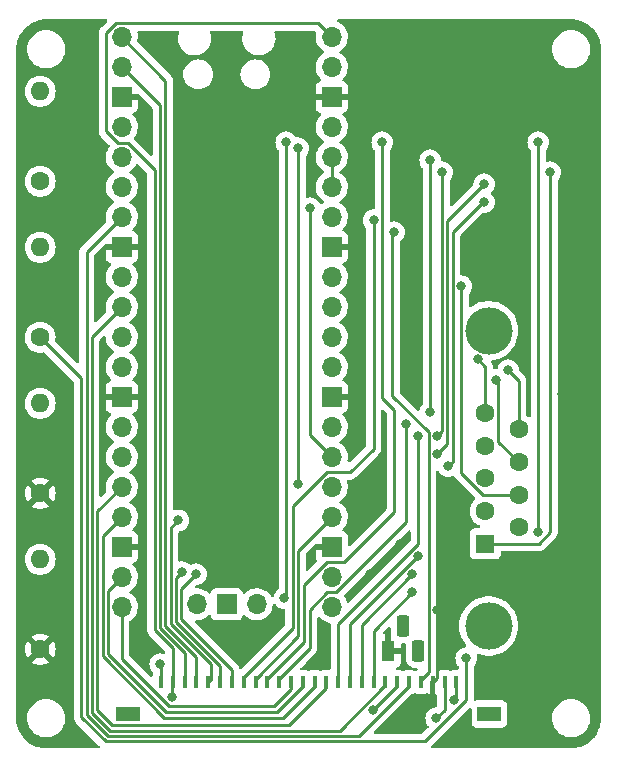
<source format=gbr>
%TF.GenerationSoftware,KiCad,Pcbnew,(6.0.10)*%
%TF.CreationDate,2023-01-29T19:44:21-08:00*%
%TF.ProjectId,DecentXE-to-USB,44656365-6e74-4584-952d-746f2d555342,rev?*%
%TF.SameCoordinates,Original*%
%TF.FileFunction,Copper,L2,Bot*%
%TF.FilePolarity,Positive*%
%FSLAX46Y46*%
G04 Gerber Fmt 4.6, Leading zero omitted, Abs format (unit mm)*
G04 Created by KiCad (PCBNEW (6.0.10)) date 2023-01-29 19:44:21*
%MOMM*%
%LPD*%
G01*
G04 APERTURE LIST*
G04 Aperture macros list*
%AMRoundRect*
0 Rectangle with rounded corners*
0 $1 Rounding radius*
0 $2 $3 $4 $5 $6 $7 $8 $9 X,Y pos of 4 corners*
0 Add a 4 corners polygon primitive as box body*
4,1,4,$2,$3,$4,$5,$6,$7,$8,$9,$2,$3,0*
0 Add four circle primitives for the rounded corners*
1,1,$1+$1,$2,$3*
1,1,$1+$1,$4,$5*
1,1,$1+$1,$6,$7*
1,1,$1+$1,$8,$9*
0 Add four rect primitives between the rounded corners*
20,1,$1+$1,$2,$3,$4,$5,0*
20,1,$1+$1,$4,$5,$6,$7,0*
20,1,$1+$1,$6,$7,$8,$9,0*
20,1,$1+$1,$8,$9,$2,$3,0*%
G04 Aperture macros list end*
%TA.AperFunction,ComponentPad*%
%ADD10C,1.600000*%
%TD*%
%TA.AperFunction,ComponentPad*%
%ADD11O,1.600000X1.600000*%
%TD*%
%TA.AperFunction,ComponentPad*%
%ADD12R,1.100000X1.800000*%
%TD*%
%TA.AperFunction,ComponentPad*%
%ADD13RoundRect,0.275000X-0.275000X-0.625000X0.275000X-0.625000X0.275000X0.625000X-0.275000X0.625000X0*%
%TD*%
%TA.AperFunction,ComponentPad*%
%ADD14O,1.700000X1.700000*%
%TD*%
%TA.AperFunction,ComponentPad*%
%ADD15R,1.700000X1.700000*%
%TD*%
%TA.AperFunction,ComponentPad*%
%ADD16C,4.000000*%
%TD*%
%TA.AperFunction,ComponentPad*%
%ADD17R,1.600000X1.600000*%
%TD*%
%TA.AperFunction,SMDPad,CuDef*%
%ADD18R,0.400000X1.000000*%
%TD*%
%TA.AperFunction,SMDPad,CuDef*%
%ADD19R,2.000000X1.300000*%
%TD*%
%TA.AperFunction,ViaPad*%
%ADD20C,0.800000*%
%TD*%
%TA.AperFunction,Conductor*%
%ADD21C,0.250000*%
%TD*%
G04 APERTURE END LIST*
D10*
%TO.P,R1,1*%
%TO.N,PWR_LED*%
X15240000Y-30226000D03*
D11*
%TO.P,R1,2*%
%TO.N,Net-(R1-Pad2)*%
X15240000Y-22606000D03*
%TD*%
D10*
%TO.P,R4,1*%
%TO.N,GND*%
X15240000Y-69850000D03*
D11*
%TO.P,R4,2*%
%TO.N,PADDLE_B*%
X15240000Y-62230000D03*
%TD*%
D12*
%TO.P,Q1,1,E*%
%TO.N,GND*%
X44704000Y-69996000D03*
D13*
%TO.P,Q1,2,B*%
%TO.N,Net-(Q1-Pad2)*%
X45974000Y-67926000D03*
%TO.P,Q1,3,C*%
%TO.N,LED_GND*%
X47244000Y-69996000D03*
%TD*%
D14*
%TO.P,U1,43,SWDIO*%
%TO.N,unconnected-(U1-Pad43)*%
X33577000Y-66043000D03*
D15*
%TO.P,U1,42,GND*%
%TO.N,unconnected-(U1-Pad42)*%
X31037000Y-66043000D03*
D14*
%TO.P,U1,41,SWCLK*%
%TO.N,unconnected-(U1-Pad41)*%
X28497000Y-66043000D03*
%TO.P,U1,40,VBUS*%
%TO.N,VCC_5V*%
X39927000Y-18013000D03*
%TO.P,U1,39,VSYS*%
%TO.N,unconnected-(U1-Pad39)*%
X39927000Y-20553000D03*
D15*
%TO.P,U1,38,GND*%
%TO.N,GND*%
X39927000Y-23093000D03*
D14*
%TO.P,U1,37,3V3_EN*%
%TO.N,unconnected-(U1-Pad37)*%
X39927000Y-25633000D03*
%TO.P,U1,36,3V3*%
%TO.N,3V3*%
X39927000Y-28173000D03*
%TO.P,U1,35,ADC_VREF*%
X39927000Y-30713000D03*
%TO.P,U1,34,GPIO28_ADC2*%
%TO.N,PADDLE_B*%
X39927000Y-33253000D03*
D15*
%TO.P,U1,33,AGND*%
%TO.N,GND*%
X39927000Y-35793000D03*
D14*
%TO.P,U1,32,GPIO27_ADC1*%
%TO.N,PADDLE_A*%
X39927000Y-38333000D03*
%TO.P,U1,31,GPIO26_ADC0*%
%TO.N,JOY_GND*%
X39927000Y-40873000D03*
%TO.P,U1,30,RUN*%
%TO.N,unconnected-(U1-Pad30)*%
X39927000Y-43413000D03*
%TO.P,U1,29,GPIO22*%
%TO.N,SELECT*%
X39927000Y-45953000D03*
D15*
%TO.P,U1,28,GND*%
%TO.N,GND*%
X39927000Y-48493000D03*
D14*
%TO.P,U1,27,GPIO21*%
%TO.N,START*%
X39927000Y-51033000D03*
%TO.P,U1,26,GPIO20*%
%TO.N,A3*%
X39927000Y-53573000D03*
%TO.P,U1,25,GPIO19*%
%TO.N,A2*%
X39927000Y-56113000D03*
%TO.P,U1,24,GPIO18*%
%TO.N,ROW_6*%
X39927000Y-58653000D03*
D15*
%TO.P,U1,23,GND*%
%TO.N,GND*%
X39927000Y-61193000D03*
D14*
%TO.P,U1,22,GPIO17*%
%TO.N,A1*%
X39927000Y-63733000D03*
%TO.P,U1,21,GPIO16*%
%TO.N,A0*%
X39927000Y-66273000D03*
%TO.P,U1,20,GPIO15*%
%TO.N,ROW_4*%
X22147000Y-66273000D03*
%TO.P,U1,19,GPIO14*%
%TO.N,ROW_2*%
X22147000Y-63733000D03*
D15*
%TO.P,U1,18,GND*%
%TO.N,GND*%
X22147000Y-61193000D03*
D14*
%TO.P,U1,17,GPIO13*%
%TO.N,ROW_1*%
X22147000Y-58653000D03*
%TO.P,U1,16,GPIO12*%
%TO.N,ROW_3*%
X22147000Y-56113000D03*
%TO.P,U1,15,GPIO11*%
%TO.N,unconnected-(U1-Pad15)*%
X22147000Y-53573000D03*
%TO.P,U1,14,GPIO10*%
%TO.N,unconnected-(U1-Pad14)*%
X22147000Y-51033000D03*
D15*
%TO.P,U1,13,GND*%
%TO.N,GND*%
X22147000Y-48493000D03*
D14*
%TO.P,U1,12,GPIO9*%
%TO.N,unconnected-(U1-Pad12)*%
X22147000Y-45953000D03*
%TO.P,U1,11,GPIO8*%
%TO.N,unconnected-(U1-Pad11)*%
X22147000Y-43413000D03*
%TO.P,U1,10,GPIO7*%
%TO.N,ROW_5*%
X22147000Y-40873000D03*
%TO.P,U1,9,GPIO6*%
%TO.N,ROW_8*%
X22147000Y-38333000D03*
D15*
%TO.P,U1,8,GND*%
%TO.N,GND*%
X22147000Y-35793000D03*
D14*
%TO.P,U1,7,GPIO5*%
%TO.N,ROW_7*%
X22147000Y-33253000D03*
%TO.P,U1,6,GPIO4*%
%TO.N,STROBE*%
X22147000Y-30713000D03*
%TO.P,U1,5,GPIO3*%
%TO.N,Net-(R2-Pad2)*%
X22147000Y-28173000D03*
%TO.P,U1,4,GPIO2*%
%TO.N,Net-(R1-Pad2)*%
X22147000Y-25633000D03*
D15*
%TO.P,U1,3,GND*%
%TO.N,GND*%
X22147000Y-23093000D03*
D14*
%TO.P,U1,2,GPIO1*%
%TO.N,RESET*%
X22147000Y-20553000D03*
%TO.P,U1,1,GPIO0*%
%TO.N,OPTION*%
X22147000Y-18013000D03*
%TD*%
D10*
%TO.P,R2,1*%
%TO.N,Net-(Q1-Pad2)*%
X15240000Y-43434000D03*
D11*
%TO.P,R2,2*%
%TO.N,Net-(R2-Pad2)*%
X15240000Y-35814000D03*
%TD*%
D16*
%TO.P,J2,0*%
%TO.N,N/C*%
X53214669Y-42882000D03*
X53214669Y-67882000D03*
D17*
%TO.P,J2,1,Pin_1*%
%TO.N,UP*%
X52914669Y-60922000D03*
D10*
%TO.P,J2,2,Pin_2*%
%TO.N,DOWN*%
X52914669Y-58152000D03*
%TO.P,J2,3,Pin_3*%
%TO.N,LEFT*%
X52914669Y-55382000D03*
%TO.P,J2,4,Pin_4*%
%TO.N,RIGHT*%
X52914669Y-52612000D03*
%TO.P,J2,5,Pin_5*%
%TO.N,PADDLE_B*%
X52914669Y-49842000D03*
%TO.P,J2,6,Pin_6*%
%TO.N,FIRE*%
X55754669Y-59537000D03*
%TO.P,J2,7,Pin_7*%
%TO.N,3V3*%
X55754669Y-56767000D03*
%TO.P,J2,8,Pin_8*%
%TO.N,JOY_GND*%
X55754669Y-53997000D03*
%TO.P,J2,9,Pin_9*%
%TO.N,PADDLE_A*%
X55754669Y-51227000D03*
%TD*%
%TO.P,R3,1*%
%TO.N,GND*%
X15240000Y-56642000D03*
D11*
%TO.P,R3,2*%
%TO.N,PADDLE_A*%
X15240000Y-49022000D03*
%TD*%
D18*
%TO.P,J1,1,Pin_1*%
%TO.N,VCC_5V*%
X50473000Y-72630000D03*
%TO.P,J1,2,Pin_2*%
%TO.N,PWR_LED*%
X49473000Y-72630000D03*
%TO.P,J1,3,Pin_3*%
%TO.N,GND*%
X48473000Y-72630000D03*
%TO.P,J1,4,Pin_4*%
%TO.N,COL_2*%
X47473000Y-72630000D03*
%TO.P,J1,5,Pin_5*%
%TO.N,ROW_7*%
X46473000Y-72630000D03*
%TO.P,J1,6,Pin_6*%
%TO.N,ROW_8*%
X45473000Y-72630000D03*
%TO.P,J1,7,Pin_7*%
%TO.N,ROW_5*%
X44473000Y-72630000D03*
%TO.P,J1,8,Pin_8*%
%TO.N,COL_3*%
X43473000Y-72630000D03*
%TO.P,J1,9,Pin_9*%
%TO.N,COL_4*%
X42473000Y-72630000D03*
%TO.P,J1,10,Pin_10*%
%TO.N,COL_5*%
X41473000Y-72630000D03*
%TO.P,J1,11,Pin_11*%
%TO.N,COL_6*%
X40473000Y-72630000D03*
%TO.P,J1,12,Pin_12*%
%TO.N,ROW_3*%
X39473000Y-72630000D03*
%TO.P,J1,13,Pin_13*%
%TO.N,ROW_1*%
X38473000Y-72630000D03*
%TO.P,J1,14,Pin_14*%
%TO.N,ROW_2*%
X37473000Y-72630000D03*
%TO.P,J1,15,Pin_15*%
%TO.N,ROW_4*%
X36473000Y-72630000D03*
%TO.P,J1,16,Pin_16*%
%TO.N,COL_8*%
X35473000Y-72630000D03*
%TO.P,J1,17,Pin_17*%
%TO.N,COL_7*%
X34473000Y-72630000D03*
%TO.P,J1,18,Pin_18*%
%TO.N,ROW_6*%
X33473000Y-72630000D03*
%TO.P,J1,19,Pin_19*%
%TO.N,COL_1*%
X32473000Y-72630000D03*
%TO.P,J1,20,Pin_20*%
%TO.N,COL_9*%
X31473000Y-72630000D03*
%TO.P,J1,21,Pin_21*%
%TO.N,START*%
X30473000Y-72630000D03*
%TO.P,J1,22,Pin_22*%
%TO.N,SELECT*%
X29473000Y-72630000D03*
%TO.P,J1,23,Pin_23*%
%TO.N,OPTION*%
X28473000Y-72630000D03*
%TO.P,J1,24,Pin_24*%
%TO.N,RESET*%
X27473000Y-72630000D03*
%TO.P,J1,25,Pin_25*%
%TO.N,VCC_5V*%
X26473000Y-72630000D03*
%TO.P,J1,26,Pin_26*%
%TO.N,LED_GND*%
X25473000Y-72630000D03*
D19*
%TO.P,J1,MP*%
%TO.N,N/C*%
X22673000Y-75330000D03*
X53273000Y-75330000D03*
%TD*%
D20*
%TO.N,GND*%
X43688000Y-55372000D03*
X45720000Y-60960000D03*
X43180000Y-63500000D03*
X59944000Y-52832000D03*
X15748000Y-27940000D03*
X46736000Y-43180000D03*
X46736000Y-29464000D03*
X46736000Y-32004000D03*
X17272000Y-42672000D03*
X51308000Y-62992000D03*
X59436000Y-48260000D03*
X39116000Y-69596000D03*
X32004000Y-70104000D03*
X54864000Y-27940000D03*
%TO.N,A2*%
X57404000Y-26924000D03*
X57399701Y-59939701D03*
%TO.N,A3*%
X38100000Y-32512000D03*
%TO.N,JOY_GND*%
X53848000Y-47027500D03*
%TO.N,PADDLE_B*%
X52286483Y-45310144D03*
%TO.N,PADDLE_A*%
X54864000Y-46228000D03*
%TO.N,COL_2*%
X45212000Y-34544000D03*
%TO.N,COL_1*%
X43471500Y-33528000D03*
%TO.N,A1*%
X37084000Y-27432000D03*
X37084000Y-55880000D03*
%TO.N,A0*%
X35909500Y-65532000D03*
X36068000Y-26924000D03*
%TO.N,3V3*%
X50900500Y-39116000D03*
%TO.N,UP*%
X58420000Y-29464000D03*
%TO.N,COL_9*%
X28448000Y-63500000D03*
%TO.N,START*%
X27251898Y-63319898D03*
%TO.N,SELECT*%
X26938000Y-58942000D03*
%TO.N,GND*%
X50292000Y-20320000D03*
X48260000Y-23368000D03*
X48843500Y-66548000D03*
%TO.N,PWR_LED*%
X48768000Y-75692000D03*
%TO.N,Net-(Q1-Pad2)*%
X51308000Y-70612000D03*
%TO.N,ROW_8*%
X43456555Y-74971847D03*
%TO.N,COL_3*%
X52832000Y-32004000D03*
%TO.N,COL_4*%
X52832000Y-30480000D03*
%TO.N,COL_3*%
X49784000Y-54356000D03*
X46736000Y-65024000D03*
%TO.N,COL_4*%
X48843500Y-53340000D03*
X46744598Y-63508598D03*
%TO.N,COL_5*%
X48843500Y-51816000D03*
X47248299Y-61980299D03*
X49276000Y-29464000D03*
%TO.N,COL_6*%
X48260000Y-28448000D03*
X48264299Y-49788299D03*
X47244000Y-51816000D03*
%TO.N,COL_8*%
X46228000Y-50800000D03*
%TO.N,COL_7*%
X44196000Y-26924000D03*
%TO.N,VCC_5V*%
X26442549Y-73924951D03*
X50292000Y-74168000D03*
%TO.N,LED_GND*%
X25400000Y-71120000D03*
%TD*%
D21*
%TO.N,COL_8*%
X38045149Y-69757851D02*
X38045149Y-66493149D01*
X38045149Y-66493149D02*
X39514299Y-65024000D01*
X35473000Y-72330000D02*
X38045149Y-69757851D01*
%TO.N,A2*%
X57399701Y-26928299D02*
X57404000Y-26924000D01*
X57399701Y-59939701D02*
X57399701Y-26928299D01*
%TO.N,UP*%
X57442000Y-60922000D02*
X58420000Y-59944000D01*
X52914669Y-60922000D02*
X57442000Y-60922000D01*
X58420000Y-59944000D02*
X58420000Y-29464000D01*
%TO.N,A3*%
X38100000Y-51746000D02*
X39927000Y-53573000D01*
X38100000Y-32512000D02*
X38100000Y-51746000D01*
%TO.N,JOY_GND*%
X54039669Y-47219169D02*
X53848000Y-47027500D01*
X54039669Y-52282000D02*
X54039669Y-47219169D01*
X55754669Y-53997000D02*
X54039669Y-52282000D01*
%TO.N,PADDLE_B*%
X52914669Y-45938330D02*
X52914669Y-49842000D01*
X52286483Y-45310144D02*
X52914669Y-45938330D01*
%TO.N,PADDLE_A*%
X55754669Y-47118669D02*
X55754669Y-51227000D01*
X54864000Y-46228000D02*
X55754669Y-47118669D01*
%TO.N,COL_2*%
X45066250Y-48405750D02*
X48119000Y-51458500D01*
X45212000Y-34544000D02*
X45066250Y-34689750D01*
X45066250Y-34689750D02*
X45066250Y-48405750D01*
%TO.N,COL_1*%
X43471500Y-52861592D02*
X43471500Y-33528000D01*
X41469092Y-54864000D02*
X43471500Y-52861592D01*
%TO.N,A1*%
X37084000Y-27432000D02*
X37084000Y-55880000D01*
%TO.N,A0*%
X36068000Y-65373500D02*
X35909500Y-65532000D01*
X36068000Y-26924000D02*
X36068000Y-65373500D01*
%TO.N,3V3*%
X52703000Y-56767000D02*
X55754669Y-56767000D01*
X50889669Y-39126831D02*
X50889669Y-54953669D01*
X50900500Y-39116000D02*
X50889669Y-39126831D01*
X50889669Y-54953669D02*
X52703000Y-56767000D01*
%TO.N,COL_9*%
X28448000Y-63500000D02*
X27200000Y-64748000D01*
X27200000Y-67326416D02*
X27200000Y-64748000D01*
%TO.N,START*%
X26750000Y-63821796D02*
X27251898Y-63319898D01*
X26750000Y-67512812D02*
X26750000Y-63821796D01*
%TO.N,SELECT*%
X26300000Y-59580000D02*
X26938000Y-58942000D01*
%TO.N,VCC_5V*%
X26473000Y-69781396D02*
X26473000Y-72630000D01*
X24950000Y-68258396D02*
X26473000Y-69781396D01*
X24950000Y-29314299D02*
X24950000Y-68258396D01*
X22633701Y-26998000D02*
X24950000Y-29314299D01*
X21850299Y-26998000D02*
X22633701Y-26998000D01*
X20828000Y-25975701D02*
X21850299Y-26998000D01*
X20828000Y-17670299D02*
X20828000Y-25975701D01*
X21660299Y-16838000D02*
X20828000Y-17670299D01*
X38752000Y-16838000D02*
X21660299Y-16838000D01*
X39927000Y-18013000D02*
X38752000Y-16838000D01*
%TO.N,GND*%
X48843500Y-72259500D02*
X48843500Y-66548000D01*
X48473000Y-72630000D02*
X48843500Y-72259500D01*
%TO.N,3V3*%
X39927000Y-28173000D02*
X39927000Y-30713000D01*
%TO.N,PWR_LED*%
X49473000Y-74987000D02*
X49473000Y-72630000D01*
X48768000Y-75692000D02*
X49473000Y-74987000D01*
%TO.N,Net-(Q1-Pad2)*%
X51308000Y-74177305D02*
X51308000Y-70612000D01*
X47830305Y-77655000D02*
X51308000Y-74177305D01*
X20788812Y-77655000D02*
X47830305Y-77655000D01*
X18722000Y-75588188D02*
X20788812Y-77655000D01*
X18722000Y-46916000D02*
X18722000Y-75588188D01*
X15240000Y-43434000D02*
X18722000Y-46916000D01*
%TO.N,ROW_8*%
X45473000Y-72955402D02*
X43456555Y-74971847D01*
%TO.N,COL_3*%
X52716000Y-32004000D02*
X52832000Y-32004000D01*
X50176000Y-34544000D02*
X52716000Y-32004000D01*
X50176000Y-53964000D02*
X50176000Y-34544000D01*
X49784000Y-54356000D02*
X50176000Y-53964000D01*
%TO.N,COL_4*%
X49726000Y-33586000D02*
X52832000Y-30480000D01*
X49726000Y-52457500D02*
X49726000Y-33586000D01*
X48843500Y-53340000D02*
X49726000Y-52457500D01*
%TO.N,COL_3*%
X43473000Y-68287000D02*
X46736000Y-65024000D01*
X43473000Y-72630000D02*
X43473000Y-68287000D01*
%TO.N,COL_4*%
X42473000Y-67780196D02*
X46744598Y-63508598D01*
X42473000Y-72630000D02*
X42473000Y-67780196D01*
%TO.N,COL_5*%
X49276000Y-51383500D02*
X49276000Y-29464000D01*
X48843500Y-51816000D02*
X49276000Y-51383500D01*
X41473000Y-67755598D02*
X47248299Y-61980299D01*
X41473000Y-72630000D02*
X41473000Y-67755598D01*
%TO.N,COL_6*%
X48264299Y-28452299D02*
X48260000Y-28448000D01*
X48264299Y-49788299D02*
X48264299Y-28452299D01*
X47244000Y-60960000D02*
X47244000Y-51816000D01*
X40473000Y-67731000D02*
X47244000Y-60960000D01*
X40473000Y-72630000D02*
X40473000Y-67731000D01*
%TO.N,COL_8*%
X46228000Y-59093701D02*
X46228000Y-50800000D01*
X40297701Y-65024000D02*
X46228000Y-59093701D01*
X39514299Y-65024000D02*
X40297701Y-65024000D01*
%TO.N,COL_7*%
X44196000Y-48560805D02*
X44196000Y-26924000D01*
X40986000Y-62484000D02*
X45212000Y-58258000D01*
X45212000Y-58258000D02*
X45212000Y-49576805D01*
X37592000Y-64406299D02*
X39514299Y-62484000D01*
X39514299Y-62484000D02*
X40986000Y-62484000D01*
X37592000Y-69211000D02*
X37592000Y-64406299D01*
X34473000Y-72330000D02*
X37592000Y-69211000D01*
X45212000Y-49576805D02*
X44196000Y-48560805D01*
%TO.N,VCC_5V*%
X50473000Y-73987000D02*
X50292000Y-74168000D01*
X50473000Y-72630000D02*
X50473000Y-73987000D01*
X26442549Y-73924951D02*
X26442549Y-72660451D01*
%TO.N,LED_GND*%
X25473000Y-71193000D02*
X25400000Y-71120000D01*
X25473000Y-72630000D02*
X25473000Y-71193000D01*
%TO.N,COL_2*%
X48119000Y-71769000D02*
X47473000Y-72415000D01*
X48119000Y-51458500D02*
X48119000Y-71769000D01*
%TO.N,COL_1*%
X39514299Y-54864000D02*
X41469092Y-54864000D01*
X36634000Y-57744299D02*
X39514299Y-54864000D01*
X36634000Y-68014000D02*
X36634000Y-57744299D01*
X32473000Y-72175000D02*
X36634000Y-68014000D01*
X32473000Y-72630000D02*
X32473000Y-72175000D01*
%TO.N,COL_9*%
X31473000Y-71599416D02*
X27200000Y-67326416D01*
X31473000Y-72630000D02*
X31473000Y-71599416D01*
%TO.N,START*%
X30473000Y-71235812D02*
X26750000Y-67512812D01*
X30473000Y-72630000D02*
X30473000Y-71235812D01*
%TO.N,ROW_7*%
X20975208Y-77205000D02*
X42248000Y-77205000D01*
X42248000Y-77205000D02*
X46473000Y-72980000D01*
X19172000Y-75401792D02*
X20975208Y-77205000D01*
X19172000Y-36228000D02*
X19172000Y-75401792D01*
X22147000Y-33253000D02*
X19172000Y-36228000D01*
%TO.N,ROW_5*%
X21161604Y-76755000D02*
X40593000Y-76755000D01*
X19622000Y-75215396D02*
X21161604Y-76755000D01*
X40593000Y-76755000D02*
X44473000Y-72875000D01*
X19622000Y-43398000D02*
X19622000Y-75215396D01*
X22147000Y-40873000D02*
X19622000Y-43398000D01*
%TO.N,ROW_3*%
X21348000Y-76305000D02*
X36287000Y-76305000D01*
X39473000Y-73119000D02*
X39473000Y-72630000D01*
X20072000Y-75029000D02*
X21348000Y-76305000D01*
X20072000Y-58188000D02*
X20072000Y-75029000D01*
X22147000Y-56113000D02*
X20072000Y-58188000D01*
X36287000Y-76305000D02*
X39473000Y-73119000D01*
%TO.N,ROW_1*%
X25721604Y-75634000D02*
X35819000Y-75634000D01*
X35819000Y-75634000D02*
X38473000Y-72980000D01*
X20522000Y-70434396D02*
X25721604Y-75634000D01*
X20522000Y-60278000D02*
X20522000Y-70434396D01*
X22147000Y-58653000D02*
X20522000Y-60278000D01*
%TO.N,ROW_2*%
X35269000Y-75184000D02*
X37473000Y-72980000D01*
X25908000Y-75184000D02*
X35269000Y-75184000D01*
X20972000Y-70248000D02*
X25908000Y-75184000D01*
X20972000Y-64908000D02*
X20972000Y-70248000D01*
X22147000Y-63733000D02*
X20972000Y-64908000D01*
%TO.N,ROW_4*%
X35052000Y-74676000D02*
X36473000Y-73255000D01*
X26169000Y-74676000D02*
X35052000Y-74676000D01*
X22147000Y-70654000D02*
X26169000Y-74676000D01*
X36473000Y-73255000D02*
X36473000Y-72630000D01*
X22147000Y-66273000D02*
X22147000Y-70654000D01*
%TO.N,SELECT*%
X26300000Y-67699208D02*
X26300000Y-59580000D01*
X29672000Y-71071208D02*
X26300000Y-67699208D01*
X29672000Y-72431000D02*
X29672000Y-71071208D01*
X29473000Y-72630000D02*
X29672000Y-72431000D01*
%TO.N,ROW_6*%
X37084000Y-68719000D02*
X33473000Y-72330000D01*
X37084000Y-61496000D02*
X37084000Y-68719000D01*
X39927000Y-58653000D02*
X37084000Y-61496000D01*
%TO.N,OPTION*%
X25850000Y-21716000D02*
X22147000Y-18013000D01*
X25850000Y-67885604D02*
X25850000Y-21716000D01*
X28473000Y-72630000D02*
X28473000Y-70508604D01*
X28473000Y-70508604D02*
X25850000Y-67885604D01*
%TO.N,RESET*%
X27473000Y-70145000D02*
X27473000Y-72630000D01*
X25400000Y-68072000D02*
X27473000Y-70145000D01*
X25400000Y-23806000D02*
X25400000Y-68072000D01*
X22147000Y-20553000D02*
X25400000Y-23806000D01*
%TD*%
%TA.AperFunction,Conductor*%
%TO.N,GND*%
G36*
X20855825Y-16530502D02*
G01*
X20902318Y-16584158D01*
X20912422Y-16654432D01*
X20882928Y-16719012D01*
X20876803Y-16725591D01*
X20435742Y-17166652D01*
X20427463Y-17174186D01*
X20420982Y-17178299D01*
X20374357Y-17227950D01*
X20371602Y-17230792D01*
X20351865Y-17250529D01*
X20349385Y-17253726D01*
X20341682Y-17262746D01*
X20311414Y-17294978D01*
X20307595Y-17301924D01*
X20307593Y-17301927D01*
X20301652Y-17312733D01*
X20290801Y-17329252D01*
X20278386Y-17345258D01*
X20275241Y-17352527D01*
X20275238Y-17352531D01*
X20260826Y-17385836D01*
X20255609Y-17396486D01*
X20234305Y-17435239D01*
X20232334Y-17442914D01*
X20232334Y-17442915D01*
X20229267Y-17454861D01*
X20222863Y-17473565D01*
X20214819Y-17492154D01*
X20213580Y-17499977D01*
X20213577Y-17499987D01*
X20207901Y-17535823D01*
X20205495Y-17547443D01*
X20197465Y-17578720D01*
X20194500Y-17590269D01*
X20194500Y-17610523D01*
X20192949Y-17630233D01*
X20189780Y-17650242D01*
X20190526Y-17658134D01*
X20193941Y-17694260D01*
X20194500Y-17706118D01*
X20194500Y-25896934D01*
X20193973Y-25908117D01*
X20192298Y-25915610D01*
X20192547Y-25923536D01*
X20192547Y-25923537D01*
X20194438Y-25983687D01*
X20194500Y-25987646D01*
X20194500Y-26015557D01*
X20194997Y-26019491D01*
X20194997Y-26019492D01*
X20195005Y-26019557D01*
X20195938Y-26031394D01*
X20197327Y-26075590D01*
X20202978Y-26095040D01*
X20206987Y-26114401D01*
X20209526Y-26134498D01*
X20212445Y-26141869D01*
X20212445Y-26141871D01*
X20225804Y-26175613D01*
X20229649Y-26186843D01*
X20241982Y-26229294D01*
X20246015Y-26236113D01*
X20246017Y-26236118D01*
X20252293Y-26246729D01*
X20260988Y-26264477D01*
X20268448Y-26283318D01*
X20273110Y-26289734D01*
X20273110Y-26289735D01*
X20294436Y-26319088D01*
X20300952Y-26329008D01*
X20307025Y-26339276D01*
X20323458Y-26367063D01*
X20337779Y-26381384D01*
X20350619Y-26396417D01*
X20362528Y-26412808D01*
X20368632Y-26417858D01*
X20368637Y-26417863D01*
X20396598Y-26440994D01*
X20405379Y-26448984D01*
X21090398Y-27134004D01*
X21124423Y-27196316D01*
X21119358Y-27267132D01*
X21094242Y-27307205D01*
X21094457Y-27307379D01*
X21093020Y-27309154D01*
X21092395Y-27310150D01*
X21087629Y-27315138D01*
X20961743Y-27499680D01*
X20942000Y-27542213D01*
X20888773Y-27656882D01*
X20867688Y-27702305D01*
X20807989Y-27917570D01*
X20784251Y-28139695D01*
X20784548Y-28144848D01*
X20784548Y-28144851D01*
X20790011Y-28239590D01*
X20797110Y-28362715D01*
X20798247Y-28367761D01*
X20798248Y-28367767D01*
X20818119Y-28455939D01*
X20846222Y-28580639D01*
X20930266Y-28787616D01*
X20949839Y-28819556D01*
X21019219Y-28932774D01*
X21046987Y-28978088D01*
X21193250Y-29146938D01*
X21365126Y-29289632D01*
X21435595Y-29330811D01*
X21438445Y-29332476D01*
X21487169Y-29384114D01*
X21500240Y-29453897D01*
X21473509Y-29519669D01*
X21433055Y-29553027D01*
X21420607Y-29559507D01*
X21416474Y-29562610D01*
X21416471Y-29562612D01*
X21248295Y-29688882D01*
X21241965Y-29693635D01*
X21087629Y-29855138D01*
X20961743Y-30039680D01*
X20867688Y-30242305D01*
X20807989Y-30457570D01*
X20784251Y-30679695D01*
X20784548Y-30684848D01*
X20784548Y-30684851D01*
X20790011Y-30779590D01*
X20797110Y-30902715D01*
X20798247Y-30907761D01*
X20798248Y-30907767D01*
X20818119Y-30995939D01*
X20846222Y-31120639D01*
X20930266Y-31327616D01*
X20932965Y-31332020D01*
X21019219Y-31472774D01*
X21046987Y-31518088D01*
X21193250Y-31686938D01*
X21365126Y-31829632D01*
X21435595Y-31870811D01*
X21438445Y-31872476D01*
X21487169Y-31924114D01*
X21500240Y-31993897D01*
X21473509Y-32059669D01*
X21433055Y-32093027D01*
X21420607Y-32099507D01*
X21416474Y-32102610D01*
X21416471Y-32102612D01*
X21271587Y-32211394D01*
X21241965Y-32233635D01*
X21087629Y-32395138D01*
X20961743Y-32579680D01*
X20925465Y-32657834D01*
X20888773Y-32736882D01*
X20867688Y-32782305D01*
X20807989Y-32997570D01*
X20784251Y-33219695D01*
X20784548Y-33224848D01*
X20784548Y-33224851D01*
X20790011Y-33319590D01*
X20797110Y-33442715D01*
X20798247Y-33447761D01*
X20798248Y-33447767D01*
X20830453Y-33590668D01*
X20825917Y-33661520D01*
X20796631Y-33707464D01*
X18779747Y-35724348D01*
X18771461Y-35731888D01*
X18764982Y-35736000D01*
X18759557Y-35741777D01*
X18718357Y-35785651D01*
X18715602Y-35788493D01*
X18695865Y-35808230D01*
X18693385Y-35811427D01*
X18685682Y-35820447D01*
X18655414Y-35852679D01*
X18651595Y-35859625D01*
X18651593Y-35859628D01*
X18645652Y-35870434D01*
X18634801Y-35886953D01*
X18622386Y-35902959D01*
X18619241Y-35910228D01*
X18619238Y-35910232D01*
X18604826Y-35943537D01*
X18599609Y-35954187D01*
X18578305Y-35992940D01*
X18576334Y-36000615D01*
X18576334Y-36000616D01*
X18573267Y-36012562D01*
X18566863Y-36031266D01*
X18558819Y-36049855D01*
X18557580Y-36057678D01*
X18557577Y-36057688D01*
X18551901Y-36093524D01*
X18549495Y-36105144D01*
X18538500Y-36147970D01*
X18538500Y-36168224D01*
X18536949Y-36187934D01*
X18533780Y-36207943D01*
X18534526Y-36215835D01*
X18537941Y-36251961D01*
X18538500Y-36263819D01*
X18538500Y-45532406D01*
X18518498Y-45600527D01*
X18464842Y-45647020D01*
X18394568Y-45657124D01*
X18329988Y-45627630D01*
X18323405Y-45621501D01*
X16549152Y-43847248D01*
X16515126Y-43784936D01*
X16516541Y-43725541D01*
X16532118Y-43667409D01*
X16532120Y-43667398D01*
X16533543Y-43662087D01*
X16553498Y-43434000D01*
X16533543Y-43205913D01*
X16528031Y-43185342D01*
X16475707Y-42990067D01*
X16475706Y-42990065D01*
X16474284Y-42984757D01*
X16426368Y-42882000D01*
X16379849Y-42782238D01*
X16379846Y-42782233D01*
X16377523Y-42777251D01*
X16246198Y-42589700D01*
X16084300Y-42427802D01*
X16079792Y-42424645D01*
X16079789Y-42424643D01*
X16001611Y-42369902D01*
X15896749Y-42296477D01*
X15891767Y-42294154D01*
X15891762Y-42294151D01*
X15694225Y-42202039D01*
X15694224Y-42202039D01*
X15689243Y-42199716D01*
X15683935Y-42198294D01*
X15683933Y-42198293D01*
X15473402Y-42141881D01*
X15473400Y-42141881D01*
X15468087Y-42140457D01*
X15240000Y-42120502D01*
X15011913Y-42140457D01*
X15006600Y-42141881D01*
X15006598Y-42141881D01*
X14796067Y-42198293D01*
X14796065Y-42198294D01*
X14790757Y-42199716D01*
X14785776Y-42202039D01*
X14785775Y-42202039D01*
X14588238Y-42294151D01*
X14588233Y-42294154D01*
X14583251Y-42296477D01*
X14478389Y-42369902D01*
X14400211Y-42424643D01*
X14400208Y-42424645D01*
X14395700Y-42427802D01*
X14233802Y-42589700D01*
X14102477Y-42777251D01*
X14100154Y-42782233D01*
X14100151Y-42782238D01*
X14053632Y-42882000D01*
X14005716Y-42984757D01*
X14004294Y-42990065D01*
X14004293Y-42990067D01*
X13951969Y-43185342D01*
X13946457Y-43205913D01*
X13926502Y-43434000D01*
X13946457Y-43662087D01*
X13947881Y-43667400D01*
X13947881Y-43667402D01*
X13990224Y-43825425D01*
X14005716Y-43883243D01*
X14008039Y-43888224D01*
X14008039Y-43888225D01*
X14100151Y-44085762D01*
X14100154Y-44085767D01*
X14102477Y-44090749D01*
X14233802Y-44278300D01*
X14395700Y-44440198D01*
X14400208Y-44443355D01*
X14400211Y-44443357D01*
X14410454Y-44450529D01*
X14583251Y-44571523D01*
X14588233Y-44573846D01*
X14588238Y-44573849D01*
X14735115Y-44642338D01*
X14790757Y-44668284D01*
X14796065Y-44669706D01*
X14796067Y-44669707D01*
X15006598Y-44726119D01*
X15006600Y-44726119D01*
X15011913Y-44727543D01*
X15240000Y-44747498D01*
X15468087Y-44727543D01*
X15473398Y-44726120D01*
X15473409Y-44726118D01*
X15531541Y-44710541D01*
X15602517Y-44712230D01*
X15653248Y-44743152D01*
X18051595Y-47141499D01*
X18085621Y-47203811D01*
X18088500Y-47230594D01*
X18088500Y-75509421D01*
X18087973Y-75520604D01*
X18086298Y-75528097D01*
X18086547Y-75536023D01*
X18086547Y-75536024D01*
X18088438Y-75596174D01*
X18088500Y-75600133D01*
X18088500Y-75628044D01*
X18088997Y-75631978D01*
X18088997Y-75631979D01*
X18089005Y-75632044D01*
X18089938Y-75643881D01*
X18091327Y-75688077D01*
X18096978Y-75707527D01*
X18100987Y-75726888D01*
X18103526Y-75746985D01*
X18106445Y-75754356D01*
X18106445Y-75754358D01*
X18119804Y-75788100D01*
X18123649Y-75799330D01*
X18135982Y-75841781D01*
X18140015Y-75848600D01*
X18140017Y-75848605D01*
X18146293Y-75859216D01*
X18154988Y-75876964D01*
X18162448Y-75895805D01*
X18167110Y-75902221D01*
X18167110Y-75902222D01*
X18188436Y-75931575D01*
X18194952Y-75941495D01*
X18211378Y-75969269D01*
X18217458Y-75979550D01*
X18231779Y-75993871D01*
X18244619Y-76008904D01*
X18256528Y-76025295D01*
X18262634Y-76030346D01*
X18290605Y-76053486D01*
X18299384Y-76061476D01*
X20254313Y-78016405D01*
X20288339Y-78078717D01*
X20283274Y-78149532D01*
X20240727Y-78206368D01*
X20174207Y-78231179D01*
X20165218Y-78231500D01*
X15797367Y-78231500D01*
X15777982Y-78230000D01*
X15763149Y-78227690D01*
X15763145Y-78227690D01*
X15754276Y-78226309D01*
X15736280Y-78228662D01*
X15712884Y-78229528D01*
X15470727Y-78215929D01*
X15456695Y-78214348D01*
X15323287Y-78191680D01*
X15189884Y-78169014D01*
X15176109Y-78165870D01*
X14916054Y-78090950D01*
X14902717Y-78086283D01*
X14734017Y-78016405D01*
X14652685Y-77982716D01*
X14639962Y-77976589D01*
X14539016Y-77920798D01*
X14403101Y-77845680D01*
X14391138Y-77838163D01*
X14170413Y-77681551D01*
X14159377Y-77672751D01*
X13957577Y-77492412D01*
X13947587Y-77482422D01*
X13847607Y-77370544D01*
X13767249Y-77280623D01*
X13758449Y-77269587D01*
X13601837Y-77048862D01*
X13594320Y-77036899D01*
X13463413Y-76800042D01*
X13457282Y-76787311D01*
X13353717Y-76537283D01*
X13349050Y-76523946D01*
X13274130Y-76263891D01*
X13270986Y-76250116D01*
X13232787Y-76025295D01*
X13225652Y-75983305D01*
X13224071Y-75969269D01*
X13222398Y-75939469D01*
X13211089Y-75738100D01*
X13212412Y-75714208D01*
X13212334Y-75714201D01*
X13212539Y-75711916D01*
X13212638Y-75710127D01*
X13212769Y-75709346D01*
X13213576Y-75704552D01*
X13213729Y-75692000D01*
X14134526Y-75692000D01*
X14154391Y-75944403D01*
X14155545Y-75949210D01*
X14155546Y-75949216D01*
X14181488Y-76057271D01*
X14213495Y-76190591D01*
X14215388Y-76195162D01*
X14215389Y-76195164D01*
X14294716Y-76386675D01*
X14310384Y-76424502D01*
X14442672Y-76640376D01*
X14607102Y-76832898D01*
X14799624Y-76997328D01*
X15015498Y-77129616D01*
X15020068Y-77131509D01*
X15020072Y-77131511D01*
X15244836Y-77224611D01*
X15249409Y-77226505D01*
X15334032Y-77246821D01*
X15490784Y-77284454D01*
X15490790Y-77284455D01*
X15495597Y-77285609D01*
X15595416Y-77293465D01*
X15682345Y-77300307D01*
X15682352Y-77300307D01*
X15684801Y-77300500D01*
X15811199Y-77300500D01*
X15813648Y-77300307D01*
X15813655Y-77300307D01*
X15900584Y-77293465D01*
X16000403Y-77285609D01*
X16005210Y-77284455D01*
X16005216Y-77284454D01*
X16161968Y-77246821D01*
X16246591Y-77226505D01*
X16251164Y-77224611D01*
X16475928Y-77131511D01*
X16475932Y-77131509D01*
X16480502Y-77129616D01*
X16696376Y-76997328D01*
X16888898Y-76832898D01*
X17053328Y-76640376D01*
X17185616Y-76424502D01*
X17201285Y-76386675D01*
X17280611Y-76195164D01*
X17280612Y-76195162D01*
X17282505Y-76190591D01*
X17314512Y-76057271D01*
X17340454Y-75949216D01*
X17340455Y-75949210D01*
X17341609Y-75944403D01*
X17361474Y-75692000D01*
X17341609Y-75439597D01*
X17282505Y-75193409D01*
X17280611Y-75188836D01*
X17187511Y-74964072D01*
X17187509Y-74964068D01*
X17185616Y-74959498D01*
X17053328Y-74743624D01*
X16888898Y-74551102D01*
X16696376Y-74386672D01*
X16480502Y-74254384D01*
X16475932Y-74252491D01*
X16475928Y-74252489D01*
X16251164Y-74159389D01*
X16251162Y-74159388D01*
X16246591Y-74157495D01*
X16161968Y-74137179D01*
X16005216Y-74099546D01*
X16005210Y-74099545D01*
X16000403Y-74098391D01*
X15900584Y-74090535D01*
X15813655Y-74083693D01*
X15813648Y-74083693D01*
X15811199Y-74083500D01*
X15684801Y-74083500D01*
X15682352Y-74083693D01*
X15682345Y-74083693D01*
X15595416Y-74090535D01*
X15495597Y-74098391D01*
X15490790Y-74099545D01*
X15490784Y-74099546D01*
X15334032Y-74137179D01*
X15249409Y-74157495D01*
X15244838Y-74159388D01*
X15244836Y-74159389D01*
X15020072Y-74252489D01*
X15020068Y-74252491D01*
X15015498Y-74254384D01*
X14799624Y-74386672D01*
X14607102Y-74551102D01*
X14442672Y-74743624D01*
X14310384Y-74959498D01*
X14308491Y-74964068D01*
X14308489Y-74964072D01*
X14215389Y-75188836D01*
X14213495Y-75193409D01*
X14154391Y-75439597D01*
X14134526Y-75692000D01*
X13213729Y-75692000D01*
X13209773Y-75664376D01*
X13208500Y-75646514D01*
X13208500Y-70936062D01*
X14518493Y-70936062D01*
X14527789Y-70948077D01*
X14578994Y-70983931D01*
X14588489Y-70989414D01*
X14785947Y-71081490D01*
X14796239Y-71085236D01*
X15006688Y-71141625D01*
X15017481Y-71143528D01*
X15234525Y-71162517D01*
X15245475Y-71162517D01*
X15462519Y-71143528D01*
X15473312Y-71141625D01*
X15683761Y-71085236D01*
X15694053Y-71081490D01*
X15891511Y-70989414D01*
X15901006Y-70983931D01*
X15953048Y-70947491D01*
X15961424Y-70937012D01*
X15954356Y-70923566D01*
X15252812Y-70222022D01*
X15238868Y-70214408D01*
X15237035Y-70214539D01*
X15230420Y-70218790D01*
X14524923Y-70924287D01*
X14518493Y-70936062D01*
X13208500Y-70936062D01*
X13208500Y-69855475D01*
X13927483Y-69855475D01*
X13946472Y-70072519D01*
X13948375Y-70083312D01*
X14004764Y-70293761D01*
X14008510Y-70304053D01*
X14100586Y-70501511D01*
X14106069Y-70511006D01*
X14142509Y-70563048D01*
X14152988Y-70571424D01*
X14166434Y-70564356D01*
X14867978Y-69862812D01*
X14874356Y-69851132D01*
X15604408Y-69851132D01*
X15604539Y-69852965D01*
X15608790Y-69859580D01*
X16314287Y-70565077D01*
X16326062Y-70571507D01*
X16338077Y-70562211D01*
X16373931Y-70511006D01*
X16379414Y-70501511D01*
X16471490Y-70304053D01*
X16475236Y-70293761D01*
X16531625Y-70083312D01*
X16533528Y-70072519D01*
X16552517Y-69855475D01*
X16552517Y-69844525D01*
X16533528Y-69627481D01*
X16531625Y-69616688D01*
X16475236Y-69406239D01*
X16471490Y-69395947D01*
X16379414Y-69198489D01*
X16373931Y-69188994D01*
X16337491Y-69136952D01*
X16327012Y-69128576D01*
X16313566Y-69135644D01*
X15612022Y-69837188D01*
X15604408Y-69851132D01*
X14874356Y-69851132D01*
X14875592Y-69848868D01*
X14875461Y-69847035D01*
X14871210Y-69840420D01*
X14165713Y-69134923D01*
X14153938Y-69128493D01*
X14141923Y-69137789D01*
X14106069Y-69188994D01*
X14100586Y-69198489D01*
X14008510Y-69395947D01*
X14004764Y-69406239D01*
X13948375Y-69616688D01*
X13946472Y-69627481D01*
X13927483Y-69844525D01*
X13927483Y-69855475D01*
X13208500Y-69855475D01*
X13208500Y-68762988D01*
X14518576Y-68762988D01*
X14525644Y-68776434D01*
X15227188Y-69477978D01*
X15241132Y-69485592D01*
X15242965Y-69485461D01*
X15249580Y-69481210D01*
X15955077Y-68775713D01*
X15961507Y-68763938D01*
X15952211Y-68751923D01*
X15901006Y-68716069D01*
X15891511Y-68710586D01*
X15694053Y-68618510D01*
X15683761Y-68614764D01*
X15473312Y-68558375D01*
X15462519Y-68556472D01*
X15245475Y-68537483D01*
X15234525Y-68537483D01*
X15017481Y-68556472D01*
X15006688Y-68558375D01*
X14796239Y-68614764D01*
X14785947Y-68618510D01*
X14588489Y-68710586D01*
X14578994Y-68716069D01*
X14526952Y-68752509D01*
X14518576Y-68762988D01*
X13208500Y-68762988D01*
X13208500Y-62230000D01*
X13926502Y-62230000D01*
X13946457Y-62458087D01*
X13947881Y-62463400D01*
X13947881Y-62463402D01*
X14003848Y-62672270D01*
X14005716Y-62679243D01*
X14008039Y-62684224D01*
X14008039Y-62684225D01*
X14100151Y-62881762D01*
X14100154Y-62881767D01*
X14102477Y-62886749D01*
X14233802Y-63074300D01*
X14395700Y-63236198D01*
X14400208Y-63239355D01*
X14400211Y-63239357D01*
X14471043Y-63288954D01*
X14583251Y-63367523D01*
X14588233Y-63369846D01*
X14588238Y-63369849D01*
X14785775Y-63461961D01*
X14790757Y-63464284D01*
X14796065Y-63465706D01*
X14796067Y-63465707D01*
X15006598Y-63522119D01*
X15006600Y-63522119D01*
X15011913Y-63523543D01*
X15240000Y-63543498D01*
X15468087Y-63523543D01*
X15473400Y-63522119D01*
X15473402Y-63522119D01*
X15683933Y-63465707D01*
X15683935Y-63465706D01*
X15689243Y-63464284D01*
X15694225Y-63461961D01*
X15891762Y-63369849D01*
X15891767Y-63369846D01*
X15896749Y-63367523D01*
X16008957Y-63288954D01*
X16079789Y-63239357D01*
X16079792Y-63239355D01*
X16084300Y-63236198D01*
X16246198Y-63074300D01*
X16377523Y-62886749D01*
X16379846Y-62881767D01*
X16379849Y-62881762D01*
X16471961Y-62684225D01*
X16471961Y-62684224D01*
X16474284Y-62679243D01*
X16476153Y-62672270D01*
X16532119Y-62463402D01*
X16532119Y-62463400D01*
X16533543Y-62458087D01*
X16553498Y-62230000D01*
X16533543Y-62001913D01*
X16527526Y-61979458D01*
X16475707Y-61786067D01*
X16475706Y-61786065D01*
X16474284Y-61780757D01*
X16471961Y-61775775D01*
X16379849Y-61578238D01*
X16379846Y-61578233D01*
X16377523Y-61573251D01*
X16281148Y-61435614D01*
X16249357Y-61390211D01*
X16249355Y-61390208D01*
X16246198Y-61385700D01*
X16084300Y-61223802D01*
X16079792Y-61220645D01*
X16079789Y-61220643D01*
X16001611Y-61165902D01*
X15896749Y-61092477D01*
X15891767Y-61090154D01*
X15891762Y-61090151D01*
X15694225Y-60998039D01*
X15694224Y-60998039D01*
X15689243Y-60995716D01*
X15683935Y-60994294D01*
X15683933Y-60994293D01*
X15473402Y-60937881D01*
X15473400Y-60937881D01*
X15468087Y-60936457D01*
X15240000Y-60916502D01*
X15011913Y-60936457D01*
X15006600Y-60937881D01*
X15006598Y-60937881D01*
X14796067Y-60994293D01*
X14796065Y-60994294D01*
X14790757Y-60995716D01*
X14785776Y-60998039D01*
X14785775Y-60998039D01*
X14588238Y-61090151D01*
X14588233Y-61090154D01*
X14583251Y-61092477D01*
X14478389Y-61165902D01*
X14400211Y-61220643D01*
X14400208Y-61220645D01*
X14395700Y-61223802D01*
X14233802Y-61385700D01*
X14230645Y-61390208D01*
X14230643Y-61390211D01*
X14198852Y-61435614D01*
X14102477Y-61573251D01*
X14100154Y-61578233D01*
X14100151Y-61578238D01*
X14008039Y-61775775D01*
X14005716Y-61780757D01*
X14004294Y-61786065D01*
X14004293Y-61786067D01*
X13952474Y-61979458D01*
X13946457Y-62001913D01*
X13926502Y-62230000D01*
X13208500Y-62230000D01*
X13208500Y-57728062D01*
X14518493Y-57728062D01*
X14527789Y-57740077D01*
X14578994Y-57775931D01*
X14588489Y-57781414D01*
X14785947Y-57873490D01*
X14796239Y-57877236D01*
X15006688Y-57933625D01*
X15017481Y-57935528D01*
X15234525Y-57954517D01*
X15245475Y-57954517D01*
X15462519Y-57935528D01*
X15473312Y-57933625D01*
X15683761Y-57877236D01*
X15694053Y-57873490D01*
X15891511Y-57781414D01*
X15901006Y-57775931D01*
X15953048Y-57739491D01*
X15961424Y-57729012D01*
X15954356Y-57715566D01*
X15252812Y-57014022D01*
X15238868Y-57006408D01*
X15237035Y-57006539D01*
X15230420Y-57010790D01*
X14524923Y-57716287D01*
X14518493Y-57728062D01*
X13208500Y-57728062D01*
X13208500Y-56647475D01*
X13927483Y-56647475D01*
X13946472Y-56864519D01*
X13948375Y-56875312D01*
X14004764Y-57085761D01*
X14008510Y-57096053D01*
X14100586Y-57293511D01*
X14106069Y-57303006D01*
X14142509Y-57355048D01*
X14152988Y-57363424D01*
X14166434Y-57356356D01*
X14867978Y-56654812D01*
X14874356Y-56643132D01*
X15604408Y-56643132D01*
X15604539Y-56644965D01*
X15608790Y-56651580D01*
X16314287Y-57357077D01*
X16326062Y-57363507D01*
X16338077Y-57354211D01*
X16373931Y-57303006D01*
X16379414Y-57293511D01*
X16471490Y-57096053D01*
X16475236Y-57085761D01*
X16531625Y-56875312D01*
X16533528Y-56864519D01*
X16552517Y-56647475D01*
X16552517Y-56636525D01*
X16533528Y-56419481D01*
X16531625Y-56408688D01*
X16475236Y-56198239D01*
X16471490Y-56187947D01*
X16379414Y-55990489D01*
X16373931Y-55980994D01*
X16337491Y-55928952D01*
X16327012Y-55920576D01*
X16313566Y-55927644D01*
X15612022Y-56629188D01*
X15604408Y-56643132D01*
X14874356Y-56643132D01*
X14875592Y-56640868D01*
X14875461Y-56639035D01*
X14871210Y-56632420D01*
X14165713Y-55926923D01*
X14153938Y-55920493D01*
X14141923Y-55929789D01*
X14106069Y-55980994D01*
X14100586Y-55990489D01*
X14008510Y-56187947D01*
X14004764Y-56198239D01*
X13948375Y-56408688D01*
X13946472Y-56419481D01*
X13927483Y-56636525D01*
X13927483Y-56647475D01*
X13208500Y-56647475D01*
X13208500Y-55554988D01*
X14518576Y-55554988D01*
X14525644Y-55568434D01*
X15227188Y-56269978D01*
X15241132Y-56277592D01*
X15242965Y-56277461D01*
X15249580Y-56273210D01*
X15955077Y-55567713D01*
X15961507Y-55555938D01*
X15952211Y-55543923D01*
X15901006Y-55508069D01*
X15891511Y-55502586D01*
X15694053Y-55410510D01*
X15683761Y-55406764D01*
X15473312Y-55350375D01*
X15462519Y-55348472D01*
X15245475Y-55329483D01*
X15234525Y-55329483D01*
X15017481Y-55348472D01*
X15006688Y-55350375D01*
X14796239Y-55406764D01*
X14785947Y-55410510D01*
X14588489Y-55502586D01*
X14578994Y-55508069D01*
X14526952Y-55544509D01*
X14518576Y-55554988D01*
X13208500Y-55554988D01*
X13208500Y-49022000D01*
X13926502Y-49022000D01*
X13946457Y-49250087D01*
X13947881Y-49255400D01*
X13947881Y-49255402D01*
X13991113Y-49416743D01*
X14005716Y-49471243D01*
X14008039Y-49476224D01*
X14008039Y-49476225D01*
X14100151Y-49673762D01*
X14100154Y-49673767D01*
X14102477Y-49678749D01*
X14105634Y-49683257D01*
X14222372Y-49849976D01*
X14233802Y-49866300D01*
X14395700Y-50028198D01*
X14400208Y-50031355D01*
X14400211Y-50031357D01*
X14463578Y-50075727D01*
X14583251Y-50159523D01*
X14588233Y-50161846D01*
X14588238Y-50161849D01*
X14785775Y-50253961D01*
X14790757Y-50256284D01*
X14796065Y-50257706D01*
X14796067Y-50257707D01*
X15006598Y-50314119D01*
X15006600Y-50314119D01*
X15011913Y-50315543D01*
X15240000Y-50335498D01*
X15468087Y-50315543D01*
X15473400Y-50314119D01*
X15473402Y-50314119D01*
X15683933Y-50257707D01*
X15683935Y-50257706D01*
X15689243Y-50256284D01*
X15694225Y-50253961D01*
X15891762Y-50161849D01*
X15891767Y-50161846D01*
X15896749Y-50159523D01*
X16016422Y-50075727D01*
X16079789Y-50031357D01*
X16079792Y-50031355D01*
X16084300Y-50028198D01*
X16246198Y-49866300D01*
X16257629Y-49849976D01*
X16374366Y-49683257D01*
X16377523Y-49678749D01*
X16379846Y-49673767D01*
X16379849Y-49673762D01*
X16471961Y-49476225D01*
X16471961Y-49476224D01*
X16474284Y-49471243D01*
X16488888Y-49416743D01*
X16532119Y-49255402D01*
X16532119Y-49255400D01*
X16533543Y-49250087D01*
X16553498Y-49022000D01*
X16533543Y-48793913D01*
X16521743Y-48749876D01*
X16475707Y-48578067D01*
X16475706Y-48578065D01*
X16474284Y-48572757D01*
X16471961Y-48567775D01*
X16379849Y-48370238D01*
X16379846Y-48370233D01*
X16377523Y-48365251D01*
X16287107Y-48236124D01*
X16249357Y-48182211D01*
X16249355Y-48182208D01*
X16246198Y-48177700D01*
X16084300Y-48015802D01*
X16079792Y-48012645D01*
X16079789Y-48012643D01*
X16001611Y-47957902D01*
X15896749Y-47884477D01*
X15891767Y-47882154D01*
X15891762Y-47882151D01*
X15694225Y-47790039D01*
X15694224Y-47790039D01*
X15689243Y-47787716D01*
X15683935Y-47786294D01*
X15683933Y-47786293D01*
X15473402Y-47729881D01*
X15473400Y-47729881D01*
X15468087Y-47728457D01*
X15240000Y-47708502D01*
X15011913Y-47728457D01*
X15006600Y-47729881D01*
X15006598Y-47729881D01*
X14796067Y-47786293D01*
X14796065Y-47786294D01*
X14790757Y-47787716D01*
X14785776Y-47790039D01*
X14785775Y-47790039D01*
X14588238Y-47882151D01*
X14588233Y-47882154D01*
X14583251Y-47884477D01*
X14478389Y-47957902D01*
X14400211Y-48012643D01*
X14400208Y-48012645D01*
X14395700Y-48015802D01*
X14233802Y-48177700D01*
X14230645Y-48182208D01*
X14230643Y-48182211D01*
X14192893Y-48236124D01*
X14102477Y-48365251D01*
X14100154Y-48370233D01*
X14100151Y-48370238D01*
X14008039Y-48567775D01*
X14005716Y-48572757D01*
X14004294Y-48578065D01*
X14004293Y-48578067D01*
X13958257Y-48749876D01*
X13946457Y-48793913D01*
X13926502Y-49022000D01*
X13208500Y-49022000D01*
X13208500Y-35814000D01*
X13926502Y-35814000D01*
X13946457Y-36042087D01*
X13947881Y-36047400D01*
X13947881Y-36047402D01*
X14004278Y-36257875D01*
X14005716Y-36263243D01*
X14008039Y-36268224D01*
X14008039Y-36268225D01*
X14100151Y-36465762D01*
X14100154Y-36465767D01*
X14102477Y-36470749D01*
X14233802Y-36658300D01*
X14395700Y-36820198D01*
X14400208Y-36823355D01*
X14400211Y-36823357D01*
X14478389Y-36878098D01*
X14583251Y-36951523D01*
X14588233Y-36953846D01*
X14588238Y-36953849D01*
X14785775Y-37045961D01*
X14790757Y-37048284D01*
X14796065Y-37049706D01*
X14796067Y-37049707D01*
X15006598Y-37106119D01*
X15006600Y-37106119D01*
X15011913Y-37107543D01*
X15240000Y-37127498D01*
X15468087Y-37107543D01*
X15473400Y-37106119D01*
X15473402Y-37106119D01*
X15683933Y-37049707D01*
X15683935Y-37049706D01*
X15689243Y-37048284D01*
X15694225Y-37045961D01*
X15891762Y-36953849D01*
X15891767Y-36953846D01*
X15896749Y-36951523D01*
X16001611Y-36878098D01*
X16079789Y-36823357D01*
X16079792Y-36823355D01*
X16084300Y-36820198D01*
X16246198Y-36658300D01*
X16377523Y-36470749D01*
X16379846Y-36465767D01*
X16379849Y-36465762D01*
X16471961Y-36268225D01*
X16471961Y-36268224D01*
X16474284Y-36263243D01*
X16475723Y-36257875D01*
X16532119Y-36047402D01*
X16532119Y-36047400D01*
X16533543Y-36042087D01*
X16553498Y-35814000D01*
X16533543Y-35585913D01*
X16532119Y-35580598D01*
X16475707Y-35370067D01*
X16475706Y-35370065D01*
X16474284Y-35364757D01*
X16432365Y-35274861D01*
X16379849Y-35162238D01*
X16379846Y-35162233D01*
X16377523Y-35157251D01*
X16246198Y-34969700D01*
X16084300Y-34807802D01*
X16079792Y-34804645D01*
X16079789Y-34804643D01*
X15969424Y-34727365D01*
X15896749Y-34676477D01*
X15891767Y-34674154D01*
X15891762Y-34674151D01*
X15694225Y-34582039D01*
X15694224Y-34582039D01*
X15689243Y-34579716D01*
X15683935Y-34578294D01*
X15683933Y-34578293D01*
X15473402Y-34521881D01*
X15473400Y-34521881D01*
X15468087Y-34520457D01*
X15240000Y-34500502D01*
X15011913Y-34520457D01*
X15006600Y-34521881D01*
X15006598Y-34521881D01*
X14796067Y-34578293D01*
X14796065Y-34578294D01*
X14790757Y-34579716D01*
X14785776Y-34582039D01*
X14785775Y-34582039D01*
X14588238Y-34674151D01*
X14588233Y-34674154D01*
X14583251Y-34676477D01*
X14510576Y-34727365D01*
X14400211Y-34804643D01*
X14400208Y-34804645D01*
X14395700Y-34807802D01*
X14233802Y-34969700D01*
X14102477Y-35157251D01*
X14100154Y-35162233D01*
X14100151Y-35162238D01*
X14047635Y-35274861D01*
X14005716Y-35364757D01*
X14004294Y-35370065D01*
X14004293Y-35370067D01*
X13947881Y-35580598D01*
X13946457Y-35585913D01*
X13926502Y-35814000D01*
X13208500Y-35814000D01*
X13208500Y-30226000D01*
X13926502Y-30226000D01*
X13946457Y-30454087D01*
X13947881Y-30459400D01*
X13947881Y-30459402D01*
X13957668Y-30495925D01*
X14005716Y-30675243D01*
X14008039Y-30680224D01*
X14008039Y-30680225D01*
X14100151Y-30877762D01*
X14100154Y-30877767D01*
X14102477Y-30882749D01*
X14119995Y-30907767D01*
X14196442Y-31016944D01*
X14233802Y-31070300D01*
X14395700Y-31232198D01*
X14400208Y-31235355D01*
X14400211Y-31235357D01*
X14438694Y-31262303D01*
X14583251Y-31363523D01*
X14588233Y-31365846D01*
X14588238Y-31365849D01*
X14785775Y-31457961D01*
X14790757Y-31460284D01*
X14796065Y-31461706D01*
X14796067Y-31461707D01*
X15006598Y-31518119D01*
X15006600Y-31518119D01*
X15011913Y-31519543D01*
X15240000Y-31539498D01*
X15468087Y-31519543D01*
X15473400Y-31518119D01*
X15473402Y-31518119D01*
X15683933Y-31461707D01*
X15683935Y-31461706D01*
X15689243Y-31460284D01*
X15694225Y-31457961D01*
X15891762Y-31365849D01*
X15891767Y-31365846D01*
X15896749Y-31363523D01*
X16041306Y-31262303D01*
X16079789Y-31235357D01*
X16079792Y-31235355D01*
X16084300Y-31232198D01*
X16246198Y-31070300D01*
X16283559Y-31016944D01*
X16360005Y-30907767D01*
X16377523Y-30882749D01*
X16379846Y-30877767D01*
X16379849Y-30877762D01*
X16471961Y-30680225D01*
X16471961Y-30680224D01*
X16474284Y-30675243D01*
X16522333Y-30495925D01*
X16532119Y-30459402D01*
X16532119Y-30459400D01*
X16533543Y-30454087D01*
X16553498Y-30226000D01*
X16533543Y-29997913D01*
X16480816Y-29801134D01*
X16475707Y-29782067D01*
X16475706Y-29782065D01*
X16474284Y-29776757D01*
X16471961Y-29771775D01*
X16379849Y-29574238D01*
X16379846Y-29574233D01*
X16377523Y-29569251D01*
X16290379Y-29444797D01*
X16249357Y-29386211D01*
X16249355Y-29386208D01*
X16246198Y-29381700D01*
X16084300Y-29219802D01*
X16079792Y-29216645D01*
X16079789Y-29216643D01*
X15963185Y-29134996D01*
X15896749Y-29088477D01*
X15891767Y-29086154D01*
X15891762Y-29086151D01*
X15694225Y-28994039D01*
X15694224Y-28994039D01*
X15689243Y-28991716D01*
X15683935Y-28990294D01*
X15683933Y-28990293D01*
X15473402Y-28933881D01*
X15473400Y-28933881D01*
X15468087Y-28932457D01*
X15240000Y-28912502D01*
X15011913Y-28932457D01*
X15006600Y-28933881D01*
X15006598Y-28933881D01*
X14796067Y-28990293D01*
X14796065Y-28990294D01*
X14790757Y-28991716D01*
X14785776Y-28994039D01*
X14785775Y-28994039D01*
X14588238Y-29086151D01*
X14588233Y-29086154D01*
X14583251Y-29088477D01*
X14516815Y-29134996D01*
X14400211Y-29216643D01*
X14400208Y-29216645D01*
X14395700Y-29219802D01*
X14233802Y-29381700D01*
X14230645Y-29386208D01*
X14230643Y-29386211D01*
X14189621Y-29444797D01*
X14102477Y-29569251D01*
X14100154Y-29574233D01*
X14100151Y-29574238D01*
X14008039Y-29771775D01*
X14005716Y-29776757D01*
X14004294Y-29782065D01*
X14004293Y-29782067D01*
X13999184Y-29801134D01*
X13946457Y-29997913D01*
X13926502Y-30226000D01*
X13208500Y-30226000D01*
X13208500Y-22606000D01*
X13926502Y-22606000D01*
X13946457Y-22834087D01*
X14005716Y-23055243D01*
X14008039Y-23060224D01*
X14008039Y-23060225D01*
X14100151Y-23257762D01*
X14100154Y-23257767D01*
X14102477Y-23262749D01*
X14233802Y-23450300D01*
X14395700Y-23612198D01*
X14400208Y-23615355D01*
X14400211Y-23615357D01*
X14478389Y-23670098D01*
X14583251Y-23743523D01*
X14588233Y-23745846D01*
X14588238Y-23745849D01*
X14785775Y-23837961D01*
X14790757Y-23840284D01*
X14796065Y-23841706D01*
X14796067Y-23841707D01*
X15006598Y-23898119D01*
X15006600Y-23898119D01*
X15011913Y-23899543D01*
X15240000Y-23919498D01*
X15468087Y-23899543D01*
X15473400Y-23898119D01*
X15473402Y-23898119D01*
X15683933Y-23841707D01*
X15683935Y-23841706D01*
X15689243Y-23840284D01*
X15694225Y-23837961D01*
X15891762Y-23745849D01*
X15891767Y-23745846D01*
X15896749Y-23743523D01*
X16001611Y-23670098D01*
X16079789Y-23615357D01*
X16079792Y-23615355D01*
X16084300Y-23612198D01*
X16246198Y-23450300D01*
X16377523Y-23262749D01*
X16379846Y-23257767D01*
X16379849Y-23257762D01*
X16471961Y-23060225D01*
X16471961Y-23060224D01*
X16474284Y-23055243D01*
X16533543Y-22834087D01*
X16553498Y-22606000D01*
X16533543Y-22377913D01*
X16529157Y-22361543D01*
X16475707Y-22162067D01*
X16475706Y-22162065D01*
X16474284Y-22156757D01*
X16471961Y-22151775D01*
X16379849Y-21954238D01*
X16379846Y-21954233D01*
X16377523Y-21949251D01*
X16304098Y-21844389D01*
X16249357Y-21766211D01*
X16249355Y-21766208D01*
X16246198Y-21761700D01*
X16084300Y-21599802D01*
X16079792Y-21596645D01*
X16079789Y-21596643D01*
X15964750Y-21516092D01*
X15896749Y-21468477D01*
X15891767Y-21466154D01*
X15891762Y-21466151D01*
X15694225Y-21374039D01*
X15694224Y-21374039D01*
X15689243Y-21371716D01*
X15683935Y-21370294D01*
X15683933Y-21370293D01*
X15473402Y-21313881D01*
X15473400Y-21313881D01*
X15468087Y-21312457D01*
X15240000Y-21292502D01*
X15011913Y-21312457D01*
X15006600Y-21313881D01*
X15006598Y-21313881D01*
X14796067Y-21370293D01*
X14796065Y-21370294D01*
X14790757Y-21371716D01*
X14785776Y-21374039D01*
X14785775Y-21374039D01*
X14588238Y-21466151D01*
X14588233Y-21466154D01*
X14583251Y-21468477D01*
X14515250Y-21516092D01*
X14400211Y-21596643D01*
X14400208Y-21596645D01*
X14395700Y-21599802D01*
X14233802Y-21761700D01*
X14230645Y-21766208D01*
X14230643Y-21766211D01*
X14175902Y-21844389D01*
X14102477Y-21949251D01*
X14100154Y-21954233D01*
X14100151Y-21954238D01*
X14008039Y-22151775D01*
X14005716Y-22156757D01*
X14004294Y-22162065D01*
X14004293Y-22162067D01*
X13950843Y-22361543D01*
X13946457Y-22377913D01*
X13926502Y-22606000D01*
X13208500Y-22606000D01*
X13208500Y-19103250D01*
X13210246Y-19082345D01*
X13212770Y-19067344D01*
X13212770Y-19067341D01*
X13213576Y-19062552D01*
X13213729Y-19050000D01*
X14134526Y-19050000D01*
X14154391Y-19302403D01*
X14155545Y-19307210D01*
X14155546Y-19307216D01*
X14182486Y-19419427D01*
X14213495Y-19548591D01*
X14215388Y-19553162D01*
X14215389Y-19553164D01*
X14285024Y-19721277D01*
X14310384Y-19782502D01*
X14442672Y-19998376D01*
X14607102Y-20190898D01*
X14799624Y-20355328D01*
X15015498Y-20487616D01*
X15020068Y-20489509D01*
X15020072Y-20489511D01*
X15220798Y-20572654D01*
X15249409Y-20584505D01*
X15334032Y-20604821D01*
X15490784Y-20642454D01*
X15490790Y-20642455D01*
X15495597Y-20643609D01*
X15595416Y-20651465D01*
X15682345Y-20658307D01*
X15682352Y-20658307D01*
X15684801Y-20658500D01*
X15811199Y-20658500D01*
X15813648Y-20658307D01*
X15813655Y-20658307D01*
X15900584Y-20651465D01*
X16000403Y-20643609D01*
X16005210Y-20642455D01*
X16005216Y-20642454D01*
X16161968Y-20604821D01*
X16246591Y-20584505D01*
X16275202Y-20572654D01*
X16475928Y-20489511D01*
X16475932Y-20489509D01*
X16480502Y-20487616D01*
X16696376Y-20355328D01*
X16888898Y-20190898D01*
X17053328Y-19998376D01*
X17185616Y-19782502D01*
X17210977Y-19721277D01*
X17280611Y-19553164D01*
X17280612Y-19553162D01*
X17282505Y-19548591D01*
X17313514Y-19419427D01*
X17340454Y-19307216D01*
X17340455Y-19307210D01*
X17341609Y-19302403D01*
X17361474Y-19050000D01*
X17341609Y-18797597D01*
X17337442Y-18780237D01*
X17301858Y-18632020D01*
X17282505Y-18551409D01*
X17280611Y-18546836D01*
X17187511Y-18322072D01*
X17187509Y-18322068D01*
X17185616Y-18317498D01*
X17053328Y-18101624D01*
X16888898Y-17909102D01*
X16696376Y-17744672D01*
X16480502Y-17612384D01*
X16475932Y-17610491D01*
X16475928Y-17610489D01*
X16251164Y-17517389D01*
X16251162Y-17517388D01*
X16246591Y-17515495D01*
X16146652Y-17491502D01*
X16005216Y-17457546D01*
X16005210Y-17457545D01*
X16000403Y-17456391D01*
X15900584Y-17448535D01*
X15813655Y-17441693D01*
X15813648Y-17441693D01*
X15811199Y-17441500D01*
X15684801Y-17441500D01*
X15682352Y-17441693D01*
X15682345Y-17441693D01*
X15595416Y-17448535D01*
X15495597Y-17456391D01*
X15490790Y-17457545D01*
X15490784Y-17457546D01*
X15349348Y-17491502D01*
X15249409Y-17515495D01*
X15244838Y-17517388D01*
X15244836Y-17517389D01*
X15020072Y-17610489D01*
X15020068Y-17610491D01*
X15015498Y-17612384D01*
X14799624Y-17744672D01*
X14607102Y-17909102D01*
X14442672Y-18101624D01*
X14310384Y-18317498D01*
X14308491Y-18322068D01*
X14308489Y-18322072D01*
X14215389Y-18546836D01*
X14213495Y-18551409D01*
X14194142Y-18632020D01*
X14158559Y-18780237D01*
X14154391Y-18797597D01*
X14134526Y-19050000D01*
X13213729Y-19050000D01*
X13213040Y-19045190D01*
X13213039Y-19045172D01*
X13211751Y-19036181D01*
X13210676Y-19011254D01*
X13221771Y-18813689D01*
X13224071Y-18772727D01*
X13225653Y-18758690D01*
X13233852Y-18710438D01*
X13248737Y-18622829D01*
X13270986Y-18491884D01*
X13274130Y-18478109D01*
X13349050Y-18218054D01*
X13353717Y-18204717D01*
X13434518Y-18009646D01*
X13457284Y-17954685D01*
X13463413Y-17941958D01*
X13482648Y-17907156D01*
X13570675Y-17747883D01*
X13594320Y-17705101D01*
X13601837Y-17693138D01*
X13758449Y-17472413D01*
X13767249Y-17461377D01*
X13947588Y-17259577D01*
X13957578Y-17249587D01*
X13981790Y-17227950D01*
X14159377Y-17069249D01*
X14170413Y-17060449D01*
X14391138Y-16903837D01*
X14403101Y-16896320D01*
X14539016Y-16821202D01*
X14639962Y-16765411D01*
X14652685Y-16759284D01*
X14762784Y-16713679D01*
X14902717Y-16655717D01*
X14916054Y-16651050D01*
X15176109Y-16576130D01*
X15189884Y-16572986D01*
X15323287Y-16550319D01*
X15456695Y-16527652D01*
X15470727Y-16526071D01*
X15548419Y-16521708D01*
X15705593Y-16512882D01*
X15732038Y-16514183D01*
X15732851Y-16514310D01*
X15732855Y-16514310D01*
X15741724Y-16515691D01*
X15750626Y-16514527D01*
X15750628Y-16514527D01*
X15765677Y-16512559D01*
X15773286Y-16511564D01*
X15789621Y-16510500D01*
X20787704Y-16510500D01*
X20855825Y-16530502D01*
G37*
%TD.AperFunction*%
%TA.AperFunction,Conductor*%
G36*
X60168018Y-16512000D02*
G01*
X60182851Y-16514310D01*
X60182855Y-16514310D01*
X60191724Y-16515691D01*
X60209720Y-16513338D01*
X60233116Y-16512472D01*
X60475273Y-16526071D01*
X60489305Y-16527652D01*
X60622713Y-16550319D01*
X60756116Y-16572986D01*
X60769891Y-16576130D01*
X61029946Y-16651050D01*
X61043283Y-16655717D01*
X61183216Y-16713679D01*
X61293315Y-16759284D01*
X61306038Y-16765411D01*
X61406984Y-16821202D01*
X61542899Y-16896320D01*
X61554862Y-16903837D01*
X61775587Y-17060449D01*
X61786623Y-17069249D01*
X61964210Y-17227950D01*
X61988422Y-17249587D01*
X61998412Y-17259577D01*
X62178751Y-17461377D01*
X62187551Y-17472413D01*
X62344163Y-17693138D01*
X62351680Y-17705101D01*
X62375325Y-17747883D01*
X62463353Y-17907156D01*
X62482587Y-17941958D01*
X62488716Y-17954685D01*
X62511482Y-18009646D01*
X62592283Y-18204717D01*
X62596950Y-18218054D01*
X62671870Y-18478109D01*
X62675014Y-18491884D01*
X62697263Y-18622829D01*
X62712149Y-18710438D01*
X62720347Y-18758690D01*
X62721929Y-18772727D01*
X62722598Y-18784641D01*
X62735118Y-19007593D01*
X62733817Y-19034038D01*
X62733690Y-19034851D01*
X62733690Y-19034855D01*
X62732309Y-19043724D01*
X62733473Y-19052626D01*
X62733473Y-19052628D01*
X62736436Y-19075283D01*
X62737500Y-19091621D01*
X62737500Y-75642633D01*
X62736000Y-75662018D01*
X62733690Y-75676851D01*
X62733690Y-75676855D01*
X62732309Y-75685724D01*
X62734662Y-75703720D01*
X62735528Y-75727116D01*
X62723603Y-75939469D01*
X62721929Y-75969269D01*
X62720348Y-75983305D01*
X62713213Y-76025295D01*
X62675014Y-76250116D01*
X62671870Y-76263891D01*
X62596950Y-76523946D01*
X62592283Y-76537283D01*
X62488718Y-76787311D01*
X62482587Y-76800042D01*
X62351680Y-77036899D01*
X62344163Y-77048862D01*
X62187551Y-77269587D01*
X62178751Y-77280623D01*
X62098393Y-77370544D01*
X61998413Y-77482422D01*
X61988423Y-77492412D01*
X61786623Y-77672751D01*
X61775587Y-77681551D01*
X61554862Y-77838163D01*
X61542899Y-77845680D01*
X61406984Y-77920798D01*
X61306038Y-77976589D01*
X61293315Y-77982716D01*
X61211983Y-78016405D01*
X61043283Y-78086283D01*
X61029946Y-78090950D01*
X60769891Y-78165870D01*
X60756116Y-78169014D01*
X60622713Y-78191680D01*
X60489305Y-78214348D01*
X60475273Y-78215929D01*
X60397581Y-78220292D01*
X60240407Y-78229118D01*
X60213962Y-78227817D01*
X60213149Y-78227690D01*
X60213145Y-78227690D01*
X60204276Y-78226309D01*
X60195374Y-78227473D01*
X60195372Y-78227473D01*
X60180323Y-78229441D01*
X60172714Y-78230436D01*
X60156379Y-78231500D01*
X48453899Y-78231500D01*
X48385778Y-78211498D01*
X48339285Y-78157842D01*
X48329181Y-78087568D01*
X48358675Y-78022988D01*
X48364804Y-78016405D01*
X51549405Y-74831804D01*
X51611717Y-74797778D01*
X51682532Y-74802843D01*
X51739368Y-74845390D01*
X51764179Y-74911910D01*
X51764500Y-74920899D01*
X51764500Y-76028134D01*
X51771255Y-76090316D01*
X51822385Y-76226705D01*
X51909739Y-76343261D01*
X52026295Y-76430615D01*
X52162684Y-76481745D01*
X52224866Y-76488500D01*
X54321134Y-76488500D01*
X54383316Y-76481745D01*
X54519705Y-76430615D01*
X54636261Y-76343261D01*
X54723615Y-76226705D01*
X54774745Y-76090316D01*
X54781500Y-76028134D01*
X54781500Y-75692000D01*
X58584526Y-75692000D01*
X58604391Y-75944403D01*
X58605545Y-75949210D01*
X58605546Y-75949216D01*
X58631488Y-76057271D01*
X58663495Y-76190591D01*
X58665388Y-76195162D01*
X58665389Y-76195164D01*
X58744716Y-76386675D01*
X58760384Y-76424502D01*
X58892672Y-76640376D01*
X59057102Y-76832898D01*
X59249624Y-76997328D01*
X59465498Y-77129616D01*
X59470068Y-77131509D01*
X59470072Y-77131511D01*
X59694836Y-77224611D01*
X59699409Y-77226505D01*
X59784032Y-77246821D01*
X59940784Y-77284454D01*
X59940790Y-77284455D01*
X59945597Y-77285609D01*
X60045416Y-77293465D01*
X60132345Y-77300307D01*
X60132352Y-77300307D01*
X60134801Y-77300500D01*
X60261199Y-77300500D01*
X60263648Y-77300307D01*
X60263655Y-77300307D01*
X60350584Y-77293465D01*
X60450403Y-77285609D01*
X60455210Y-77284455D01*
X60455216Y-77284454D01*
X60611968Y-77246821D01*
X60696591Y-77226505D01*
X60701164Y-77224611D01*
X60925928Y-77131511D01*
X60925932Y-77131509D01*
X60930502Y-77129616D01*
X61146376Y-76997328D01*
X61338898Y-76832898D01*
X61503328Y-76640376D01*
X61635616Y-76424502D01*
X61651285Y-76386675D01*
X61730611Y-76195164D01*
X61730612Y-76195162D01*
X61732505Y-76190591D01*
X61764512Y-76057271D01*
X61790454Y-75949216D01*
X61790455Y-75949210D01*
X61791609Y-75944403D01*
X61811474Y-75692000D01*
X61791609Y-75439597D01*
X61732505Y-75193409D01*
X61730611Y-75188836D01*
X61637511Y-74964072D01*
X61637509Y-74964068D01*
X61635616Y-74959498D01*
X61503328Y-74743624D01*
X61338898Y-74551102D01*
X61146376Y-74386672D01*
X60930502Y-74254384D01*
X60925932Y-74252491D01*
X60925928Y-74252489D01*
X60701164Y-74159389D01*
X60701162Y-74159388D01*
X60696591Y-74157495D01*
X60611968Y-74137179D01*
X60455216Y-74099546D01*
X60455210Y-74099545D01*
X60450403Y-74098391D01*
X60350584Y-74090535D01*
X60263655Y-74083693D01*
X60263648Y-74083693D01*
X60261199Y-74083500D01*
X60134801Y-74083500D01*
X60132352Y-74083693D01*
X60132345Y-74083693D01*
X60045416Y-74090535D01*
X59945597Y-74098391D01*
X59940790Y-74099545D01*
X59940784Y-74099546D01*
X59784032Y-74137179D01*
X59699409Y-74157495D01*
X59694838Y-74159388D01*
X59694836Y-74159389D01*
X59470072Y-74252489D01*
X59470068Y-74252491D01*
X59465498Y-74254384D01*
X59249624Y-74386672D01*
X59057102Y-74551102D01*
X58892672Y-74743624D01*
X58760384Y-74959498D01*
X58758491Y-74964068D01*
X58758489Y-74964072D01*
X58665389Y-75188836D01*
X58663495Y-75193409D01*
X58604391Y-75439597D01*
X58584526Y-75692000D01*
X54781500Y-75692000D01*
X54781500Y-74631866D01*
X54774745Y-74569684D01*
X54723615Y-74433295D01*
X54636261Y-74316739D01*
X54519705Y-74229385D01*
X54383316Y-74178255D01*
X54321134Y-74171500D01*
X52224866Y-74171500D01*
X52162684Y-74178255D01*
X52111730Y-74197357D01*
X52040923Y-74202540D01*
X51978554Y-74168619D01*
X51944424Y-74106364D01*
X51941500Y-74079375D01*
X51941500Y-71314524D01*
X51961502Y-71246403D01*
X51973858Y-71230221D01*
X52047040Y-71148944D01*
X52142527Y-70983556D01*
X52201542Y-70801928D01*
X52221504Y-70612000D01*
X52216572Y-70565077D01*
X52202232Y-70428635D01*
X52202232Y-70428633D01*
X52201542Y-70422072D01*
X52193585Y-70397583D01*
X52191557Y-70326616D01*
X52228220Y-70265818D01*
X52291932Y-70234492D01*
X52359801Y-70241495D01*
X52437967Y-70272443D01*
X52743694Y-70350940D01*
X53056848Y-70390500D01*
X53372490Y-70390500D01*
X53685644Y-70350940D01*
X53991371Y-70272443D01*
X54019002Y-70261503D01*
X54281174Y-70157702D01*
X54281179Y-70157700D01*
X54284848Y-70156247D01*
X54326821Y-70133172D01*
X54557976Y-70006093D01*
X54557979Y-70006091D01*
X54561448Y-70004184D01*
X54816809Y-69818654D01*
X55046902Y-69602582D01*
X55248101Y-69359375D01*
X55417231Y-69092869D01*
X55418915Y-69089290D01*
X55418919Y-69089283D01*
X55549936Y-68810856D01*
X55549938Y-68810852D01*
X55551625Y-68807266D01*
X55649164Y-68507072D01*
X55708310Y-68197020D01*
X55728129Y-67882000D01*
X55708310Y-67566980D01*
X55649164Y-67256928D01*
X55572259Y-67020240D01*
X55552851Y-66960507D01*
X55552851Y-66960506D01*
X55551625Y-66956734D01*
X55544882Y-66942404D01*
X55418919Y-66674717D01*
X55418915Y-66674710D01*
X55417231Y-66671131D01*
X55248101Y-66404625D01*
X55046902Y-66161418D01*
X54816809Y-65945346D01*
X54561448Y-65759816D01*
X54539550Y-65747777D01*
X54288317Y-65609660D01*
X54288316Y-65609659D01*
X54284848Y-65607753D01*
X54281179Y-65606300D01*
X54281174Y-65606298D01*
X53995041Y-65493010D01*
X53995040Y-65493010D01*
X53991371Y-65491557D01*
X53685644Y-65413060D01*
X53372490Y-65373500D01*
X53056848Y-65373500D01*
X52743694Y-65413060D01*
X52437967Y-65491557D01*
X52434298Y-65493010D01*
X52434297Y-65493010D01*
X52148164Y-65606298D01*
X52148159Y-65606300D01*
X52144490Y-65607753D01*
X52141022Y-65609659D01*
X52141021Y-65609660D01*
X51889789Y-65747777D01*
X51867890Y-65759816D01*
X51612529Y-65945346D01*
X51382436Y-66161418D01*
X51181237Y-66404625D01*
X51012107Y-66671131D01*
X51010423Y-66674710D01*
X51010419Y-66674717D01*
X50884456Y-66942404D01*
X50877713Y-66956734D01*
X50876487Y-66960506D01*
X50876487Y-66960507D01*
X50857079Y-67020240D01*
X50780174Y-67256928D01*
X50721028Y-67566980D01*
X50701209Y-67882000D01*
X50721028Y-68197020D01*
X50780174Y-68507072D01*
X50877713Y-68807266D01*
X50879400Y-68810852D01*
X50879402Y-68810856D01*
X51010419Y-69089283D01*
X51010423Y-69089290D01*
X51012107Y-69092869D01*
X51181237Y-69359375D01*
X51183762Y-69362427D01*
X51296391Y-69498572D01*
X51324401Y-69563810D01*
X51312694Y-69633835D01*
X51264987Y-69686414D01*
X51214535Y-69703500D01*
X51212513Y-69703500D01*
X51206060Y-69704872D01*
X51206057Y-69704872D01*
X51143487Y-69718172D01*
X51025712Y-69743206D01*
X51019682Y-69745891D01*
X51019681Y-69745891D01*
X50857278Y-69818197D01*
X50857276Y-69818198D01*
X50851248Y-69820882D01*
X50696747Y-69933134D01*
X50692326Y-69938044D01*
X50692325Y-69938045D01*
X50634869Y-70001857D01*
X50568960Y-70075056D01*
X50473473Y-70240444D01*
X50414458Y-70422072D01*
X50413768Y-70428633D01*
X50413768Y-70428635D01*
X50399428Y-70565077D01*
X50394496Y-70612000D01*
X50414458Y-70801928D01*
X50473473Y-70983556D01*
X50568960Y-71148944D01*
X50642137Y-71230215D01*
X50672853Y-71294221D01*
X50674500Y-71314524D01*
X50674500Y-71495500D01*
X50654498Y-71563621D01*
X50600842Y-71610114D01*
X50548500Y-71621500D01*
X50224866Y-71621500D01*
X50162684Y-71628255D01*
X50120994Y-71643884D01*
X50034699Y-71676234D01*
X50034696Y-71676236D01*
X50026295Y-71679385D01*
X50025976Y-71678534D01*
X49964151Y-71692055D01*
X49919834Y-71679042D01*
X49919705Y-71679385D01*
X49915019Y-71677628D01*
X49915015Y-71677627D01*
X49911304Y-71676236D01*
X49911301Y-71676234D01*
X49825006Y-71643884D01*
X49783316Y-71628255D01*
X49721134Y-71621500D01*
X49224866Y-71621500D01*
X49162684Y-71628255D01*
X49120994Y-71643884D01*
X49034699Y-71676234D01*
X49034696Y-71676236D01*
X49026295Y-71679385D01*
X49026036Y-71678693D01*
X48963626Y-71692343D01*
X48919616Y-71679420D01*
X48919463Y-71679828D01*
X48913892Y-71677740D01*
X48911966Y-71677174D01*
X48911059Y-71676678D01*
X48834271Y-71647891D01*
X48777506Y-71605250D01*
X48752806Y-71538688D01*
X48752500Y-71529909D01*
X48752500Y-54856627D01*
X48772502Y-54788506D01*
X48826158Y-54742013D01*
X48896432Y-54731909D01*
X48961012Y-54761403D01*
X48987619Y-54793627D01*
X49044960Y-54892944D01*
X49049378Y-54897851D01*
X49049379Y-54897852D01*
X49163802Y-55024932D01*
X49172747Y-55034866D01*
X49222893Y-55071299D01*
X49309913Y-55134523D01*
X49327248Y-55147118D01*
X49333276Y-55149802D01*
X49333278Y-55149803D01*
X49462334Y-55207262D01*
X49501712Y-55224794D01*
X49595113Y-55244647D01*
X49682056Y-55263128D01*
X49682061Y-55263128D01*
X49688513Y-55264500D01*
X49879487Y-55264500D01*
X49885939Y-55263128D01*
X49885944Y-55263128D01*
X49972887Y-55244647D01*
X50066288Y-55224794D01*
X50072315Y-55222111D01*
X50072323Y-55222108D01*
X50158266Y-55183844D01*
X50228633Y-55174410D01*
X50292930Y-55204517D01*
X50322915Y-55247227D01*
X50323382Y-55246970D01*
X50325717Y-55251219D01*
X50326666Y-55252570D01*
X50330117Y-55261286D01*
X50334779Y-55267702D01*
X50334779Y-55267703D01*
X50356105Y-55297056D01*
X50362621Y-55306976D01*
X50378681Y-55334131D01*
X50385127Y-55345031D01*
X50399448Y-55359352D01*
X50412288Y-55374385D01*
X50424197Y-55390776D01*
X50437010Y-55401376D01*
X50458274Y-55418967D01*
X50467053Y-55426957D01*
X52039039Y-56998943D01*
X52073065Y-57061255D01*
X52068000Y-57132070D01*
X52039043Y-57177128D01*
X51908471Y-57307700D01*
X51905314Y-57312208D01*
X51905312Y-57312211D01*
X51869394Y-57363507D01*
X51777146Y-57495251D01*
X51774823Y-57500233D01*
X51774820Y-57500238D01*
X51714065Y-57630530D01*
X51680385Y-57702757D01*
X51678963Y-57708065D01*
X51678962Y-57708067D01*
X51625698Y-57906849D01*
X51621126Y-57923913D01*
X51601171Y-58152000D01*
X51621126Y-58380087D01*
X51622550Y-58385400D01*
X51622550Y-58385402D01*
X51658742Y-58520469D01*
X51680385Y-58601243D01*
X51682708Y-58606224D01*
X51682708Y-58606225D01*
X51774820Y-58803762D01*
X51774823Y-58803767D01*
X51777146Y-58808749D01*
X51830704Y-58885238D01*
X51873267Y-58946023D01*
X51908471Y-58996300D01*
X52070369Y-59158198D01*
X52074877Y-59161355D01*
X52074880Y-59161357D01*
X52128062Y-59198595D01*
X52257920Y-59289523D01*
X52262902Y-59291846D01*
X52262907Y-59291849D01*
X52437592Y-59373305D01*
X52490877Y-59420222D01*
X52510338Y-59488499D01*
X52489796Y-59556459D01*
X52435774Y-59602525D01*
X52384342Y-59613500D01*
X52066535Y-59613500D01*
X52004353Y-59620255D01*
X51867964Y-59671385D01*
X51751408Y-59758739D01*
X51664054Y-59875295D01*
X51612924Y-60011684D01*
X51606169Y-60073866D01*
X51606169Y-61770134D01*
X51612924Y-61832316D01*
X51664054Y-61968705D01*
X51751408Y-62085261D01*
X51867964Y-62172615D01*
X52004353Y-62223745D01*
X52066535Y-62230500D01*
X53762803Y-62230500D01*
X53824985Y-62223745D01*
X53961374Y-62172615D01*
X54077930Y-62085261D01*
X54165284Y-61968705D01*
X54216414Y-61832316D01*
X54223169Y-61770134D01*
X54223169Y-61681500D01*
X54243171Y-61613379D01*
X54296827Y-61566886D01*
X54349169Y-61555500D01*
X57363233Y-61555500D01*
X57374416Y-61556027D01*
X57381909Y-61557702D01*
X57389835Y-61557453D01*
X57389836Y-61557453D01*
X57449986Y-61555562D01*
X57453945Y-61555500D01*
X57481856Y-61555500D01*
X57485791Y-61555003D01*
X57485856Y-61554995D01*
X57497693Y-61554062D01*
X57529951Y-61553048D01*
X57533970Y-61552922D01*
X57541889Y-61552673D01*
X57561343Y-61547021D01*
X57580700Y-61543013D01*
X57592930Y-61541468D01*
X57592931Y-61541468D01*
X57600797Y-61540474D01*
X57608168Y-61537555D01*
X57608170Y-61537555D01*
X57641912Y-61524196D01*
X57653142Y-61520351D01*
X57687983Y-61510229D01*
X57687984Y-61510229D01*
X57695593Y-61508018D01*
X57702412Y-61503985D01*
X57702417Y-61503983D01*
X57713028Y-61497707D01*
X57730776Y-61489012D01*
X57749617Y-61481552D01*
X57785387Y-61455564D01*
X57795307Y-61449048D01*
X57826535Y-61430580D01*
X57826538Y-61430578D01*
X57833362Y-61426542D01*
X57847683Y-61412221D01*
X57862717Y-61399380D01*
X57872694Y-61392131D01*
X57879107Y-61387472D01*
X57884157Y-61381368D01*
X57884162Y-61381363D01*
X57907293Y-61353402D01*
X57915283Y-61344621D01*
X58812258Y-60447647D01*
X58820537Y-60440113D01*
X58827018Y-60436000D01*
X58873644Y-60386348D01*
X58876398Y-60383507D01*
X58896135Y-60363770D01*
X58898615Y-60360573D01*
X58906320Y-60351551D01*
X58931159Y-60325100D01*
X58936586Y-60319321D01*
X58940405Y-60312375D01*
X58940407Y-60312372D01*
X58946348Y-60301566D01*
X58957199Y-60285047D01*
X58964758Y-60275301D01*
X58969614Y-60269041D01*
X58972759Y-60261772D01*
X58972762Y-60261768D01*
X58987174Y-60228463D01*
X58992391Y-60217813D01*
X59013695Y-60179060D01*
X59018733Y-60159437D01*
X59025137Y-60140734D01*
X59030033Y-60129420D01*
X59030033Y-60129419D01*
X59033181Y-60122145D01*
X59034420Y-60114322D01*
X59034423Y-60114312D01*
X59040099Y-60078476D01*
X59042505Y-60066856D01*
X59051528Y-60031711D01*
X59051528Y-60031710D01*
X59053500Y-60024030D01*
X59053500Y-60003776D01*
X59055051Y-59984065D01*
X59056980Y-59971886D01*
X59058220Y-59964057D01*
X59054059Y-59920038D01*
X59053500Y-59908181D01*
X59053500Y-30166524D01*
X59073502Y-30098403D01*
X59085858Y-30082221D01*
X59159040Y-30000944D01*
X59254527Y-29835556D01*
X59313542Y-29653928D01*
X59318177Y-29609834D01*
X59332814Y-29470565D01*
X59333504Y-29464000D01*
X59324854Y-29381700D01*
X59314232Y-29280635D01*
X59314232Y-29280633D01*
X59313542Y-29274072D01*
X59254527Y-29092444D01*
X59159040Y-28927056D01*
X59031253Y-28785134D01*
X58876752Y-28672882D01*
X58870724Y-28670198D01*
X58870722Y-28670197D01*
X58708319Y-28597891D01*
X58708318Y-28597891D01*
X58702288Y-28595206D01*
X58608888Y-28575353D01*
X58521944Y-28556872D01*
X58521939Y-28556872D01*
X58515487Y-28555500D01*
X58324513Y-28555500D01*
X58318061Y-28556872D01*
X58318056Y-28556872D01*
X58185398Y-28585070D01*
X58114607Y-28579668D01*
X58057975Y-28536851D01*
X58033481Y-28470214D01*
X58033201Y-28461823D01*
X58033201Y-27631299D01*
X58053203Y-27563178D01*
X58065565Y-27546989D01*
X58138621Y-27465852D01*
X58138625Y-27465847D01*
X58143040Y-27460944D01*
X58231701Y-27307379D01*
X58235223Y-27301279D01*
X58235224Y-27301278D01*
X58238527Y-27295556D01*
X58297542Y-27113928D01*
X58317504Y-26924000D01*
X58304672Y-26801909D01*
X58298232Y-26740635D01*
X58298232Y-26740633D01*
X58297542Y-26734072D01*
X58238527Y-26552444D01*
X58230634Y-26538772D01*
X58172503Y-26438088D01*
X58143040Y-26387056D01*
X58130091Y-26372674D01*
X58019675Y-26250045D01*
X58019674Y-26250044D01*
X58015253Y-26245134D01*
X57860752Y-26132882D01*
X57854724Y-26130198D01*
X57854722Y-26130197D01*
X57692319Y-26057891D01*
X57692318Y-26057891D01*
X57686288Y-26055206D01*
X57592888Y-26035353D01*
X57505944Y-26016872D01*
X57505939Y-26016872D01*
X57499487Y-26015500D01*
X57308513Y-26015500D01*
X57302061Y-26016872D01*
X57302056Y-26016872D01*
X57215112Y-26035353D01*
X57121712Y-26055206D01*
X57115682Y-26057891D01*
X57115681Y-26057891D01*
X56953278Y-26130197D01*
X56953276Y-26130198D01*
X56947248Y-26132882D01*
X56792747Y-26245134D01*
X56788326Y-26250044D01*
X56788325Y-26250045D01*
X56677910Y-26372674D01*
X56664960Y-26387056D01*
X56635497Y-26438088D01*
X56577367Y-26538772D01*
X56569473Y-26552444D01*
X56510458Y-26734072D01*
X56509768Y-26740633D01*
X56509768Y-26740635D01*
X56503328Y-26801909D01*
X56490496Y-26924000D01*
X56510458Y-27113928D01*
X56569473Y-27295556D01*
X56572776Y-27301278D01*
X56572777Y-27301279D01*
X56576299Y-27307379D01*
X56664960Y-27460944D01*
X56669375Y-27465847D01*
X56669379Y-27465852D01*
X56733837Y-27537440D01*
X56764555Y-27601447D01*
X56766201Y-27621750D01*
X56766201Y-50095855D01*
X56746199Y-50163976D01*
X56692543Y-50210469D01*
X56622269Y-50220573D01*
X56567930Y-50199068D01*
X56441898Y-50110819D01*
X56397570Y-50055362D01*
X56388169Y-50007606D01*
X56388169Y-47197436D01*
X56388696Y-47186253D01*
X56390371Y-47178760D01*
X56388231Y-47110683D01*
X56388169Y-47106724D01*
X56388169Y-47078813D01*
X56387664Y-47074813D01*
X56386731Y-47062970D01*
X56385591Y-47026698D01*
X56385342Y-47018779D01*
X56379691Y-46999327D01*
X56375683Y-46979975D01*
X56374136Y-46967732D01*
X56373143Y-46959872D01*
X56360104Y-46926938D01*
X56356869Y-46918766D01*
X56353024Y-46907539D01*
X56352390Y-46905356D01*
X56340687Y-46865076D01*
X56336653Y-46858254D01*
X56336650Y-46858248D01*
X56330375Y-46847637D01*
X56321679Y-46829887D01*
X56317141Y-46818425D01*
X56317138Y-46818420D01*
X56314221Y-46811052D01*
X56288242Y-46775294D01*
X56281726Y-46765376D01*
X56263244Y-46734126D01*
X56259211Y-46727306D01*
X56244887Y-46712982D01*
X56232045Y-46697947D01*
X56220141Y-46681562D01*
X56186075Y-46653380D01*
X56177296Y-46645391D01*
X55811122Y-46279217D01*
X55777096Y-46216905D01*
X55774907Y-46203292D01*
X55758232Y-46044635D01*
X55758232Y-46044633D01*
X55757542Y-46038072D01*
X55698527Y-45856444D01*
X55692705Y-45846359D01*
X55630390Y-45738427D01*
X55603040Y-45691056D01*
X55597351Y-45684737D01*
X55479675Y-45554045D01*
X55479674Y-45554044D01*
X55475253Y-45549134D01*
X55320752Y-45436882D01*
X55314724Y-45434198D01*
X55314722Y-45434197D01*
X55152319Y-45361891D01*
X55152318Y-45361891D01*
X55146288Y-45359206D01*
X55052887Y-45339353D01*
X54965944Y-45320872D01*
X54965939Y-45320872D01*
X54959487Y-45319500D01*
X54768513Y-45319500D01*
X54762061Y-45320872D01*
X54762056Y-45320872D01*
X54675113Y-45339353D01*
X54581712Y-45359206D01*
X54575682Y-45361891D01*
X54575681Y-45361891D01*
X54413278Y-45434197D01*
X54413276Y-45434198D01*
X54407248Y-45436882D01*
X54252747Y-45549134D01*
X54248326Y-45554044D01*
X54248325Y-45554045D01*
X54130650Y-45684737D01*
X54124960Y-45691056D01*
X54097610Y-45738427D01*
X54035296Y-45846359D01*
X54029473Y-45856444D01*
X53979188Y-46011206D01*
X53972452Y-46031936D01*
X53932378Y-46090542D01*
X53866982Y-46118179D01*
X53852619Y-46119000D01*
X53752513Y-46119000D01*
X53746060Y-46120372D01*
X53746047Y-46120373D01*
X53701356Y-46129873D01*
X53630566Y-46124472D01*
X53573933Y-46081655D01*
X53549439Y-46015018D01*
X53549621Y-46001774D01*
X53550371Y-45998421D01*
X53548231Y-45930344D01*
X53548169Y-45926385D01*
X53548169Y-45898474D01*
X53547664Y-45894474D01*
X53546731Y-45882631D01*
X53546106Y-45862729D01*
X53545342Y-45838440D01*
X53539691Y-45818988D01*
X53535683Y-45799636D01*
X53534136Y-45787393D01*
X53533143Y-45779533D01*
X53530225Y-45772162D01*
X53516869Y-45738427D01*
X53513024Y-45727200D01*
X53512390Y-45725017D01*
X53500687Y-45684737D01*
X53496653Y-45677915D01*
X53496650Y-45677909D01*
X53490375Y-45667298D01*
X53481679Y-45649548D01*
X53477141Y-45638086D01*
X53477138Y-45638081D01*
X53474221Y-45630713D01*
X53448242Y-45594955D01*
X53441726Y-45585036D01*
X53427505Y-45560990D01*
X53410045Y-45492174D01*
X53432561Y-45424842D01*
X53487905Y-45380373D01*
X53520157Y-45371846D01*
X53685644Y-45350940D01*
X53991371Y-45272443D01*
X53995041Y-45270990D01*
X54281174Y-45157702D01*
X54281179Y-45157700D01*
X54284848Y-45156247D01*
X54288317Y-45154340D01*
X54557976Y-45006093D01*
X54557979Y-45006091D01*
X54561448Y-45004184D01*
X54816809Y-44818654D01*
X55046902Y-44602582D01*
X55062361Y-44583896D01*
X55228531Y-44383031D01*
X55248101Y-44359375D01*
X55417231Y-44092869D01*
X55418915Y-44089290D01*
X55418919Y-44089283D01*
X55549936Y-43810856D01*
X55549938Y-43810852D01*
X55551625Y-43807266D01*
X55558881Y-43784936D01*
X55647937Y-43510848D01*
X55649164Y-43507072D01*
X55708310Y-43197020D01*
X55728129Y-42882000D01*
X55708310Y-42566980D01*
X55649164Y-42256928D01*
X55551625Y-41956734D01*
X55533008Y-41917171D01*
X55418919Y-41674717D01*
X55418915Y-41674710D01*
X55417231Y-41671131D01*
X55248101Y-41404625D01*
X55046902Y-41161418D01*
X55041068Y-41155939D01*
X54941794Y-41062715D01*
X54816809Y-40945346D01*
X54813454Y-40942908D01*
X54716813Y-40872695D01*
X54561448Y-40759816D01*
X54284848Y-40607753D01*
X54281179Y-40606300D01*
X54281174Y-40606298D01*
X53995041Y-40493010D01*
X53995040Y-40493010D01*
X53991371Y-40491557D01*
X53685644Y-40413060D01*
X53372490Y-40373500D01*
X53056848Y-40373500D01*
X52743694Y-40413060D01*
X52437967Y-40491557D01*
X52434298Y-40493010D01*
X52434297Y-40493010D01*
X52148164Y-40606298D01*
X52148159Y-40606300D01*
X52144490Y-40607753D01*
X51867890Y-40759816D01*
X51864688Y-40762142D01*
X51864687Y-40762143D01*
X51723230Y-40864917D01*
X51656362Y-40888776D01*
X51587210Y-40872695D01*
X51537730Y-40821781D01*
X51523169Y-40762981D01*
X51523169Y-39830553D01*
X51543171Y-39762432D01*
X51555527Y-39746250D01*
X51639540Y-39652944D01*
X51735027Y-39487556D01*
X51794042Y-39305928D01*
X51803884Y-39212292D01*
X51813314Y-39122565D01*
X51814004Y-39116000D01*
X51796769Y-38952020D01*
X51794732Y-38932635D01*
X51794732Y-38932633D01*
X51794042Y-38926072D01*
X51735027Y-38744444D01*
X51639540Y-38579056D01*
X51588811Y-38522715D01*
X51516175Y-38442045D01*
X51516174Y-38442044D01*
X51511753Y-38437134D01*
X51373057Y-38336365D01*
X51362594Y-38328763D01*
X51362593Y-38328762D01*
X51357252Y-38324882D01*
X51351224Y-38322198D01*
X51351222Y-38322197D01*
X51188819Y-38249891D01*
X51188818Y-38249891D01*
X51182788Y-38247206D01*
X51089387Y-38227353D01*
X51002444Y-38208872D01*
X51002439Y-38208872D01*
X50995987Y-38207500D01*
X50935500Y-38207500D01*
X50867379Y-38187498D01*
X50820886Y-38133842D01*
X50809500Y-38081500D01*
X50809500Y-34858594D01*
X50829502Y-34790473D01*
X50846405Y-34769499D01*
X52666499Y-32949405D01*
X52728811Y-32915379D01*
X52755594Y-32912500D01*
X52927487Y-32912500D01*
X52933939Y-32911128D01*
X52933944Y-32911128D01*
X53020888Y-32892647D01*
X53114288Y-32872794D01*
X53120319Y-32870109D01*
X53282722Y-32797803D01*
X53282724Y-32797802D01*
X53288752Y-32795118D01*
X53443253Y-32682866D01*
X53540015Y-32575401D01*
X53566621Y-32545852D01*
X53566622Y-32545851D01*
X53571040Y-32540944D01*
X53666527Y-32375556D01*
X53725542Y-32193928D01*
X53745504Y-32004000D01*
X53732672Y-31881909D01*
X53726232Y-31820635D01*
X53726232Y-31820633D01*
X53725542Y-31814072D01*
X53666527Y-31632444D01*
X53571040Y-31467056D01*
X53564943Y-31460284D01*
X53444312Y-31326310D01*
X53413594Y-31262303D01*
X53422359Y-31191849D01*
X53444312Y-31157690D01*
X53566621Y-31021852D01*
X53566622Y-31021851D01*
X53571040Y-31016944D01*
X53629314Y-30916010D01*
X53663223Y-30857279D01*
X53663224Y-30857278D01*
X53666527Y-30851556D01*
X53725542Y-30669928D01*
X53745504Y-30480000D01*
X53725542Y-30290072D01*
X53666527Y-30108444D01*
X53651383Y-30082213D01*
X53626826Y-30039680D01*
X53571040Y-29943056D01*
X53511975Y-29877457D01*
X53447675Y-29806045D01*
X53447674Y-29806044D01*
X53443253Y-29801134D01*
X53288752Y-29688882D01*
X53282724Y-29686198D01*
X53282722Y-29686197D01*
X53120319Y-29613891D01*
X53120318Y-29613891D01*
X53114288Y-29611206D01*
X53020887Y-29591353D01*
X52933944Y-29572872D01*
X52933939Y-29572872D01*
X52927487Y-29571500D01*
X52736513Y-29571500D01*
X52730061Y-29572872D01*
X52730056Y-29572872D01*
X52643113Y-29591353D01*
X52549712Y-29611206D01*
X52543682Y-29613891D01*
X52543681Y-29613891D01*
X52381278Y-29686197D01*
X52381276Y-29686198D01*
X52375248Y-29688882D01*
X52220747Y-29801134D01*
X52216326Y-29806044D01*
X52216325Y-29806045D01*
X52152026Y-29877457D01*
X52092960Y-29943056D01*
X52037174Y-30039680D01*
X52012618Y-30082213D01*
X51997473Y-30108444D01*
X51938458Y-30290072D01*
X51921796Y-30448607D01*
X51921093Y-30455292D01*
X51894080Y-30520949D01*
X51884878Y-30531217D01*
X50124595Y-32291500D01*
X50062283Y-32325526D01*
X49991468Y-32320461D01*
X49934632Y-32277914D01*
X49909821Y-32211394D01*
X49909500Y-32202405D01*
X49909500Y-30166524D01*
X49929502Y-30098403D01*
X49941858Y-30082221D01*
X50015040Y-30000944D01*
X50110527Y-29835556D01*
X50169542Y-29653928D01*
X50174177Y-29609834D01*
X50188814Y-29470565D01*
X50189504Y-29464000D01*
X50180854Y-29381700D01*
X50170232Y-29280635D01*
X50170232Y-29280633D01*
X50169542Y-29274072D01*
X50110527Y-29092444D01*
X50015040Y-28927056D01*
X49887253Y-28785134D01*
X49732752Y-28672882D01*
X49726724Y-28670198D01*
X49726722Y-28670197D01*
X49564319Y-28597891D01*
X49564318Y-28597891D01*
X49558288Y-28595206D01*
X49464888Y-28575353D01*
X49377944Y-28556872D01*
X49377939Y-28556872D01*
X49371487Y-28555500D01*
X49298254Y-28555500D01*
X49230133Y-28535498D01*
X49183640Y-28481842D01*
X49172944Y-28442671D01*
X49154232Y-28264634D01*
X49154231Y-28264631D01*
X49153542Y-28258072D01*
X49094527Y-28076444D01*
X49079383Y-28050213D01*
X49029160Y-27963226D01*
X48999040Y-27911056D01*
X48871253Y-27769134D01*
X48716752Y-27656882D01*
X48710724Y-27654198D01*
X48710722Y-27654197D01*
X48548319Y-27581891D01*
X48548318Y-27581891D01*
X48542288Y-27579206D01*
X48444418Y-27558403D01*
X48361944Y-27540872D01*
X48361939Y-27540872D01*
X48355487Y-27539500D01*
X48164513Y-27539500D01*
X48158061Y-27540872D01*
X48158056Y-27540872D01*
X48075582Y-27558403D01*
X47977712Y-27579206D01*
X47971682Y-27581891D01*
X47971681Y-27581891D01*
X47809278Y-27654197D01*
X47809276Y-27654198D01*
X47803248Y-27656882D01*
X47648747Y-27769134D01*
X47520960Y-27911056D01*
X47490840Y-27963226D01*
X47440618Y-28050213D01*
X47425473Y-28076444D01*
X47366458Y-28258072D01*
X47346496Y-28448000D01*
X47347186Y-28454565D01*
X47361824Y-28593834D01*
X47366458Y-28637928D01*
X47425473Y-28819556D01*
X47520960Y-28984944D01*
X47525378Y-28989851D01*
X47525379Y-28989852D01*
X47598435Y-29070989D01*
X47629153Y-29134996D01*
X47630799Y-29155299D01*
X47630799Y-49085775D01*
X47610797Y-49153896D01*
X47598441Y-49170078D01*
X47525259Y-49251355D01*
X47429772Y-49416743D01*
X47427731Y-49423025D01*
X47381328Y-49565837D01*
X47341254Y-49624442D01*
X47275857Y-49652079D01*
X47205901Y-49639972D01*
X47172400Y-49615995D01*
X45736655Y-48180250D01*
X45702629Y-48117938D01*
X45699750Y-48091155D01*
X45699750Y-35376797D01*
X45719752Y-35308676D01*
X45751687Y-35274863D01*
X45823253Y-35222866D01*
X45951040Y-35080944D01*
X46046527Y-34915556D01*
X46105542Y-34733928D01*
X46111249Y-34679634D01*
X46124814Y-34550565D01*
X46125504Y-34544000D01*
X46110969Y-34405706D01*
X46106232Y-34360635D01*
X46106232Y-34360633D01*
X46105542Y-34354072D01*
X46046527Y-34172444D01*
X46031383Y-34146213D01*
X45954341Y-34012774D01*
X45951040Y-34007056D01*
X45823253Y-33865134D01*
X45668752Y-33752882D01*
X45662724Y-33750198D01*
X45662722Y-33750197D01*
X45500319Y-33677891D01*
X45500318Y-33677891D01*
X45494288Y-33675206D01*
X45400887Y-33655353D01*
X45313944Y-33636872D01*
X45313939Y-33636872D01*
X45307487Y-33635500D01*
X45116513Y-33635500D01*
X45110061Y-33636872D01*
X45110056Y-33636872D01*
X44981697Y-33664156D01*
X44910906Y-33658754D01*
X44854274Y-33615937D01*
X44829780Y-33549299D01*
X44829500Y-33540909D01*
X44829500Y-27626524D01*
X44849502Y-27558403D01*
X44861858Y-27542221D01*
X44935040Y-27460944D01*
X45023701Y-27307379D01*
X45027223Y-27301279D01*
X45027224Y-27301278D01*
X45030527Y-27295556D01*
X45089542Y-27113928D01*
X45109504Y-26924000D01*
X45096672Y-26801909D01*
X45090232Y-26740635D01*
X45090232Y-26740633D01*
X45089542Y-26734072D01*
X45030527Y-26552444D01*
X45022634Y-26538772D01*
X44964503Y-26438088D01*
X44935040Y-26387056D01*
X44922091Y-26372674D01*
X44811675Y-26250045D01*
X44811674Y-26250044D01*
X44807253Y-26245134D01*
X44652752Y-26132882D01*
X44646724Y-26130198D01*
X44646722Y-26130197D01*
X44484319Y-26057891D01*
X44484318Y-26057891D01*
X44478288Y-26055206D01*
X44384888Y-26035353D01*
X44297944Y-26016872D01*
X44297939Y-26016872D01*
X44291487Y-26015500D01*
X44100513Y-26015500D01*
X44094061Y-26016872D01*
X44094056Y-26016872D01*
X44007112Y-26035353D01*
X43913712Y-26055206D01*
X43907682Y-26057891D01*
X43907681Y-26057891D01*
X43745278Y-26130197D01*
X43745276Y-26130198D01*
X43739248Y-26132882D01*
X43584747Y-26245134D01*
X43580326Y-26250044D01*
X43580325Y-26250045D01*
X43469910Y-26372674D01*
X43456960Y-26387056D01*
X43427497Y-26438088D01*
X43369367Y-26538772D01*
X43361473Y-26552444D01*
X43302458Y-26734072D01*
X43301768Y-26740633D01*
X43301768Y-26740635D01*
X43295328Y-26801909D01*
X43282496Y-26924000D01*
X43302458Y-27113928D01*
X43361473Y-27295556D01*
X43364776Y-27301278D01*
X43364777Y-27301279D01*
X43368299Y-27307379D01*
X43456960Y-27460944D01*
X43530137Y-27542215D01*
X43560853Y-27606221D01*
X43562500Y-27626524D01*
X43562500Y-32493500D01*
X43542498Y-32561621D01*
X43488842Y-32608114D01*
X43436500Y-32619500D01*
X43376013Y-32619500D01*
X43369561Y-32620872D01*
X43369556Y-32620872D01*
X43282613Y-32639353D01*
X43189212Y-32659206D01*
X43183182Y-32661891D01*
X43183181Y-32661891D01*
X43020778Y-32734197D01*
X43020776Y-32734198D01*
X43014748Y-32736882D01*
X42860247Y-32849134D01*
X42732460Y-32991056D01*
X42636973Y-33156444D01*
X42577958Y-33338072D01*
X42557996Y-33528000D01*
X42558686Y-33534565D01*
X42573324Y-33673834D01*
X42577958Y-33717928D01*
X42636973Y-33899556D01*
X42640276Y-33905278D01*
X42640277Y-33905279D01*
X42666350Y-33950438D01*
X42732460Y-34064944D01*
X42805637Y-34146215D01*
X42836353Y-34210221D01*
X42838000Y-34230524D01*
X42838000Y-52546998D01*
X42817998Y-52615119D01*
X42801095Y-52636093D01*
X41473813Y-53963374D01*
X41411501Y-53997400D01*
X41340685Y-53992335D01*
X41283850Y-53949788D01*
X41259039Y-53883268D01*
X41259796Y-53857832D01*
X41261317Y-53846284D01*
X41288529Y-53639590D01*
X41288611Y-53636240D01*
X41290074Y-53576365D01*
X41290074Y-53576361D01*
X41290156Y-53573000D01*
X41271852Y-53350361D01*
X41217431Y-53133702D01*
X41128354Y-52928840D01*
X41061677Y-52825773D01*
X41009822Y-52745617D01*
X41009820Y-52745614D01*
X41007014Y-52741277D01*
X40856670Y-52576051D01*
X40852619Y-52572852D01*
X40852615Y-52572848D01*
X40685414Y-52440800D01*
X40685410Y-52440798D01*
X40681359Y-52437598D01*
X40640053Y-52414796D01*
X40590084Y-52364364D01*
X40575312Y-52294921D01*
X40600428Y-52228516D01*
X40627780Y-52201909D01*
X40682669Y-52162757D01*
X40806860Y-52074173D01*
X40965096Y-51916489D01*
X41024594Y-51833689D01*
X41092435Y-51739277D01*
X41095453Y-51735077D01*
X41157419Y-51609699D01*
X41192136Y-51539453D01*
X41192137Y-51539451D01*
X41194430Y-51534811D01*
X41236172Y-51397421D01*
X41257865Y-51326023D01*
X41257865Y-51326021D01*
X41259370Y-51321069D01*
X41288529Y-51099590D01*
X41289064Y-51077707D01*
X41290074Y-51036365D01*
X41290074Y-51036361D01*
X41290156Y-51033000D01*
X41271852Y-50810361D01*
X41217431Y-50593702D01*
X41128354Y-50388840D01*
X41055958Y-50276933D01*
X41009822Y-50205617D01*
X41009820Y-50205614D01*
X41007014Y-50201277D01*
X41003540Y-50197459D01*
X41003533Y-50197450D01*
X40859435Y-50039088D01*
X40828383Y-49975242D01*
X40836779Y-49904744D01*
X40881956Y-49849976D01*
X40908400Y-49836307D01*
X41015052Y-49796325D01*
X41030649Y-49787786D01*
X41132724Y-49711285D01*
X41145285Y-49698724D01*
X41221786Y-49596649D01*
X41230324Y-49581054D01*
X41275478Y-49460606D01*
X41279105Y-49445351D01*
X41284631Y-49394486D01*
X41285000Y-49387672D01*
X41285000Y-48765115D01*
X41280525Y-48749876D01*
X41279135Y-48748671D01*
X41271452Y-48747000D01*
X39799000Y-48747000D01*
X39730879Y-48726998D01*
X39684386Y-48673342D01*
X39673000Y-48621000D01*
X39673000Y-48365000D01*
X39693002Y-48296879D01*
X39746658Y-48250386D01*
X39799000Y-48239000D01*
X41266884Y-48239000D01*
X41282123Y-48234525D01*
X41283328Y-48233135D01*
X41284999Y-48225452D01*
X41284999Y-47598331D01*
X41284629Y-47591510D01*
X41279105Y-47540648D01*
X41275479Y-47525396D01*
X41230324Y-47404946D01*
X41221786Y-47389351D01*
X41145285Y-47287276D01*
X41132724Y-47274715D01*
X41030649Y-47198214D01*
X41015054Y-47189676D01*
X40904813Y-47148348D01*
X40848049Y-47105706D01*
X40823349Y-47039145D01*
X40838557Y-46969796D01*
X40860104Y-46941115D01*
X40961430Y-46840144D01*
X40961440Y-46840132D01*
X40965096Y-46836489D01*
X41024594Y-46753689D01*
X41092435Y-46659277D01*
X41095453Y-46655077D01*
X41098162Y-46649597D01*
X41192136Y-46459453D01*
X41192137Y-46459451D01*
X41194430Y-46454811D01*
X41247780Y-46279217D01*
X41257865Y-46246023D01*
X41257865Y-46246021D01*
X41259370Y-46241069D01*
X41288529Y-46019590D01*
X41289046Y-45998421D01*
X41290074Y-45956365D01*
X41290074Y-45956361D01*
X41290156Y-45953000D01*
X41271852Y-45730361D01*
X41217431Y-45513702D01*
X41128354Y-45308840D01*
X41088906Y-45247862D01*
X41009822Y-45125617D01*
X41009820Y-45125614D01*
X41007014Y-45121277D01*
X40856670Y-44956051D01*
X40852619Y-44952852D01*
X40852615Y-44952848D01*
X40685414Y-44820800D01*
X40685410Y-44820798D01*
X40681359Y-44817598D01*
X40640053Y-44794796D01*
X40590084Y-44744364D01*
X40575312Y-44674921D01*
X40600428Y-44608516D01*
X40627780Y-44581909D01*
X40671603Y-44550650D01*
X40806860Y-44454173D01*
X40812991Y-44448064D01*
X40908548Y-44352840D01*
X40965096Y-44296489D01*
X41024594Y-44213689D01*
X41092435Y-44119277D01*
X41095453Y-44115077D01*
X41109942Y-44085762D01*
X41192136Y-43919453D01*
X41192137Y-43919451D01*
X41194430Y-43914811D01*
X41251935Y-43725541D01*
X41257865Y-43706023D01*
X41257865Y-43706021D01*
X41259370Y-43701069D01*
X41288529Y-43479590D01*
X41290156Y-43413000D01*
X41271852Y-43190361D01*
X41217431Y-42973702D01*
X41128354Y-42768840D01*
X41088906Y-42707862D01*
X41009822Y-42585617D01*
X41009820Y-42585614D01*
X41007014Y-42581277D01*
X40856670Y-42416051D01*
X40852619Y-42412852D01*
X40852615Y-42412848D01*
X40685414Y-42280800D01*
X40685410Y-42280798D01*
X40681359Y-42277598D01*
X40640053Y-42254796D01*
X40590084Y-42204364D01*
X40575312Y-42134921D01*
X40600428Y-42068516D01*
X40627780Y-42041909D01*
X40671603Y-42010650D01*
X40806860Y-41914173D01*
X40812991Y-41908064D01*
X40908548Y-41812840D01*
X40965096Y-41756489D01*
X41095453Y-41575077D01*
X41181204Y-41401573D01*
X41192136Y-41379453D01*
X41192137Y-41379451D01*
X41194430Y-41374811D01*
X41259370Y-41161069D01*
X41288529Y-40939590D01*
X41290156Y-40873000D01*
X41271852Y-40650361D01*
X41217431Y-40433702D01*
X41128354Y-40228840D01*
X41007014Y-40041277D01*
X40856670Y-39876051D01*
X40852619Y-39872852D01*
X40852615Y-39872848D01*
X40685414Y-39740800D01*
X40685410Y-39740798D01*
X40681359Y-39737598D01*
X40640053Y-39714796D01*
X40590084Y-39664364D01*
X40575312Y-39594921D01*
X40600428Y-39528516D01*
X40627780Y-39501909D01*
X40671603Y-39470650D01*
X40806860Y-39374173D01*
X40812991Y-39368064D01*
X40908548Y-39272840D01*
X40965096Y-39216489D01*
X41024594Y-39133689D01*
X41092435Y-39039277D01*
X41095453Y-39035077D01*
X41149327Y-38926072D01*
X41192136Y-38839453D01*
X41192137Y-38839451D01*
X41194430Y-38834811D01*
X41259370Y-38621069D01*
X41288529Y-38399590D01*
X41290156Y-38333000D01*
X41271852Y-38110361D01*
X41217431Y-37893702D01*
X41128354Y-37688840D01*
X41007014Y-37501277D01*
X41003540Y-37497459D01*
X41003533Y-37497450D01*
X40859435Y-37339088D01*
X40828383Y-37275242D01*
X40836779Y-37204744D01*
X40881956Y-37149976D01*
X40908400Y-37136307D01*
X41015052Y-37096325D01*
X41030649Y-37087786D01*
X41132724Y-37011285D01*
X41145285Y-36998724D01*
X41221786Y-36896649D01*
X41230324Y-36881054D01*
X41275478Y-36760606D01*
X41279105Y-36745351D01*
X41284631Y-36694486D01*
X41285000Y-36687672D01*
X41285000Y-36065115D01*
X41280525Y-36049876D01*
X41279135Y-36048671D01*
X41271452Y-36047000D01*
X39799000Y-36047000D01*
X39730879Y-36026998D01*
X39684386Y-35973342D01*
X39673000Y-35921000D01*
X39673000Y-35665000D01*
X39693002Y-35596879D01*
X39746658Y-35550386D01*
X39799000Y-35539000D01*
X41266884Y-35539000D01*
X41282123Y-35534525D01*
X41283328Y-35533135D01*
X41284999Y-35525452D01*
X41284999Y-34898331D01*
X41284629Y-34891510D01*
X41279105Y-34840648D01*
X41275479Y-34825396D01*
X41230324Y-34704946D01*
X41221786Y-34689351D01*
X41145285Y-34587276D01*
X41132724Y-34574715D01*
X41030649Y-34498214D01*
X41015054Y-34489676D01*
X40904813Y-34448348D01*
X40848049Y-34405706D01*
X40823349Y-34339145D01*
X40838557Y-34269796D01*
X40860104Y-34241115D01*
X40961430Y-34140144D01*
X40961440Y-34140132D01*
X40965096Y-34136489D01*
X41095453Y-33955077D01*
X41139906Y-33865134D01*
X41192136Y-33759453D01*
X41192137Y-33759451D01*
X41194430Y-33754811D01*
X41259370Y-33541069D01*
X41288529Y-33319590D01*
X41290156Y-33253000D01*
X41271852Y-33030361D01*
X41217431Y-32813702D01*
X41128354Y-32608840D01*
X41007014Y-32421277D01*
X40856670Y-32256051D01*
X40852619Y-32252852D01*
X40852615Y-32252848D01*
X40685414Y-32120800D01*
X40685410Y-32120798D01*
X40681359Y-32117598D01*
X40640053Y-32094796D01*
X40590084Y-32044364D01*
X40575312Y-31974921D01*
X40600428Y-31908516D01*
X40627780Y-31881909D01*
X40696160Y-31833134D01*
X40806860Y-31754173D01*
X40965096Y-31596489D01*
X40974116Y-31583937D01*
X41092435Y-31419277D01*
X41095453Y-31415077D01*
X41120933Y-31363523D01*
X41192136Y-31219453D01*
X41192137Y-31219451D01*
X41194430Y-31214811D01*
X41238336Y-31070300D01*
X41257865Y-31006023D01*
X41257865Y-31006021D01*
X41259370Y-31001069D01*
X41288529Y-30779590D01*
X41290156Y-30713000D01*
X41271852Y-30490361D01*
X41217431Y-30273702D01*
X41128354Y-30068840D01*
X41007014Y-29881277D01*
X40856670Y-29716051D01*
X40852619Y-29712852D01*
X40852615Y-29712848D01*
X40685414Y-29580800D01*
X40685410Y-29580798D01*
X40681359Y-29577598D01*
X40640053Y-29554796D01*
X40590084Y-29504364D01*
X40575312Y-29434921D01*
X40600428Y-29368516D01*
X40627780Y-29341909D01*
X40671603Y-29310650D01*
X40806860Y-29214173D01*
X40965096Y-29056489D01*
X41024594Y-28973689D01*
X41092435Y-28879277D01*
X41095453Y-28875077D01*
X41139906Y-28785134D01*
X41192136Y-28679453D01*
X41192137Y-28679451D01*
X41194430Y-28674811D01*
X41259370Y-28461069D01*
X41288529Y-28239590D01*
X41290156Y-28173000D01*
X41271852Y-27950361D01*
X41217431Y-27733702D01*
X41128354Y-27528840D01*
X41080731Y-27455226D01*
X41009822Y-27345617D01*
X41009820Y-27345614D01*
X41007014Y-27341277D01*
X40856670Y-27176051D01*
X40852619Y-27172852D01*
X40852615Y-27172848D01*
X40685414Y-27040800D01*
X40685410Y-27040798D01*
X40681359Y-27037598D01*
X40640053Y-27014796D01*
X40590084Y-26964364D01*
X40575312Y-26894921D01*
X40600428Y-26828516D01*
X40627780Y-26801909D01*
X40696160Y-26753134D01*
X40806860Y-26674173D01*
X40965096Y-26516489D01*
X41024594Y-26433689D01*
X41092435Y-26339277D01*
X41092436Y-26339276D01*
X41095453Y-26335077D01*
X41098453Y-26329008D01*
X41192136Y-26139453D01*
X41192137Y-26139451D01*
X41194430Y-26134811D01*
X41259370Y-25921069D01*
X41288529Y-25699590D01*
X41290156Y-25633000D01*
X41271852Y-25410361D01*
X41217431Y-25193702D01*
X41128354Y-24988840D01*
X41007014Y-24801277D01*
X41003540Y-24797459D01*
X41003533Y-24797450D01*
X40859435Y-24639088D01*
X40828383Y-24575242D01*
X40836779Y-24504744D01*
X40881956Y-24449976D01*
X40908400Y-24436307D01*
X41015052Y-24396325D01*
X41030649Y-24387786D01*
X41132724Y-24311285D01*
X41145285Y-24298724D01*
X41221786Y-24196649D01*
X41230324Y-24181054D01*
X41275478Y-24060606D01*
X41279105Y-24045351D01*
X41284631Y-23994486D01*
X41285000Y-23987672D01*
X41285000Y-23365115D01*
X41280525Y-23349876D01*
X41279135Y-23348671D01*
X41271452Y-23347000D01*
X38587116Y-23347000D01*
X38571877Y-23351475D01*
X38570672Y-23352865D01*
X38569001Y-23360548D01*
X38569001Y-23987669D01*
X38569371Y-23994490D01*
X38574895Y-24045352D01*
X38578521Y-24060604D01*
X38623676Y-24181054D01*
X38632214Y-24196649D01*
X38708715Y-24298724D01*
X38721276Y-24311285D01*
X38823351Y-24387786D01*
X38838946Y-24396324D01*
X38947827Y-24437142D01*
X39004591Y-24479784D01*
X39029291Y-24546345D01*
X39014083Y-24615694D01*
X38994691Y-24642175D01*
X38871200Y-24771401D01*
X38867629Y-24775138D01*
X38741743Y-24959680D01*
X38647688Y-25162305D01*
X38587989Y-25377570D01*
X38564251Y-25599695D01*
X38564548Y-25604848D01*
X38564548Y-25604851D01*
X38570011Y-25699590D01*
X38577110Y-25822715D01*
X38578247Y-25827761D01*
X38578248Y-25827767D01*
X38600392Y-25926023D01*
X38626222Y-26040639D01*
X38710266Y-26247616D01*
X38754064Y-26319088D01*
X38807566Y-26406395D01*
X38826987Y-26438088D01*
X38973250Y-26606938D01*
X39145126Y-26749632D01*
X39215595Y-26790811D01*
X39218445Y-26792476D01*
X39267169Y-26844114D01*
X39280240Y-26913897D01*
X39253509Y-26979669D01*
X39213055Y-27013027D01*
X39200607Y-27019507D01*
X39196474Y-27022610D01*
X39196471Y-27022612D01*
X39066488Y-27120206D01*
X39021965Y-27153635D01*
X38867629Y-27315138D01*
X38741743Y-27499680D01*
X38722000Y-27542213D01*
X38668773Y-27656882D01*
X38647688Y-27702305D01*
X38587989Y-27917570D01*
X38564251Y-28139695D01*
X38564548Y-28144848D01*
X38564548Y-28144851D01*
X38570011Y-28239590D01*
X38577110Y-28362715D01*
X38578247Y-28367761D01*
X38578248Y-28367767D01*
X38598119Y-28455939D01*
X38626222Y-28580639D01*
X38710266Y-28787616D01*
X38729839Y-28819556D01*
X38799219Y-28932774D01*
X38826987Y-28978088D01*
X38973250Y-29146938D01*
X39145126Y-29289632D01*
X39149593Y-29292242D01*
X39218445Y-29332476D01*
X39267169Y-29384114D01*
X39280240Y-29453897D01*
X39253509Y-29519669D01*
X39213055Y-29553027D01*
X39200607Y-29559507D01*
X39196474Y-29562610D01*
X39196471Y-29562612D01*
X39028295Y-29688882D01*
X39021965Y-29693635D01*
X38867629Y-29855138D01*
X38741743Y-30039680D01*
X38647688Y-30242305D01*
X38587989Y-30457570D01*
X38564251Y-30679695D01*
X38564548Y-30684848D01*
X38564548Y-30684851D01*
X38570011Y-30779590D01*
X38577110Y-30902715D01*
X38578247Y-30907761D01*
X38578248Y-30907767D01*
X38598119Y-30995939D01*
X38626222Y-31120639D01*
X38710266Y-31327616D01*
X38712965Y-31332020D01*
X38799219Y-31472774D01*
X38826987Y-31518088D01*
X38973250Y-31686938D01*
X39145126Y-31829632D01*
X39215595Y-31870811D01*
X39218445Y-31872476D01*
X39267169Y-31924114D01*
X39280240Y-31993897D01*
X39253509Y-32059669D01*
X39213055Y-32093027D01*
X39200607Y-32099507D01*
X39196474Y-32102610D01*
X39196471Y-32102612D01*
X39176512Y-32117598D01*
X39112190Y-32165892D01*
X39045707Y-32190798D01*
X38976311Y-32175806D01*
X38927419Y-32128132D01*
X38855751Y-32004000D01*
X38839040Y-31975056D01*
X38711253Y-31833134D01*
X38602573Y-31754173D01*
X38562094Y-31724763D01*
X38562093Y-31724762D01*
X38556752Y-31720882D01*
X38550724Y-31718198D01*
X38550722Y-31718197D01*
X38388319Y-31645891D01*
X38388318Y-31645891D01*
X38382288Y-31643206D01*
X38288887Y-31623353D01*
X38201944Y-31604872D01*
X38201939Y-31604872D01*
X38195487Y-31603500D01*
X38004513Y-31603500D01*
X37998061Y-31604872D01*
X37998056Y-31604872D01*
X37869697Y-31632156D01*
X37798906Y-31626754D01*
X37742274Y-31583937D01*
X37717780Y-31517299D01*
X37717500Y-31508909D01*
X37717500Y-28134524D01*
X37737502Y-28066403D01*
X37749858Y-28050221D01*
X37823040Y-27968944D01*
X37918527Y-27803556D01*
X37977542Y-27621928D01*
X37981641Y-27582933D01*
X37996814Y-27438565D01*
X37997504Y-27432000D01*
X37985671Y-27319411D01*
X37978232Y-27248635D01*
X37978232Y-27248633D01*
X37977542Y-27242072D01*
X37918527Y-27060444D01*
X37823040Y-26895056D01*
X37695253Y-26753134D01*
X37583443Y-26671899D01*
X37546094Y-26644763D01*
X37546093Y-26644762D01*
X37540752Y-26640882D01*
X37534724Y-26638198D01*
X37534722Y-26638197D01*
X37372319Y-26565891D01*
X37372318Y-26565891D01*
X37366288Y-26563206D01*
X37251336Y-26538772D01*
X37185944Y-26524872D01*
X37185939Y-26524872D01*
X37179487Y-26523500D01*
X36988513Y-26523500D01*
X36982056Y-26524872D01*
X36975485Y-26525563D01*
X36975220Y-26523040D01*
X36915805Y-26518512D01*
X36859169Y-26475701D01*
X36851269Y-26463663D01*
X36836504Y-26438088D01*
X36807040Y-26387056D01*
X36794091Y-26372674D01*
X36683675Y-26250045D01*
X36683674Y-26250044D01*
X36679253Y-26245134D01*
X36524752Y-26132882D01*
X36518724Y-26130198D01*
X36518722Y-26130197D01*
X36356319Y-26057891D01*
X36356318Y-26057891D01*
X36350288Y-26055206D01*
X36256888Y-26035353D01*
X36169944Y-26016872D01*
X36169939Y-26016872D01*
X36163487Y-26015500D01*
X35972513Y-26015500D01*
X35966061Y-26016872D01*
X35966056Y-26016872D01*
X35879112Y-26035353D01*
X35785712Y-26055206D01*
X35779682Y-26057891D01*
X35779681Y-26057891D01*
X35617278Y-26130197D01*
X35617276Y-26130198D01*
X35611248Y-26132882D01*
X35456747Y-26245134D01*
X35452326Y-26250044D01*
X35452325Y-26250045D01*
X35341910Y-26372674D01*
X35328960Y-26387056D01*
X35299497Y-26438088D01*
X35241367Y-26538772D01*
X35233473Y-26552444D01*
X35174458Y-26734072D01*
X35173768Y-26740633D01*
X35173768Y-26740635D01*
X35167328Y-26801909D01*
X35154496Y-26924000D01*
X35174458Y-27113928D01*
X35233473Y-27295556D01*
X35236776Y-27301278D01*
X35236777Y-27301279D01*
X35240299Y-27307379D01*
X35328960Y-27460944D01*
X35402137Y-27542215D01*
X35432853Y-27606221D01*
X35434500Y-27626524D01*
X35434500Y-64689940D01*
X35414498Y-64758061D01*
X35382561Y-64791876D01*
X35298247Y-64853134D01*
X35293826Y-64858044D01*
X35293825Y-64858045D01*
X35214365Y-64946295D01*
X35170460Y-64995056D01*
X35119868Y-65082684D01*
X35097347Y-65121692D01*
X35074973Y-65160444D01*
X35015958Y-65342072D01*
X35015268Y-65348635D01*
X35015268Y-65348636D01*
X35014761Y-65353461D01*
X34987749Y-65419118D01*
X34929529Y-65459749D01*
X34858584Y-65462454D01*
X34797439Y-65426373D01*
X34779372Y-65401180D01*
X34778354Y-65398840D01*
X34762283Y-65373997D01*
X34659822Y-65215617D01*
X34659820Y-65215614D01*
X34657014Y-65211277D01*
X34506670Y-65046051D01*
X34502619Y-65042852D01*
X34502615Y-65042848D01*
X34335414Y-64910800D01*
X34335410Y-64910798D01*
X34331359Y-64907598D01*
X34321054Y-64901909D01*
X34279136Y-64878769D01*
X34135789Y-64799638D01*
X34130920Y-64797914D01*
X34130916Y-64797912D01*
X33930087Y-64726795D01*
X33930083Y-64726794D01*
X33925212Y-64725069D01*
X33920119Y-64724162D01*
X33920116Y-64724161D01*
X33710373Y-64686800D01*
X33710367Y-64686799D01*
X33705284Y-64685894D01*
X33631452Y-64684992D01*
X33487081Y-64683228D01*
X33487079Y-64683228D01*
X33481911Y-64683165D01*
X33261091Y-64716955D01*
X33048756Y-64786357D01*
X32850607Y-64889507D01*
X32846474Y-64892610D01*
X32846471Y-64892612D01*
X32676100Y-65020530D01*
X32671965Y-65023635D01*
X32615537Y-65082684D01*
X32591283Y-65108064D01*
X32529759Y-65143494D01*
X32458846Y-65140037D01*
X32401060Y-65098791D01*
X32382207Y-65065243D01*
X32340767Y-64954703D01*
X32337615Y-64946295D01*
X32250261Y-64829739D01*
X32133705Y-64742385D01*
X31997316Y-64691255D01*
X31935134Y-64684500D01*
X30138866Y-64684500D01*
X30076684Y-64691255D01*
X29940295Y-64742385D01*
X29823739Y-64829739D01*
X29736385Y-64946295D01*
X29733233Y-64954703D01*
X29691919Y-65064907D01*
X29649277Y-65121671D01*
X29582716Y-65146371D01*
X29513367Y-65131163D01*
X29480743Y-65105476D01*
X29430151Y-65049875D01*
X29430142Y-65049866D01*
X29426670Y-65046051D01*
X29422619Y-65042852D01*
X29422615Y-65042848D01*
X29255414Y-64910800D01*
X29255410Y-64910798D01*
X29251359Y-64907598D01*
X29241054Y-64901909D01*
X29199136Y-64878769D01*
X29055789Y-64799638D01*
X29050920Y-64797914D01*
X29050916Y-64797912D01*
X28850087Y-64726795D01*
X28850083Y-64726794D01*
X28845212Y-64725069D01*
X28840119Y-64724162D01*
X28840116Y-64724161D01*
X28630373Y-64686800D01*
X28630367Y-64686799D01*
X28625284Y-64685894D01*
X28462639Y-64683907D01*
X28394767Y-64663074D01*
X28348934Y-64608854D01*
X28339689Y-64538462D01*
X28369969Y-64474246D01*
X28375083Y-64468821D01*
X28398499Y-64445405D01*
X28460811Y-64411379D01*
X28487594Y-64408500D01*
X28543487Y-64408500D01*
X28549939Y-64407128D01*
X28549944Y-64407128D01*
X28636887Y-64388647D01*
X28730288Y-64368794D01*
X28777855Y-64347616D01*
X28898722Y-64293803D01*
X28898724Y-64293802D01*
X28904752Y-64291118D01*
X29059253Y-64178866D01*
X29063675Y-64173955D01*
X29182621Y-64041852D01*
X29182622Y-64041851D01*
X29187040Y-64036944D01*
X29282527Y-63871556D01*
X29341542Y-63689928D01*
X29361504Y-63500000D01*
X29347580Y-63367523D01*
X29342232Y-63316635D01*
X29342232Y-63316633D01*
X29341542Y-63310072D01*
X29282527Y-63128444D01*
X29187040Y-62963056D01*
X29059253Y-62821134D01*
X28904752Y-62708882D01*
X28898724Y-62706198D01*
X28898722Y-62706197D01*
X28736319Y-62633891D01*
X28736318Y-62633891D01*
X28730288Y-62631206D01*
X28636887Y-62611353D01*
X28549944Y-62592872D01*
X28549939Y-62592872D01*
X28543487Y-62591500D01*
X28352513Y-62591500D01*
X28346061Y-62592872D01*
X28346056Y-62592872D01*
X28259113Y-62611353D01*
X28165712Y-62631206D01*
X28159685Y-62633889D01*
X28159677Y-62633892D01*
X28027046Y-62692943D01*
X27956679Y-62702377D01*
X27892382Y-62672270D01*
X27882171Y-62662156D01*
X27863151Y-62641032D01*
X27708650Y-62528780D01*
X27702622Y-62526096D01*
X27702620Y-62526095D01*
X27540217Y-62453789D01*
X27540216Y-62453789D01*
X27534186Y-62451104D01*
X27418100Y-62426429D01*
X27353842Y-62412770D01*
X27353837Y-62412770D01*
X27347385Y-62411398D01*
X27156411Y-62411398D01*
X27149959Y-62412770D01*
X27149954Y-62412770D01*
X27111110Y-62421027D01*
X27085696Y-62426429D01*
X27014907Y-62421027D01*
X26958274Y-62378210D01*
X26933780Y-62311573D01*
X26933500Y-62303182D01*
X26933500Y-59973766D01*
X26953502Y-59905645D01*
X27007158Y-59859152D01*
X27033786Y-59851907D01*
X27033487Y-59850500D01*
X27220288Y-59810794D01*
X27231716Y-59805706D01*
X27388722Y-59735803D01*
X27388724Y-59735802D01*
X27394752Y-59733118D01*
X27549253Y-59620866D01*
X27555885Y-59613500D01*
X27672621Y-59483852D01*
X27672622Y-59483851D01*
X27677040Y-59478944D01*
X27772527Y-59313556D01*
X27831542Y-59131928D01*
X27835627Y-59093067D01*
X27850814Y-58948565D01*
X27851504Y-58942000D01*
X27831542Y-58752072D01*
X27772527Y-58570444D01*
X27677040Y-58405056D01*
X27659344Y-58385402D01*
X27553675Y-58268045D01*
X27553674Y-58268044D01*
X27549253Y-58263134D01*
X27425049Y-58172894D01*
X27400094Y-58154763D01*
X27400093Y-58154762D01*
X27394752Y-58150882D01*
X27388724Y-58148198D01*
X27388722Y-58148197D01*
X27226319Y-58075891D01*
X27226318Y-58075891D01*
X27220288Y-58073206D01*
X27126888Y-58053353D01*
X27039944Y-58034872D01*
X27039939Y-58034872D01*
X27033487Y-58033500D01*
X26842513Y-58033500D01*
X26836061Y-58034872D01*
X26836056Y-58034872D01*
X26662170Y-58071833D01*
X26662167Y-58071834D01*
X26655712Y-58073206D01*
X26649676Y-58075893D01*
X26648440Y-58076295D01*
X26577473Y-58078325D01*
X26516673Y-58041664D01*
X26485346Y-57977953D01*
X26483500Y-57956463D01*
X26483500Y-21794767D01*
X26484027Y-21783584D01*
X26485702Y-21776091D01*
X26485392Y-21766211D01*
X26483562Y-21708001D01*
X26483500Y-21704043D01*
X26483500Y-21676144D01*
X26482996Y-21672153D01*
X26482063Y-21660311D01*
X26480923Y-21624036D01*
X26480674Y-21616111D01*
X26478462Y-21608497D01*
X26478461Y-21608492D01*
X26475023Y-21596659D01*
X26471012Y-21577295D01*
X26469467Y-21565064D01*
X26468474Y-21557203D01*
X26465557Y-21549836D01*
X26465556Y-21549831D01*
X26452198Y-21516092D01*
X26448354Y-21504865D01*
X26446232Y-21497561D01*
X26436018Y-21462407D01*
X26425707Y-21444972D01*
X26417012Y-21427224D01*
X26409552Y-21408383D01*
X26383564Y-21372613D01*
X26377048Y-21362693D01*
X26358580Y-21331465D01*
X26358578Y-21331462D01*
X26354542Y-21324638D01*
X26340221Y-21310317D01*
X26327380Y-21295283D01*
X26315472Y-21278893D01*
X26281395Y-21250702D01*
X26272616Y-21242712D01*
X26202904Y-21173000D01*
X27348693Y-21173000D01*
X27367885Y-21392371D01*
X27424880Y-21605076D01*
X27459869Y-21680110D01*
X27515618Y-21799666D01*
X27515621Y-21799671D01*
X27517944Y-21804653D01*
X27521100Y-21809160D01*
X27521101Y-21809162D01*
X27639607Y-21978405D01*
X27644251Y-21985038D01*
X27799962Y-22140749D01*
X27804471Y-22143906D01*
X27804473Y-22143908D01*
X27830407Y-22162067D01*
X27980346Y-22267056D01*
X28179924Y-22360120D01*
X28392629Y-22417115D01*
X28612000Y-22436307D01*
X28831371Y-22417115D01*
X29044076Y-22360120D01*
X29243654Y-22267056D01*
X29393593Y-22162067D01*
X29419527Y-22143908D01*
X29419529Y-22143906D01*
X29424038Y-22140749D01*
X29579749Y-21985038D01*
X29584394Y-21978405D01*
X29702899Y-21809162D01*
X29702900Y-21809160D01*
X29706056Y-21804653D01*
X29708379Y-21799671D01*
X29708382Y-21799666D01*
X29764131Y-21680110D01*
X29799120Y-21605076D01*
X29856115Y-21392371D01*
X29875307Y-21173000D01*
X32198693Y-21173000D01*
X32217885Y-21392371D01*
X32274880Y-21605076D01*
X32309869Y-21680110D01*
X32365618Y-21799666D01*
X32365621Y-21799671D01*
X32367944Y-21804653D01*
X32371100Y-21809160D01*
X32371101Y-21809162D01*
X32489607Y-21978405D01*
X32494251Y-21985038D01*
X32649962Y-22140749D01*
X32654471Y-22143906D01*
X32654473Y-22143908D01*
X32680407Y-22162067D01*
X32830346Y-22267056D01*
X33029924Y-22360120D01*
X33242629Y-22417115D01*
X33462000Y-22436307D01*
X33681371Y-22417115D01*
X33894076Y-22360120D01*
X34093654Y-22267056D01*
X34243593Y-22162067D01*
X34269527Y-22143908D01*
X34269529Y-22143906D01*
X34274038Y-22140749D01*
X34429749Y-21985038D01*
X34434394Y-21978405D01*
X34552899Y-21809162D01*
X34552900Y-21809160D01*
X34556056Y-21804653D01*
X34558379Y-21799671D01*
X34558382Y-21799666D01*
X34614131Y-21680110D01*
X34649120Y-21605076D01*
X34706115Y-21392371D01*
X34725307Y-21173000D01*
X34706115Y-20953629D01*
X34649120Y-20740924D01*
X34603203Y-20642454D01*
X34558382Y-20546334D01*
X34558379Y-20546329D01*
X34556056Y-20541347D01*
X34552899Y-20536838D01*
X34432908Y-20365473D01*
X34432906Y-20365470D01*
X34429749Y-20360962D01*
X34274038Y-20205251D01*
X34258122Y-20194106D01*
X34194759Y-20149739D01*
X34093654Y-20078944D01*
X33894076Y-19985880D01*
X33681371Y-19928885D01*
X33462000Y-19909693D01*
X33242629Y-19928885D01*
X33029924Y-19985880D01*
X32936562Y-20029415D01*
X32835334Y-20076618D01*
X32835329Y-20076621D01*
X32830347Y-20078944D01*
X32825840Y-20082100D01*
X32825838Y-20082101D01*
X32654473Y-20202092D01*
X32654470Y-20202094D01*
X32649962Y-20205251D01*
X32494251Y-20360962D01*
X32491094Y-20365470D01*
X32491092Y-20365473D01*
X32371101Y-20536838D01*
X32367944Y-20541347D01*
X32365621Y-20546329D01*
X32365618Y-20546334D01*
X32320797Y-20642454D01*
X32274880Y-20740924D01*
X32217885Y-20953629D01*
X32198693Y-21173000D01*
X29875307Y-21173000D01*
X29856115Y-20953629D01*
X29799120Y-20740924D01*
X29753203Y-20642454D01*
X29708382Y-20546334D01*
X29708379Y-20546329D01*
X29706056Y-20541347D01*
X29702899Y-20536838D01*
X29582908Y-20365473D01*
X29582906Y-20365470D01*
X29579749Y-20360962D01*
X29424038Y-20205251D01*
X29408122Y-20194106D01*
X29344759Y-20149739D01*
X29243654Y-20078944D01*
X29044076Y-19985880D01*
X28831371Y-19928885D01*
X28612000Y-19909693D01*
X28392629Y-19928885D01*
X28179924Y-19985880D01*
X28086562Y-20029415D01*
X27985334Y-20076618D01*
X27985329Y-20076621D01*
X27980347Y-20078944D01*
X27975840Y-20082100D01*
X27975838Y-20082101D01*
X27804473Y-20202092D01*
X27804470Y-20202094D01*
X27799962Y-20205251D01*
X27644251Y-20360962D01*
X27641094Y-20365470D01*
X27641092Y-20365473D01*
X27521101Y-20536838D01*
X27517944Y-20541347D01*
X27515621Y-20546329D01*
X27515618Y-20546334D01*
X27470797Y-20642454D01*
X27424880Y-20740924D01*
X27367885Y-20953629D01*
X27348693Y-21173000D01*
X26202904Y-21173000D01*
X23498218Y-18468313D01*
X23464192Y-18406001D01*
X23466755Y-18342589D01*
X23475661Y-18313278D01*
X23479370Y-18301069D01*
X23508529Y-18079590D01*
X23510156Y-18013000D01*
X23491852Y-17790361D01*
X23483616Y-17757570D01*
X23451119Y-17628195D01*
X23453923Y-17557254D01*
X23494636Y-17499091D01*
X23560331Y-17472172D01*
X23573323Y-17471500D01*
X26873371Y-17471500D01*
X26941492Y-17491502D01*
X26987985Y-17545158D01*
X26998089Y-17615432D01*
X26989214Y-17645311D01*
X26989564Y-17645440D01*
X26987779Y-17650291D01*
X26985602Y-17654981D01*
X26984222Y-17659959D01*
X26984220Y-17659963D01*
X26961445Y-17742090D01*
X26923707Y-17878169D01*
X26899095Y-18108469D01*
X26899392Y-18113622D01*
X26899392Y-18113625D01*
X26905021Y-18211256D01*
X26912427Y-18339697D01*
X26913564Y-18344743D01*
X26913565Y-18344749D01*
X26941412Y-18468313D01*
X26963346Y-18565642D01*
X26965288Y-18570424D01*
X26965289Y-18570428D01*
X27044567Y-18765666D01*
X27050484Y-18780237D01*
X27171501Y-18977719D01*
X27323147Y-19152784D01*
X27501349Y-19300730D01*
X27701322Y-19417584D01*
X27917694Y-19500209D01*
X27922760Y-19501240D01*
X27922761Y-19501240D01*
X27975846Y-19512040D01*
X28144656Y-19546385D01*
X28275324Y-19551176D01*
X28370949Y-19554683D01*
X28370953Y-19554683D01*
X28376113Y-19554872D01*
X28381233Y-19554216D01*
X28381235Y-19554216D01*
X28462706Y-19543779D01*
X28605847Y-19525442D01*
X28610795Y-19523957D01*
X28610802Y-19523956D01*
X28822747Y-19460369D01*
X28827690Y-19458886D01*
X28832324Y-19456616D01*
X29031049Y-19359262D01*
X29031052Y-19359260D01*
X29035684Y-19356991D01*
X29224243Y-19222494D01*
X29388303Y-19059005D01*
X29523458Y-18870917D01*
X29557257Y-18802531D01*
X29623784Y-18667922D01*
X29623785Y-18667920D01*
X29626078Y-18663280D01*
X29693408Y-18441671D01*
X29723640Y-18212041D01*
X29723722Y-18208691D01*
X29725245Y-18146365D01*
X29725245Y-18146361D01*
X29725327Y-18143000D01*
X29709308Y-17948152D01*
X29706773Y-17917318D01*
X29706772Y-17917312D01*
X29706349Y-17912167D01*
X29667517Y-17757570D01*
X29651184Y-17692544D01*
X29651183Y-17692540D01*
X29649925Y-17687533D01*
X29647867Y-17682800D01*
X29647864Y-17682791D01*
X29632624Y-17647743D01*
X29623803Y-17577297D01*
X29654469Y-17513265D01*
X29714885Y-17475977D01*
X29748173Y-17471500D01*
X32323371Y-17471500D01*
X32391492Y-17491502D01*
X32437985Y-17545158D01*
X32448089Y-17615432D01*
X32439214Y-17645311D01*
X32439564Y-17645440D01*
X32437779Y-17650291D01*
X32435602Y-17654981D01*
X32434222Y-17659959D01*
X32434220Y-17659963D01*
X32411445Y-17742090D01*
X32373707Y-17878169D01*
X32349095Y-18108469D01*
X32349392Y-18113622D01*
X32349392Y-18113625D01*
X32355021Y-18211256D01*
X32362427Y-18339697D01*
X32363564Y-18344743D01*
X32363565Y-18344749D01*
X32391412Y-18468313D01*
X32413346Y-18565642D01*
X32415288Y-18570424D01*
X32415289Y-18570428D01*
X32494567Y-18765666D01*
X32500484Y-18780237D01*
X32621501Y-18977719D01*
X32773147Y-19152784D01*
X32951349Y-19300730D01*
X33151322Y-19417584D01*
X33367694Y-19500209D01*
X33372760Y-19501240D01*
X33372761Y-19501240D01*
X33425846Y-19512040D01*
X33594656Y-19546385D01*
X33725324Y-19551176D01*
X33820949Y-19554683D01*
X33820953Y-19554683D01*
X33826113Y-19554872D01*
X33831233Y-19554216D01*
X33831235Y-19554216D01*
X33912706Y-19543779D01*
X34055847Y-19525442D01*
X34060795Y-19523957D01*
X34060802Y-19523956D01*
X34272747Y-19460369D01*
X34277690Y-19458886D01*
X34282324Y-19456616D01*
X34481049Y-19359262D01*
X34481052Y-19359260D01*
X34485684Y-19356991D01*
X34674243Y-19222494D01*
X34838303Y-19059005D01*
X34973458Y-18870917D01*
X35007257Y-18802531D01*
X35073784Y-18667922D01*
X35073785Y-18667920D01*
X35076078Y-18663280D01*
X35143408Y-18441671D01*
X35173640Y-18212041D01*
X35173722Y-18208691D01*
X35175245Y-18146365D01*
X35175245Y-18146361D01*
X35175327Y-18143000D01*
X35159308Y-17948152D01*
X35156773Y-17917318D01*
X35156772Y-17917312D01*
X35156349Y-17912167D01*
X35117517Y-17757570D01*
X35101184Y-17692544D01*
X35101183Y-17692540D01*
X35099925Y-17687533D01*
X35097867Y-17682800D01*
X35097864Y-17682791D01*
X35082624Y-17647743D01*
X35073803Y-17577297D01*
X35104469Y-17513265D01*
X35164885Y-17475977D01*
X35198173Y-17471500D01*
X38437406Y-17471500D01*
X38505527Y-17491502D01*
X38526501Y-17508405D01*
X38576778Y-17558682D01*
X38610804Y-17620994D01*
X38609100Y-17681448D01*
X38587989Y-17757570D01*
X38587441Y-17762700D01*
X38587440Y-17762704D01*
X38583933Y-17795522D01*
X38564251Y-17979695D01*
X38564548Y-17984848D01*
X38564548Y-17984851D01*
X38573667Y-18143000D01*
X38577110Y-18202715D01*
X38578247Y-18207761D01*
X38578248Y-18207767D01*
X38598119Y-18295939D01*
X38626222Y-18420639D01*
X38710266Y-18627616D01*
X38755225Y-18700982D01*
X38817454Y-18802531D01*
X38826987Y-18818088D01*
X38973250Y-18986938D01*
X39145126Y-19129632D01*
X39178060Y-19148877D01*
X39218445Y-19172476D01*
X39267169Y-19224114D01*
X39280240Y-19293897D01*
X39253509Y-19359669D01*
X39213055Y-19393027D01*
X39200607Y-19399507D01*
X39196474Y-19402610D01*
X39196471Y-19402612D01*
X39066484Y-19500209D01*
X39021965Y-19533635D01*
X38867629Y-19695138D01*
X38741743Y-19879680D01*
X38694715Y-19980993D01*
X38650328Y-20076618D01*
X38647688Y-20082305D01*
X38587989Y-20297570D01*
X38564251Y-20519695D01*
X38564548Y-20524848D01*
X38564548Y-20524851D01*
X38570011Y-20619590D01*
X38577110Y-20742715D01*
X38578247Y-20747761D01*
X38578248Y-20747767D01*
X38598119Y-20835939D01*
X38626222Y-20960639D01*
X38710266Y-21167616D01*
X38756285Y-21242712D01*
X38787090Y-21292981D01*
X38826987Y-21358088D01*
X38973250Y-21526938D01*
X38977225Y-21530238D01*
X38977231Y-21530244D01*
X38982425Y-21534556D01*
X39022059Y-21593460D01*
X39023555Y-21664441D01*
X38986439Y-21724962D01*
X38946168Y-21749480D01*
X38838946Y-21789676D01*
X38823351Y-21798214D01*
X38721276Y-21874715D01*
X38708715Y-21887276D01*
X38632214Y-21989351D01*
X38623676Y-22004946D01*
X38578522Y-22125394D01*
X38574895Y-22140649D01*
X38569369Y-22191514D01*
X38569000Y-22198328D01*
X38569000Y-22820885D01*
X38573475Y-22836124D01*
X38574865Y-22837329D01*
X38582548Y-22839000D01*
X41266884Y-22839000D01*
X41282123Y-22834525D01*
X41283328Y-22833135D01*
X41284999Y-22825452D01*
X41284999Y-22198331D01*
X41284629Y-22191510D01*
X41279105Y-22140648D01*
X41275479Y-22125396D01*
X41230324Y-22004946D01*
X41221786Y-21989351D01*
X41145285Y-21887276D01*
X41132724Y-21874715D01*
X41030649Y-21798214D01*
X41015054Y-21789676D01*
X40904813Y-21748348D01*
X40848049Y-21705706D01*
X40823349Y-21639145D01*
X40838557Y-21569796D01*
X40860104Y-21541115D01*
X40961430Y-21440144D01*
X40961440Y-21440132D01*
X40965096Y-21436489D01*
X40971762Y-21427213D01*
X41092435Y-21259277D01*
X41095453Y-21255077D01*
X41194430Y-21054811D01*
X41259370Y-20841069D01*
X41288529Y-20619590D01*
X41290156Y-20553000D01*
X41271852Y-20330361D01*
X41217431Y-20113702D01*
X41128354Y-19908840D01*
X41007014Y-19721277D01*
X40856670Y-19556051D01*
X40852619Y-19552852D01*
X40852615Y-19552848D01*
X40685414Y-19420800D01*
X40685410Y-19420798D01*
X40681359Y-19417598D01*
X40640053Y-19394796D01*
X40590084Y-19344364D01*
X40575312Y-19274921D01*
X40600428Y-19208516D01*
X40627780Y-19181909D01*
X40674089Y-19148877D01*
X40806860Y-19054173D01*
X40811048Y-19050000D01*
X58584526Y-19050000D01*
X58604391Y-19302403D01*
X58605545Y-19307210D01*
X58605546Y-19307216D01*
X58632486Y-19419427D01*
X58663495Y-19548591D01*
X58665388Y-19553162D01*
X58665389Y-19553164D01*
X58735024Y-19721277D01*
X58760384Y-19782502D01*
X58892672Y-19998376D01*
X59057102Y-20190898D01*
X59249624Y-20355328D01*
X59465498Y-20487616D01*
X59470068Y-20489509D01*
X59470072Y-20489511D01*
X59670798Y-20572654D01*
X59699409Y-20584505D01*
X59784032Y-20604821D01*
X59940784Y-20642454D01*
X59940790Y-20642455D01*
X59945597Y-20643609D01*
X60045416Y-20651465D01*
X60132345Y-20658307D01*
X60132352Y-20658307D01*
X60134801Y-20658500D01*
X60261199Y-20658500D01*
X60263648Y-20658307D01*
X60263655Y-20658307D01*
X60350584Y-20651465D01*
X60450403Y-20643609D01*
X60455210Y-20642455D01*
X60455216Y-20642454D01*
X60611968Y-20604821D01*
X60696591Y-20584505D01*
X60725202Y-20572654D01*
X60925928Y-20489511D01*
X60925932Y-20489509D01*
X60930502Y-20487616D01*
X61146376Y-20355328D01*
X61338898Y-20190898D01*
X61503328Y-19998376D01*
X61635616Y-19782502D01*
X61660977Y-19721277D01*
X61730611Y-19553164D01*
X61730612Y-19553162D01*
X61732505Y-19548591D01*
X61763514Y-19419427D01*
X61790454Y-19307216D01*
X61790455Y-19307210D01*
X61791609Y-19302403D01*
X61811474Y-19050000D01*
X61791609Y-18797597D01*
X61787442Y-18780237D01*
X61751858Y-18632020D01*
X61732505Y-18551409D01*
X61730611Y-18546836D01*
X61637511Y-18322072D01*
X61637509Y-18322068D01*
X61635616Y-18317498D01*
X61503328Y-18101624D01*
X61338898Y-17909102D01*
X61146376Y-17744672D01*
X60930502Y-17612384D01*
X60925932Y-17610491D01*
X60925928Y-17610489D01*
X60701164Y-17517389D01*
X60701162Y-17517388D01*
X60696591Y-17515495D01*
X60596652Y-17491502D01*
X60455216Y-17457546D01*
X60455210Y-17457545D01*
X60450403Y-17456391D01*
X60350584Y-17448535D01*
X60263655Y-17441693D01*
X60263648Y-17441693D01*
X60261199Y-17441500D01*
X60134801Y-17441500D01*
X60132352Y-17441693D01*
X60132345Y-17441693D01*
X60045416Y-17448535D01*
X59945597Y-17456391D01*
X59940790Y-17457545D01*
X59940784Y-17457546D01*
X59799348Y-17491502D01*
X59699409Y-17515495D01*
X59694838Y-17517388D01*
X59694836Y-17517389D01*
X59470072Y-17610489D01*
X59470068Y-17610491D01*
X59465498Y-17612384D01*
X59249624Y-17744672D01*
X59057102Y-17909102D01*
X58892672Y-18101624D01*
X58760384Y-18317498D01*
X58758491Y-18322068D01*
X58758489Y-18322072D01*
X58665389Y-18546836D01*
X58663495Y-18551409D01*
X58644142Y-18632020D01*
X58608559Y-18780237D01*
X58604391Y-18797597D01*
X58584526Y-19050000D01*
X40811048Y-19050000D01*
X40827066Y-19034038D01*
X40961435Y-18900137D01*
X40965096Y-18896489D01*
X41024594Y-18813689D01*
X41092435Y-18719277D01*
X41095453Y-18715077D01*
X41118759Y-18667922D01*
X41192136Y-18519453D01*
X41192137Y-18519451D01*
X41194430Y-18514811D01*
X41252989Y-18322072D01*
X41257865Y-18306023D01*
X41257865Y-18306021D01*
X41259370Y-18301069D01*
X41288529Y-18079590D01*
X41290156Y-18013000D01*
X41271852Y-17790361D01*
X41217431Y-17573702D01*
X41128354Y-17368840D01*
X41057669Y-17259578D01*
X41009822Y-17185617D01*
X41009820Y-17185614D01*
X41007014Y-17181277D01*
X40856670Y-17016051D01*
X40852619Y-17012852D01*
X40852615Y-17012848D01*
X40685414Y-16880800D01*
X40685410Y-16880798D01*
X40681359Y-16877598D01*
X40485789Y-16769638D01*
X40464192Y-16761990D01*
X40445224Y-16755273D01*
X40387687Y-16713679D01*
X40361771Y-16647582D01*
X40375705Y-16577966D01*
X40425063Y-16526934D01*
X40487283Y-16510500D01*
X60148633Y-16510500D01*
X60168018Y-16512000D01*
G37*
%TD.AperFunction*%
%TA.AperFunction,Conductor*%
G36*
X48615121Y-72450002D02*
G01*
X48661614Y-72503658D01*
X48673000Y-72556000D01*
X48673000Y-73619884D01*
X48677475Y-73635123D01*
X48678865Y-73636328D01*
X48686548Y-73637999D01*
X48713500Y-73637999D01*
X48781621Y-73658001D01*
X48828114Y-73711657D01*
X48839500Y-73763999D01*
X48839500Y-74657500D01*
X48819498Y-74725621D01*
X48765842Y-74772114D01*
X48713500Y-74783500D01*
X48672513Y-74783500D01*
X48666061Y-74784872D01*
X48666056Y-74784872D01*
X48581512Y-74802843D01*
X48485712Y-74823206D01*
X48479682Y-74825891D01*
X48479681Y-74825891D01*
X48317278Y-74898197D01*
X48317276Y-74898198D01*
X48311248Y-74900882D01*
X48305907Y-74904762D01*
X48305906Y-74904763D01*
X48255843Y-74941136D01*
X48156747Y-75013134D01*
X48152326Y-75018044D01*
X48152325Y-75018045D01*
X48127044Y-75046123D01*
X48028960Y-75155056D01*
X47933473Y-75320444D01*
X47874458Y-75502072D01*
X47873768Y-75508633D01*
X47873768Y-75508635D01*
X47860177Y-75637948D01*
X47854496Y-75692000D01*
X47855186Y-75698565D01*
X47870956Y-75848605D01*
X47874458Y-75881928D01*
X47933473Y-76063556D01*
X48028960Y-76228944D01*
X48106015Y-76314522D01*
X48136732Y-76378530D01*
X48127967Y-76448983D01*
X48101473Y-76487927D01*
X47604805Y-76984595D01*
X47542493Y-77018621D01*
X47515710Y-77021500D01*
X43631594Y-77021500D01*
X43563473Y-77001498D01*
X43516980Y-76947842D01*
X43506876Y-76877568D01*
X43536370Y-76812988D01*
X43542499Y-76806405D01*
X46677720Y-73671184D01*
X46740032Y-73637158D01*
X46753207Y-73635016D01*
X46759828Y-73634297D01*
X46783316Y-73631745D01*
X46862525Y-73602051D01*
X46911301Y-73583766D01*
X46911304Y-73583764D01*
X46919705Y-73580615D01*
X46920024Y-73581466D01*
X46981849Y-73567945D01*
X47026166Y-73580958D01*
X47026295Y-73580615D01*
X47030981Y-73582372D01*
X47030985Y-73582373D01*
X47034696Y-73583764D01*
X47034699Y-73583766D01*
X47083475Y-73602051D01*
X47162684Y-73631745D01*
X47224866Y-73638500D01*
X47721134Y-73638500D01*
X47783316Y-73631745D01*
X47862525Y-73602051D01*
X47911301Y-73583766D01*
X47911304Y-73583764D01*
X47919705Y-73580615D01*
X47919964Y-73581307D01*
X47982374Y-73567657D01*
X48026385Y-73580580D01*
X48026538Y-73580172D01*
X48032112Y-73582262D01*
X48034034Y-73582826D01*
X48034939Y-73583321D01*
X48155394Y-73628478D01*
X48170649Y-73632105D01*
X48221514Y-73637631D01*
X48228328Y-73638000D01*
X48254885Y-73638000D01*
X48270124Y-73633525D01*
X48271329Y-73632135D01*
X48273000Y-73624452D01*
X48273000Y-72563095D01*
X48293002Y-72494974D01*
X48309911Y-72473993D01*
X48317007Y-72466898D01*
X48379321Y-72432878D01*
X48406096Y-72430000D01*
X48547000Y-72430000D01*
X48615121Y-72450002D01*
G37*
%TD.AperFunction*%
%TA.AperFunction,Conductor*%
G36*
X23520946Y-28784142D02*
G01*
X23538707Y-28798910D01*
X24279595Y-29539798D01*
X24313621Y-29602110D01*
X24316500Y-29628893D01*
X24316500Y-68179629D01*
X24315973Y-68190812D01*
X24314298Y-68198305D01*
X24314547Y-68206231D01*
X24314547Y-68206232D01*
X24316438Y-68266382D01*
X24316500Y-68270341D01*
X24316500Y-68298252D01*
X24316997Y-68302186D01*
X24316997Y-68302187D01*
X24317005Y-68302252D01*
X24317938Y-68314089D01*
X24319327Y-68358285D01*
X24323575Y-68372906D01*
X24324978Y-68377735D01*
X24328987Y-68397096D01*
X24331526Y-68417193D01*
X24334445Y-68424564D01*
X24334445Y-68424566D01*
X24347804Y-68458308D01*
X24351649Y-68469538D01*
X24363982Y-68511989D01*
X24368015Y-68518808D01*
X24368017Y-68518813D01*
X24374293Y-68529424D01*
X24382988Y-68547172D01*
X24390448Y-68566013D01*
X24395110Y-68572429D01*
X24395110Y-68572430D01*
X24416436Y-68601783D01*
X24422952Y-68611703D01*
X24440647Y-68641623D01*
X24445458Y-68649758D01*
X24459779Y-68664079D01*
X24472619Y-68679112D01*
X24484528Y-68695503D01*
X24490634Y-68700554D01*
X24518605Y-68723694D01*
X24527384Y-68731684D01*
X25802595Y-70006895D01*
X25836621Y-70069207D01*
X25839500Y-70095990D01*
X25839500Y-70129588D01*
X25819498Y-70197709D01*
X25765842Y-70244202D01*
X25695568Y-70254306D01*
X25682343Y-70251230D01*
X25682288Y-70251206D01*
X25681704Y-70251082D01*
X25681696Y-70251080D01*
X25501944Y-70212872D01*
X25501939Y-70212872D01*
X25495487Y-70211500D01*
X25304513Y-70211500D01*
X25298061Y-70212872D01*
X25298056Y-70212872D01*
X25217487Y-70229998D01*
X25117712Y-70251206D01*
X25111682Y-70253891D01*
X25111681Y-70253891D01*
X24949278Y-70326197D01*
X24949276Y-70326198D01*
X24943248Y-70328882D01*
X24937907Y-70332762D01*
X24937906Y-70332763D01*
X24912888Y-70350940D01*
X24788747Y-70441134D01*
X24784326Y-70446044D01*
X24784325Y-70446045D01*
X24677798Y-70564356D01*
X24660960Y-70583056D01*
X24565473Y-70748444D01*
X24506458Y-70930072D01*
X24505768Y-70936633D01*
X24505768Y-70936635D01*
X24490150Y-71085236D01*
X24486496Y-71120000D01*
X24487186Y-71126565D01*
X24504553Y-71291799D01*
X24506458Y-71309928D01*
X24565473Y-71491556D01*
X24568776Y-71497278D01*
X24568777Y-71497279D01*
X24587616Y-71529909D01*
X24660960Y-71656944D01*
X24665378Y-71661851D01*
X24665379Y-71661852D01*
X24783632Y-71793185D01*
X24814349Y-71857192D01*
X24807978Y-71921724D01*
X24774029Y-72012282D01*
X24774027Y-72012288D01*
X24771255Y-72019684D01*
X24764500Y-72081866D01*
X24763785Y-72081788D01*
X24741187Y-72145708D01*
X24685091Y-72189225D01*
X24614373Y-72195505D01*
X24549942Y-72161038D01*
X23766423Y-71377518D01*
X22817405Y-70428500D01*
X22783379Y-70366188D01*
X22780500Y-70339405D01*
X22780500Y-67553427D01*
X22800502Y-67485306D01*
X22841618Y-67445550D01*
X22844994Y-67443896D01*
X23026860Y-67314173D01*
X23068842Y-67272338D01*
X23127488Y-67213896D01*
X23185096Y-67156489D01*
X23190105Y-67149519D01*
X23312435Y-66979277D01*
X23315453Y-66975077D01*
X23332336Y-66940918D01*
X23412136Y-66779453D01*
X23412137Y-66779451D01*
X23414430Y-66774811D01*
X23479370Y-66561069D01*
X23508529Y-66339590D01*
X23508866Y-66325803D01*
X23510074Y-66276365D01*
X23510074Y-66276361D01*
X23510156Y-66273000D01*
X23491852Y-66050361D01*
X23437431Y-65833702D01*
X23348354Y-65628840D01*
X23227014Y-65441277D01*
X23076670Y-65276051D01*
X23072619Y-65272852D01*
X23072615Y-65272848D01*
X22905414Y-65140800D01*
X22905410Y-65140798D01*
X22901359Y-65137598D01*
X22860053Y-65114796D01*
X22810084Y-65064364D01*
X22795312Y-64994921D01*
X22820428Y-64928516D01*
X22847780Y-64901909D01*
X22938893Y-64836919D01*
X23026860Y-64774173D01*
X23043029Y-64758061D01*
X23138348Y-64663074D01*
X23185096Y-64616489D01*
X23315453Y-64435077D01*
X23341485Y-64382406D01*
X23412136Y-64239453D01*
X23412137Y-64239451D01*
X23414430Y-64234811D01*
X23479370Y-64021069D01*
X23508529Y-63799590D01*
X23510156Y-63733000D01*
X23491852Y-63510361D01*
X23437431Y-63293702D01*
X23348354Y-63088840D01*
X23227014Y-62901277D01*
X23223540Y-62897459D01*
X23223533Y-62897450D01*
X23079435Y-62739088D01*
X23048383Y-62675242D01*
X23056779Y-62604744D01*
X23101956Y-62549976D01*
X23128400Y-62536307D01*
X23235052Y-62496325D01*
X23250649Y-62487786D01*
X23352724Y-62411285D01*
X23365285Y-62398724D01*
X23441786Y-62296649D01*
X23450324Y-62281054D01*
X23495478Y-62160606D01*
X23499105Y-62145351D01*
X23504631Y-62094486D01*
X23505000Y-62087672D01*
X23505000Y-61465115D01*
X23500525Y-61449876D01*
X23499135Y-61448671D01*
X23491452Y-61447000D01*
X22019000Y-61447000D01*
X21950879Y-61426998D01*
X21904386Y-61373342D01*
X21893000Y-61321000D01*
X21893000Y-61065000D01*
X21913002Y-60996879D01*
X21966658Y-60950386D01*
X22019000Y-60939000D01*
X23486884Y-60939000D01*
X23502123Y-60934525D01*
X23503328Y-60933135D01*
X23504999Y-60925452D01*
X23504999Y-60298331D01*
X23504629Y-60291510D01*
X23499105Y-60240648D01*
X23495479Y-60225396D01*
X23450324Y-60104946D01*
X23441786Y-60089351D01*
X23365285Y-59987276D01*
X23352724Y-59974715D01*
X23250649Y-59898214D01*
X23235054Y-59889676D01*
X23124813Y-59848348D01*
X23068049Y-59805706D01*
X23043349Y-59739145D01*
X23058557Y-59669796D01*
X23080104Y-59641115D01*
X23181430Y-59540144D01*
X23181440Y-59540132D01*
X23185096Y-59536489D01*
X23315453Y-59355077D01*
X23333146Y-59319279D01*
X23412136Y-59159453D01*
X23412137Y-59159451D01*
X23414430Y-59154811D01*
X23446900Y-59047940D01*
X23477865Y-58946023D01*
X23477865Y-58946021D01*
X23479370Y-58941069D01*
X23508529Y-58719590D01*
X23510156Y-58653000D01*
X23491852Y-58430361D01*
X23437431Y-58213702D01*
X23348354Y-58008840D01*
X23227014Y-57821277D01*
X23076670Y-57656051D01*
X23072619Y-57652852D01*
X23072615Y-57652848D01*
X22905414Y-57520800D01*
X22905410Y-57520798D01*
X22901359Y-57517598D01*
X22860053Y-57494796D01*
X22810084Y-57444364D01*
X22795312Y-57374921D01*
X22820428Y-57308516D01*
X22847780Y-57281909D01*
X22891603Y-57250650D01*
X23026860Y-57154173D01*
X23035261Y-57145802D01*
X23120103Y-57061255D01*
X23185096Y-56996489D01*
X23315453Y-56815077D01*
X23320728Y-56804405D01*
X23412136Y-56619453D01*
X23412137Y-56619451D01*
X23414430Y-56614811D01*
X23479370Y-56401069D01*
X23508529Y-56179590D01*
X23510156Y-56113000D01*
X23491852Y-55890361D01*
X23437431Y-55673702D01*
X23348354Y-55468840D01*
X23270678Y-55348771D01*
X23229822Y-55285617D01*
X23229820Y-55285614D01*
X23227014Y-55281277D01*
X23076670Y-55116051D01*
X23072619Y-55112852D01*
X23072615Y-55112848D01*
X22905414Y-54980800D01*
X22905410Y-54980798D01*
X22901359Y-54977598D01*
X22860053Y-54954796D01*
X22810084Y-54904364D01*
X22795312Y-54834921D01*
X22820428Y-54768516D01*
X22847780Y-54741909D01*
X22891603Y-54710650D01*
X23026860Y-54614173D01*
X23185096Y-54456489D01*
X23192459Y-54446243D01*
X23312435Y-54279277D01*
X23315453Y-54275077D01*
X23330577Y-54244477D01*
X23412136Y-54079453D01*
X23412137Y-54079451D01*
X23414430Y-54074811D01*
X23459795Y-53925498D01*
X23477865Y-53866023D01*
X23477865Y-53866021D01*
X23479370Y-53861069D01*
X23508529Y-53639590D01*
X23508611Y-53636240D01*
X23510074Y-53576365D01*
X23510074Y-53576361D01*
X23510156Y-53573000D01*
X23491852Y-53350361D01*
X23437431Y-53133702D01*
X23348354Y-52928840D01*
X23281677Y-52825773D01*
X23229822Y-52745617D01*
X23229820Y-52745614D01*
X23227014Y-52741277D01*
X23076670Y-52576051D01*
X23072619Y-52572852D01*
X23072615Y-52572848D01*
X22905414Y-52440800D01*
X22905410Y-52440798D01*
X22901359Y-52437598D01*
X22860053Y-52414796D01*
X22810084Y-52364364D01*
X22795312Y-52294921D01*
X22820428Y-52228516D01*
X22847780Y-52201909D01*
X22902669Y-52162757D01*
X23026860Y-52074173D01*
X23185096Y-51916489D01*
X23244594Y-51833689D01*
X23312435Y-51739277D01*
X23315453Y-51735077D01*
X23377419Y-51609699D01*
X23412136Y-51539453D01*
X23412137Y-51539451D01*
X23414430Y-51534811D01*
X23456172Y-51397421D01*
X23477865Y-51326023D01*
X23477865Y-51326021D01*
X23479370Y-51321069D01*
X23508529Y-51099590D01*
X23509064Y-51077707D01*
X23510074Y-51036365D01*
X23510074Y-51036361D01*
X23510156Y-51033000D01*
X23491852Y-50810361D01*
X23437431Y-50593702D01*
X23348354Y-50388840D01*
X23275958Y-50276933D01*
X23229822Y-50205617D01*
X23229820Y-50205614D01*
X23227014Y-50201277D01*
X23223540Y-50197459D01*
X23223533Y-50197450D01*
X23079435Y-50039088D01*
X23048383Y-49975242D01*
X23056779Y-49904744D01*
X23101956Y-49849976D01*
X23128400Y-49836307D01*
X23235052Y-49796325D01*
X23250649Y-49787786D01*
X23352724Y-49711285D01*
X23365285Y-49698724D01*
X23441786Y-49596649D01*
X23450324Y-49581054D01*
X23495478Y-49460606D01*
X23499105Y-49445351D01*
X23504631Y-49394486D01*
X23505000Y-49387672D01*
X23505000Y-48765115D01*
X23500525Y-48749876D01*
X23499135Y-48748671D01*
X23491452Y-48747000D01*
X20807116Y-48747000D01*
X20791877Y-48751475D01*
X20790672Y-48752865D01*
X20789001Y-48760548D01*
X20789001Y-49387669D01*
X20789371Y-49394490D01*
X20794895Y-49445352D01*
X20798521Y-49460604D01*
X20843676Y-49581054D01*
X20852214Y-49596649D01*
X20928715Y-49698724D01*
X20941276Y-49711285D01*
X21043351Y-49787786D01*
X21058946Y-49796324D01*
X21167827Y-49837142D01*
X21224591Y-49879784D01*
X21249291Y-49946345D01*
X21234083Y-50015694D01*
X21214691Y-50042175D01*
X21091200Y-50171401D01*
X21087629Y-50175138D01*
X20961743Y-50359680D01*
X20946003Y-50393590D01*
X20897190Y-50498749D01*
X20867688Y-50562305D01*
X20807989Y-50777570D01*
X20784251Y-50999695D01*
X20784548Y-51004848D01*
X20784548Y-51004851D01*
X20792084Y-51135543D01*
X20797110Y-51222715D01*
X20798247Y-51227761D01*
X20798248Y-51227767D01*
X20818119Y-51315939D01*
X20846222Y-51440639D01*
X20930266Y-51647616D01*
X21046987Y-51838088D01*
X21193250Y-52006938D01*
X21365126Y-52149632D01*
X21387587Y-52162757D01*
X21438445Y-52192476D01*
X21487169Y-52244114D01*
X21500240Y-52313897D01*
X21473509Y-52379669D01*
X21433055Y-52413027D01*
X21420607Y-52419507D01*
X21416474Y-52422610D01*
X21416471Y-52422612D01*
X21246100Y-52550530D01*
X21241965Y-52553635D01*
X21238393Y-52557373D01*
X21098792Y-52703457D01*
X21087629Y-52715138D01*
X20961743Y-52899680D01*
X20867688Y-53102305D01*
X20807989Y-53317570D01*
X20784251Y-53539695D01*
X20784548Y-53544848D01*
X20784548Y-53544851D01*
X20790011Y-53639590D01*
X20797110Y-53762715D01*
X20798247Y-53767761D01*
X20798248Y-53767767D01*
X20799741Y-53774391D01*
X20846222Y-53980639D01*
X20930266Y-54187616D01*
X20932965Y-54192020D01*
X21033452Y-54356000D01*
X21046987Y-54378088D01*
X21193250Y-54546938D01*
X21365126Y-54689632D01*
X21418366Y-54720743D01*
X21438445Y-54732476D01*
X21487169Y-54784114D01*
X21500240Y-54853897D01*
X21473509Y-54919669D01*
X21433055Y-54953027D01*
X21420607Y-54959507D01*
X21416474Y-54962610D01*
X21416471Y-54962612D01*
X21246100Y-55090530D01*
X21241965Y-55093635D01*
X21200669Y-55136849D01*
X21095435Y-55246970D01*
X21087629Y-55255138D01*
X21084715Y-55259410D01*
X21084714Y-55259411D01*
X21006284Y-55374386D01*
X20961743Y-55439680D01*
X20933903Y-55499657D01*
X20873643Y-55629477D01*
X20867688Y-55642305D01*
X20807989Y-55857570D01*
X20784251Y-56079695D01*
X20784548Y-56084848D01*
X20784548Y-56084851D01*
X20791086Y-56198239D01*
X20797110Y-56302715D01*
X20798247Y-56307761D01*
X20798248Y-56307767D01*
X20830453Y-56450668D01*
X20825917Y-56521520D01*
X20796631Y-56567464D01*
X20470595Y-56893500D01*
X20408283Y-56927526D01*
X20337468Y-56922461D01*
X20280632Y-56879914D01*
X20255821Y-56813394D01*
X20255500Y-56804405D01*
X20255500Y-43712594D01*
X20275502Y-43644473D01*
X20292405Y-43623499D01*
X20572019Y-43343885D01*
X20634331Y-43309859D01*
X20705146Y-43314924D01*
X20761982Y-43357471D01*
X20786905Y-43425727D01*
X20797110Y-43602715D01*
X20798247Y-43607761D01*
X20798248Y-43607767D01*
X20818119Y-43695939D01*
X20846222Y-43820639D01*
X20930266Y-44027616D01*
X21046987Y-44218088D01*
X21193250Y-44386938D01*
X21365126Y-44529632D01*
X21431412Y-44568366D01*
X21438445Y-44572476D01*
X21487169Y-44624114D01*
X21500240Y-44693897D01*
X21473509Y-44759669D01*
X21433055Y-44793027D01*
X21420607Y-44799507D01*
X21416474Y-44802610D01*
X21416471Y-44802612D01*
X21258435Y-44921269D01*
X21241965Y-44933635D01*
X21238393Y-44937373D01*
X21136737Y-45043750D01*
X21087629Y-45095138D01*
X20961743Y-45279680D01*
X20929123Y-45349955D01*
X20888773Y-45436882D01*
X20867688Y-45482305D01*
X20807989Y-45697570D01*
X20784251Y-45919695D01*
X20784548Y-45924848D01*
X20784548Y-45924851D01*
X20791076Y-46038072D01*
X20797110Y-46142715D01*
X20798247Y-46147761D01*
X20798248Y-46147767D01*
X20816330Y-46228000D01*
X20846222Y-46360639D01*
X20930266Y-46567616D01*
X21046987Y-46758088D01*
X21193250Y-46926938D01*
X21197225Y-46930238D01*
X21197231Y-46930244D01*
X21202425Y-46934556D01*
X21242059Y-46993460D01*
X21243555Y-47064441D01*
X21206439Y-47124962D01*
X21166168Y-47149480D01*
X21058946Y-47189676D01*
X21043351Y-47198214D01*
X20941276Y-47274715D01*
X20928715Y-47287276D01*
X20852214Y-47389351D01*
X20843676Y-47404946D01*
X20798522Y-47525394D01*
X20794895Y-47540649D01*
X20789369Y-47591514D01*
X20789000Y-47598328D01*
X20789000Y-48220885D01*
X20793475Y-48236124D01*
X20794865Y-48237329D01*
X20802548Y-48239000D01*
X23486884Y-48239000D01*
X23502123Y-48234525D01*
X23503328Y-48233135D01*
X23504999Y-48225452D01*
X23504999Y-47598331D01*
X23504629Y-47591510D01*
X23499105Y-47540648D01*
X23495479Y-47525396D01*
X23450324Y-47404946D01*
X23441786Y-47389351D01*
X23365285Y-47287276D01*
X23352724Y-47274715D01*
X23250649Y-47198214D01*
X23235054Y-47189676D01*
X23124813Y-47148348D01*
X23068049Y-47105706D01*
X23043349Y-47039145D01*
X23058557Y-46969796D01*
X23080104Y-46941115D01*
X23181430Y-46840144D01*
X23181440Y-46840132D01*
X23185096Y-46836489D01*
X23244594Y-46753689D01*
X23312435Y-46659277D01*
X23315453Y-46655077D01*
X23318162Y-46649597D01*
X23412136Y-46459453D01*
X23412137Y-46459451D01*
X23414430Y-46454811D01*
X23467780Y-46279217D01*
X23477865Y-46246023D01*
X23477865Y-46246021D01*
X23479370Y-46241069D01*
X23508529Y-46019590D01*
X23509046Y-45998421D01*
X23510074Y-45956365D01*
X23510074Y-45956361D01*
X23510156Y-45953000D01*
X23491852Y-45730361D01*
X23437431Y-45513702D01*
X23348354Y-45308840D01*
X23308906Y-45247862D01*
X23229822Y-45125617D01*
X23229820Y-45125614D01*
X23227014Y-45121277D01*
X23076670Y-44956051D01*
X23072619Y-44952852D01*
X23072615Y-44952848D01*
X22905414Y-44820800D01*
X22905410Y-44820798D01*
X22901359Y-44817598D01*
X22860053Y-44794796D01*
X22810084Y-44744364D01*
X22795312Y-44674921D01*
X22820428Y-44608516D01*
X22847780Y-44581909D01*
X22891603Y-44550650D01*
X23026860Y-44454173D01*
X23032991Y-44448064D01*
X23128548Y-44352840D01*
X23185096Y-44296489D01*
X23244594Y-44213689D01*
X23312435Y-44119277D01*
X23315453Y-44115077D01*
X23329942Y-44085762D01*
X23412136Y-43919453D01*
X23412137Y-43919451D01*
X23414430Y-43914811D01*
X23471935Y-43725541D01*
X23477865Y-43706023D01*
X23477865Y-43706021D01*
X23479370Y-43701069D01*
X23508529Y-43479590D01*
X23510156Y-43413000D01*
X23491852Y-43190361D01*
X23437431Y-42973702D01*
X23348354Y-42768840D01*
X23308906Y-42707862D01*
X23229822Y-42585617D01*
X23229820Y-42585614D01*
X23227014Y-42581277D01*
X23076670Y-42416051D01*
X23072619Y-42412852D01*
X23072615Y-42412848D01*
X22905414Y-42280800D01*
X22905410Y-42280798D01*
X22901359Y-42277598D01*
X22860053Y-42254796D01*
X22810084Y-42204364D01*
X22795312Y-42134921D01*
X22820428Y-42068516D01*
X22847780Y-42041909D01*
X22891603Y-42010650D01*
X23026860Y-41914173D01*
X23032991Y-41908064D01*
X23128548Y-41812840D01*
X23185096Y-41756489D01*
X23315453Y-41575077D01*
X23401204Y-41401573D01*
X23412136Y-41379453D01*
X23412137Y-41379451D01*
X23414430Y-41374811D01*
X23479370Y-41161069D01*
X23508529Y-40939590D01*
X23510156Y-40873000D01*
X23491852Y-40650361D01*
X23437431Y-40433702D01*
X23348354Y-40228840D01*
X23227014Y-40041277D01*
X23076670Y-39876051D01*
X23072619Y-39872852D01*
X23072615Y-39872848D01*
X22905414Y-39740800D01*
X22905410Y-39740798D01*
X22901359Y-39737598D01*
X22860053Y-39714796D01*
X22810084Y-39664364D01*
X22795312Y-39594921D01*
X22820428Y-39528516D01*
X22847780Y-39501909D01*
X22891603Y-39470650D01*
X23026860Y-39374173D01*
X23032991Y-39368064D01*
X23128548Y-39272840D01*
X23185096Y-39216489D01*
X23244594Y-39133689D01*
X23312435Y-39039277D01*
X23315453Y-39035077D01*
X23369327Y-38926072D01*
X23412136Y-38839453D01*
X23412137Y-38839451D01*
X23414430Y-38834811D01*
X23479370Y-38621069D01*
X23508529Y-38399590D01*
X23510156Y-38333000D01*
X23491852Y-38110361D01*
X23437431Y-37893702D01*
X23348354Y-37688840D01*
X23227014Y-37501277D01*
X23223540Y-37497459D01*
X23223533Y-37497450D01*
X23079435Y-37339088D01*
X23048383Y-37275242D01*
X23056779Y-37204744D01*
X23101956Y-37149976D01*
X23128400Y-37136307D01*
X23235052Y-37096325D01*
X23250649Y-37087786D01*
X23352724Y-37011285D01*
X23365285Y-36998724D01*
X23441786Y-36896649D01*
X23450324Y-36881054D01*
X23495478Y-36760606D01*
X23499105Y-36745351D01*
X23504631Y-36694486D01*
X23505000Y-36687672D01*
X23505000Y-36065115D01*
X23500525Y-36049876D01*
X23499135Y-36048671D01*
X23491452Y-36047000D01*
X20807116Y-36047000D01*
X20791877Y-36051475D01*
X20790672Y-36052865D01*
X20789001Y-36060548D01*
X20789001Y-36687669D01*
X20789371Y-36694490D01*
X20794895Y-36745352D01*
X20798521Y-36760604D01*
X20843676Y-36881054D01*
X20852214Y-36896649D01*
X20928715Y-36998724D01*
X20941276Y-37011285D01*
X21043351Y-37087786D01*
X21058946Y-37096324D01*
X21167827Y-37137142D01*
X21224591Y-37179784D01*
X21249291Y-37246345D01*
X21234083Y-37315694D01*
X21214691Y-37342175D01*
X21091200Y-37471401D01*
X21087629Y-37475138D01*
X20961743Y-37659680D01*
X20867688Y-37862305D01*
X20807989Y-38077570D01*
X20784251Y-38299695D01*
X20784548Y-38304848D01*
X20784548Y-38304851D01*
X20792459Y-38442045D01*
X20797110Y-38522715D01*
X20798247Y-38527761D01*
X20798248Y-38527767D01*
X20808701Y-38574148D01*
X20846222Y-38740639D01*
X20930266Y-38947616D01*
X20932965Y-38952020D01*
X21037475Y-39122565D01*
X21046987Y-39138088D01*
X21193250Y-39306938D01*
X21365126Y-39449632D01*
X21419270Y-39481271D01*
X21438445Y-39492476D01*
X21487169Y-39544114D01*
X21500240Y-39613897D01*
X21473509Y-39679669D01*
X21433055Y-39713027D01*
X21420607Y-39719507D01*
X21416474Y-39722610D01*
X21416471Y-39722612D01*
X21272707Y-39830553D01*
X21241965Y-39853635D01*
X21238393Y-39857373D01*
X21136737Y-39963750D01*
X21087629Y-40015138D01*
X20961743Y-40199680D01*
X20867688Y-40402305D01*
X20807989Y-40617570D01*
X20784251Y-40839695D01*
X20784548Y-40844848D01*
X20784548Y-40844851D01*
X20790011Y-40939590D01*
X20797110Y-41062715D01*
X20798247Y-41067761D01*
X20798248Y-41067767D01*
X20830453Y-41210668D01*
X20825917Y-41281520D01*
X20796631Y-41327464D01*
X20020595Y-42103500D01*
X19958283Y-42137526D01*
X19887468Y-42132461D01*
X19830632Y-42089914D01*
X19805821Y-42023394D01*
X19805500Y-42014405D01*
X19805500Y-36542594D01*
X19825502Y-36474473D01*
X19842405Y-36453499D01*
X20719999Y-35575905D01*
X20782311Y-35541879D01*
X20809094Y-35539000D01*
X23486884Y-35539000D01*
X23502123Y-35534525D01*
X23503328Y-35533135D01*
X23504999Y-35525452D01*
X23504999Y-34898331D01*
X23504629Y-34891510D01*
X23499105Y-34840648D01*
X23495479Y-34825396D01*
X23450324Y-34704946D01*
X23441786Y-34689351D01*
X23365285Y-34587276D01*
X23352724Y-34574715D01*
X23250649Y-34498214D01*
X23235054Y-34489676D01*
X23124813Y-34448348D01*
X23068049Y-34405706D01*
X23043349Y-34339145D01*
X23058557Y-34269796D01*
X23080104Y-34241115D01*
X23181430Y-34140144D01*
X23181440Y-34140132D01*
X23185096Y-34136489D01*
X23315453Y-33955077D01*
X23359906Y-33865134D01*
X23412136Y-33759453D01*
X23412137Y-33759451D01*
X23414430Y-33754811D01*
X23479370Y-33541069D01*
X23508529Y-33319590D01*
X23510156Y-33253000D01*
X23491852Y-33030361D01*
X23437431Y-32813702D01*
X23348354Y-32608840D01*
X23227014Y-32421277D01*
X23076670Y-32256051D01*
X23072619Y-32252852D01*
X23072615Y-32252848D01*
X22905414Y-32120800D01*
X22905410Y-32120798D01*
X22901359Y-32117598D01*
X22860053Y-32094796D01*
X22810084Y-32044364D01*
X22795312Y-31974921D01*
X22820428Y-31908516D01*
X22847780Y-31881909D01*
X22916160Y-31833134D01*
X23026860Y-31754173D01*
X23185096Y-31596489D01*
X23194116Y-31583937D01*
X23312435Y-31419277D01*
X23315453Y-31415077D01*
X23340933Y-31363523D01*
X23412136Y-31219453D01*
X23412137Y-31219451D01*
X23414430Y-31214811D01*
X23458336Y-31070300D01*
X23477865Y-31006023D01*
X23477865Y-31006021D01*
X23479370Y-31001069D01*
X23508529Y-30779590D01*
X23510156Y-30713000D01*
X23491852Y-30490361D01*
X23437431Y-30273702D01*
X23348354Y-30068840D01*
X23227014Y-29881277D01*
X23076670Y-29716051D01*
X23072619Y-29712852D01*
X23072615Y-29712848D01*
X22905414Y-29580800D01*
X22905410Y-29580798D01*
X22901359Y-29577598D01*
X22860053Y-29554796D01*
X22810084Y-29504364D01*
X22795312Y-29434921D01*
X22820428Y-29368516D01*
X22847780Y-29341909D01*
X22891603Y-29310650D01*
X23026860Y-29214173D01*
X23185096Y-29056489D01*
X23244594Y-28973689D01*
X23312435Y-28879277D01*
X23315453Y-28875077D01*
X23336655Y-28832178D01*
X23384769Y-28779971D01*
X23453470Y-28762064D01*
X23520946Y-28784142D01*
G37*
%TD.AperFunction*%
%TA.AperFunction,Conductor*%
G36*
X44833532Y-67926538D02*
G01*
X44890368Y-67969085D01*
X44915179Y-68035605D01*
X44915500Y-68044594D01*
X44915500Y-68636992D01*
X44915767Y-68641623D01*
X44929373Y-68700554D01*
X44954771Y-68810565D01*
X44958000Y-68838909D01*
X44958000Y-69723885D01*
X44962475Y-69739124D01*
X44963865Y-69740329D01*
X44971548Y-69742000D01*
X45743884Y-69742000D01*
X45759123Y-69737525D01*
X45760328Y-69736135D01*
X45761999Y-69728452D01*
X45761999Y-69460500D01*
X45782001Y-69392379D01*
X45835657Y-69345886D01*
X45887999Y-69334500D01*
X46059500Y-69334500D01*
X46127621Y-69354502D01*
X46174114Y-69408158D01*
X46185500Y-69460500D01*
X46185500Y-70706992D01*
X46185767Y-70711623D01*
X46225309Y-70882895D01*
X46301812Y-71041151D01*
X46411476Y-71178524D01*
X46548849Y-71288188D01*
X46555191Y-71291254D01*
X46555193Y-71291255D01*
X46593821Y-71309928D01*
X46707105Y-71364691D01*
X46713966Y-71366275D01*
X46741921Y-71372729D01*
X46803796Y-71407543D01*
X46814038Y-71426878D01*
X46821175Y-71419765D01*
X46883008Y-71404982D01*
X46883008Y-71404500D01*
X47064499Y-71404500D01*
X47132620Y-71424502D01*
X47179113Y-71478158D01*
X47189217Y-71548432D01*
X47159723Y-71613012D01*
X47108728Y-71648482D01*
X47034701Y-71676233D01*
X47034697Y-71676235D01*
X47032195Y-71677173D01*
X47032191Y-71677174D01*
X47026294Y-71679385D01*
X47025975Y-71678534D01*
X46964151Y-71692055D01*
X46919834Y-71679042D01*
X46919706Y-71679385D01*
X46915024Y-71677630D01*
X46915022Y-71677629D01*
X46911303Y-71676235D01*
X46911299Y-71676233D01*
X46837147Y-71648435D01*
X46780382Y-71605794D01*
X46778477Y-71600662D01*
X46720969Y-71621283D01*
X46713577Y-71621500D01*
X46224866Y-71621500D01*
X46162684Y-71628255D01*
X46120994Y-71643884D01*
X46034699Y-71676234D01*
X46034696Y-71676236D01*
X46026295Y-71679385D01*
X46025976Y-71678534D01*
X45964151Y-71692055D01*
X45919834Y-71679042D01*
X45919705Y-71679385D01*
X45915019Y-71677628D01*
X45915015Y-71677627D01*
X45911304Y-71676236D01*
X45911301Y-71676234D01*
X45825006Y-71643884D01*
X45783316Y-71628255D01*
X45721134Y-71621500D01*
X45461077Y-71621500D01*
X45392956Y-71601498D01*
X45346463Y-71547842D01*
X45336359Y-71477568D01*
X45365853Y-71412988D01*
X45416847Y-71377518D01*
X45492054Y-71349324D01*
X45507649Y-71340786D01*
X45609724Y-71264285D01*
X45622285Y-71251724D01*
X45698786Y-71149649D01*
X45707324Y-71134054D01*
X45752478Y-71013606D01*
X45756105Y-70998351D01*
X45761631Y-70947486D01*
X45762000Y-70940672D01*
X45762000Y-70268115D01*
X45757525Y-70252876D01*
X45756135Y-70251671D01*
X45748452Y-70250000D01*
X44576000Y-70250000D01*
X44507879Y-70229998D01*
X44461386Y-70176342D01*
X44450000Y-70124000D01*
X44450000Y-68606116D01*
X44445525Y-68590877D01*
X44444135Y-68589672D01*
X44436452Y-68588001D01*
X44372093Y-68588001D01*
X44303972Y-68567999D01*
X44257479Y-68514343D01*
X44247375Y-68444069D01*
X44276869Y-68379489D01*
X44282998Y-68372906D01*
X44700405Y-67955499D01*
X44762717Y-67921473D01*
X44833532Y-67926538D01*
G37*
%TD.AperFunction*%
%TA.AperFunction,Conductor*%
G36*
X38887161Y-67149519D02*
G01*
X38899886Y-67162245D01*
X38969865Y-67243031D01*
X38969869Y-67243035D01*
X38973250Y-67246938D01*
X39145126Y-67389632D01*
X39338000Y-67502338D01*
X39546692Y-67582030D01*
X39551760Y-67583061D01*
X39551763Y-67583062D01*
X39736474Y-67620642D01*
X39799239Y-67653823D01*
X39834101Y-67715671D01*
X39836794Y-67732251D01*
X39838941Y-67754958D01*
X39839500Y-67766819D01*
X39839500Y-71495500D01*
X39819498Y-71563621D01*
X39765842Y-71610114D01*
X39713500Y-71621500D01*
X39224866Y-71621500D01*
X39162684Y-71628255D01*
X39120994Y-71643884D01*
X39034699Y-71676234D01*
X39034696Y-71676236D01*
X39026295Y-71679385D01*
X39025976Y-71678534D01*
X38964151Y-71692055D01*
X38919834Y-71679042D01*
X38919705Y-71679385D01*
X38915019Y-71677628D01*
X38915015Y-71677627D01*
X38911304Y-71676236D01*
X38911301Y-71676234D01*
X38825006Y-71643884D01*
X38783316Y-71628255D01*
X38721134Y-71621500D01*
X38224866Y-71621500D01*
X38162684Y-71628255D01*
X38120994Y-71643884D01*
X38034699Y-71676234D01*
X38034696Y-71676236D01*
X38026295Y-71679385D01*
X38025976Y-71678534D01*
X37964151Y-71692055D01*
X37919834Y-71679042D01*
X37919705Y-71679385D01*
X37915019Y-71677628D01*
X37915015Y-71677627D01*
X37911304Y-71676236D01*
X37911301Y-71676234D01*
X37825006Y-71643884D01*
X37783316Y-71628255D01*
X37721134Y-71621500D01*
X37381594Y-71621500D01*
X37313473Y-71601498D01*
X37266980Y-71547842D01*
X37256876Y-71477568D01*
X37286370Y-71412988D01*
X37292499Y-71406405D01*
X37721634Y-70977271D01*
X38437402Y-70261503D01*
X38445688Y-70253963D01*
X38452167Y-70249851D01*
X38498793Y-70200199D01*
X38501547Y-70197358D01*
X38521284Y-70177621D01*
X38523764Y-70174424D01*
X38531469Y-70165402D01*
X38556308Y-70138951D01*
X38561735Y-70133172D01*
X38565554Y-70126226D01*
X38565556Y-70126223D01*
X38571497Y-70115417D01*
X38582348Y-70098898D01*
X38582708Y-70098434D01*
X38594763Y-70082892D01*
X38597908Y-70075623D01*
X38597911Y-70075619D01*
X38612323Y-70042314D01*
X38617540Y-70031664D01*
X38638844Y-69992911D01*
X38643882Y-69973288D01*
X38650286Y-69954585D01*
X38655182Y-69943271D01*
X38655182Y-69943270D01*
X38658330Y-69935996D01*
X38659569Y-69928173D01*
X38659572Y-69928163D01*
X38665248Y-69892327D01*
X38667654Y-69880707D01*
X38676677Y-69845562D01*
X38676677Y-69845561D01*
X38678649Y-69837881D01*
X38678649Y-69817627D01*
X38680200Y-69797916D01*
X38682129Y-69785737D01*
X38683369Y-69777908D01*
X38679208Y-69733889D01*
X38678649Y-69722032D01*
X38678649Y-67244743D01*
X38698651Y-67176622D01*
X38752307Y-67130129D01*
X38822581Y-67120025D01*
X38887161Y-67149519D01*
G37*
%TD.AperFunction*%
%TA.AperFunction,Conductor*%
G36*
X35156705Y-66049857D02*
G01*
X35164405Y-66059435D01*
X35167156Y-66063222D01*
X35170460Y-66068944D01*
X35298247Y-66210866D01*
X35452748Y-66323118D01*
X35458776Y-66325802D01*
X35458778Y-66325803D01*
X35497197Y-66342908D01*
X35627212Y-66400794D01*
X35720612Y-66420647D01*
X35807556Y-66439128D01*
X35807561Y-66439128D01*
X35814013Y-66440500D01*
X35874500Y-66440500D01*
X35942621Y-66460502D01*
X35989114Y-66514158D01*
X36000500Y-66566500D01*
X36000500Y-67699406D01*
X35980498Y-67767527D01*
X35963595Y-67788501D01*
X32289508Y-71462587D01*
X32227196Y-71496613D01*
X32156380Y-71491548D01*
X32099545Y-71449001D01*
X32083260Y-71419873D01*
X32075199Y-71399512D01*
X32071355Y-71388284D01*
X32061230Y-71353433D01*
X32061230Y-71353432D01*
X32059019Y-71345823D01*
X32048705Y-71328382D01*
X32040008Y-71310629D01*
X32035472Y-71299174D01*
X32032552Y-71291799D01*
X32006563Y-71256028D01*
X32000047Y-71246108D01*
X31981578Y-71214879D01*
X31977542Y-71208054D01*
X31963221Y-71193733D01*
X31950380Y-71178699D01*
X31943131Y-71168722D01*
X31938472Y-71162309D01*
X31904395Y-71134118D01*
X31895616Y-71126128D01*
X28386364Y-67616875D01*
X28352338Y-67554563D01*
X28357403Y-67483747D01*
X28399950Y-67426912D01*
X28466470Y-67402101D01*
X28480076Y-67401865D01*
X28553673Y-67404564D01*
X28553677Y-67404564D01*
X28558837Y-67404753D01*
X28563957Y-67404097D01*
X28563959Y-67404097D01*
X28775288Y-67377025D01*
X28775289Y-67377025D01*
X28780416Y-67376368D01*
X28785366Y-67374883D01*
X28989429Y-67313661D01*
X28989434Y-67313659D01*
X28994384Y-67312174D01*
X29194994Y-67213896D01*
X29376860Y-67084173D01*
X29485091Y-66976319D01*
X29547462Y-66942404D01*
X29618268Y-66947592D01*
X29675030Y-66990238D01*
X29692012Y-67021341D01*
X29701244Y-67045966D01*
X29736385Y-67139705D01*
X29823739Y-67256261D01*
X29940295Y-67343615D01*
X30076684Y-67394745D01*
X30138866Y-67401500D01*
X31935134Y-67401500D01*
X31997316Y-67394745D01*
X32133705Y-67343615D01*
X32250261Y-67256261D01*
X32337615Y-67139705D01*
X32360714Y-67078088D01*
X32381598Y-67022382D01*
X32424240Y-66965618D01*
X32490802Y-66940918D01*
X32560150Y-66956126D01*
X32594817Y-66984114D01*
X32623250Y-67016938D01*
X32795126Y-67159632D01*
X32988000Y-67272338D01*
X33196692Y-67352030D01*
X33201760Y-67353061D01*
X33201763Y-67353062D01*
X33309017Y-67374883D01*
X33415597Y-67396567D01*
X33420772Y-67396757D01*
X33420774Y-67396757D01*
X33633673Y-67404564D01*
X33633677Y-67404564D01*
X33638837Y-67404753D01*
X33643957Y-67404097D01*
X33643959Y-67404097D01*
X33855288Y-67377025D01*
X33855289Y-67377025D01*
X33860416Y-67376368D01*
X33865366Y-67374883D01*
X34069429Y-67313661D01*
X34069434Y-67313659D01*
X34074384Y-67312174D01*
X34274994Y-67213896D01*
X34456860Y-67084173D01*
X34462967Y-67078088D01*
X34562123Y-66979277D01*
X34615096Y-66926489D01*
X34647892Y-66880849D01*
X34742435Y-66749277D01*
X34745453Y-66745077D01*
X34748416Y-66739083D01*
X34842136Y-66549453D01*
X34842137Y-66549451D01*
X34844430Y-66544811D01*
X34909370Y-66331069D01*
X34937547Y-66117049D01*
X34966270Y-66052122D01*
X35025535Y-66013031D01*
X35096527Y-66012186D01*
X35156705Y-66049857D01*
G37*
%TD.AperFunction*%
%TA.AperFunction,Conductor*%
G36*
X46528532Y-59793239D02*
G01*
X46585368Y-59835786D01*
X46610179Y-59902306D01*
X46610500Y-59911295D01*
X46610500Y-60645406D01*
X46590498Y-60713527D01*
X46573595Y-60734501D01*
X41425495Y-65882600D01*
X41363183Y-65916626D01*
X41292368Y-65911561D01*
X41235532Y-65869014D01*
X41217908Y-65835601D01*
X41217431Y-65833702D01*
X41128354Y-65628840D01*
X41007014Y-65441277D01*
X40978005Y-65409397D01*
X40946953Y-65345552D01*
X40955347Y-65275053D01*
X40982103Y-65235502D01*
X46395405Y-59822200D01*
X46457717Y-59788174D01*
X46528532Y-59793239D01*
G37*
%TD.AperFunction*%
%TA.AperFunction,Conductor*%
G36*
X40123121Y-60959002D02*
G01*
X40169614Y-61012658D01*
X40181000Y-61065000D01*
X40181000Y-61321000D01*
X40160998Y-61389121D01*
X40107342Y-61435614D01*
X40055000Y-61447000D01*
X38587116Y-61447000D01*
X38571877Y-61451475D01*
X38570672Y-61452865D01*
X38569001Y-61460548D01*
X38569001Y-62087669D01*
X38569371Y-62094490D01*
X38574895Y-62145352D01*
X38578521Y-62160604D01*
X38623676Y-62281054D01*
X38632214Y-62296648D01*
X38641040Y-62308425D01*
X38665888Y-62374931D01*
X38650835Y-62444314D01*
X38629309Y-62473085D01*
X37932595Y-63169799D01*
X37870283Y-63203825D01*
X37799468Y-63198760D01*
X37742632Y-63156213D01*
X37717821Y-63089693D01*
X37717500Y-63080704D01*
X37717500Y-61810594D01*
X37737502Y-61742473D01*
X37754405Y-61721499D01*
X38499999Y-60975905D01*
X38562311Y-60941879D01*
X38589094Y-60939000D01*
X40055000Y-60939000D01*
X40123121Y-60959002D01*
G37*
%TD.AperFunction*%
%TA.AperFunction,Conductor*%
G36*
X44313512Y-49574676D02*
G01*
X44320089Y-49580799D01*
X44541596Y-49802306D01*
X44575621Y-49864618D01*
X44578500Y-49891401D01*
X44578500Y-57943406D01*
X44558498Y-58011527D01*
X44541595Y-58032501D01*
X41500093Y-61074002D01*
X41437783Y-61108027D01*
X41366968Y-61102962D01*
X41310132Y-61060415D01*
X41285321Y-60993895D01*
X41285000Y-60984906D01*
X41284999Y-60298331D01*
X41284629Y-60291510D01*
X41279105Y-60240648D01*
X41275479Y-60225396D01*
X41230324Y-60104946D01*
X41221786Y-60089351D01*
X41145285Y-59987276D01*
X41132724Y-59974715D01*
X41030649Y-59898214D01*
X41015054Y-59889676D01*
X40904813Y-59848348D01*
X40848049Y-59805706D01*
X40823349Y-59739145D01*
X40838557Y-59669796D01*
X40860104Y-59641115D01*
X40961430Y-59540144D01*
X40961440Y-59540132D01*
X40965096Y-59536489D01*
X41095453Y-59355077D01*
X41113146Y-59319279D01*
X41192136Y-59159453D01*
X41192137Y-59159451D01*
X41194430Y-59154811D01*
X41226900Y-59047940D01*
X41257865Y-58946023D01*
X41257865Y-58946021D01*
X41259370Y-58941069D01*
X41288529Y-58719590D01*
X41290156Y-58653000D01*
X41271852Y-58430361D01*
X41217431Y-58213702D01*
X41128354Y-58008840D01*
X41007014Y-57821277D01*
X40856670Y-57656051D01*
X40852619Y-57652852D01*
X40852615Y-57652848D01*
X40685414Y-57520800D01*
X40685410Y-57520798D01*
X40681359Y-57517598D01*
X40640053Y-57494796D01*
X40590084Y-57444364D01*
X40575312Y-57374921D01*
X40600428Y-57308516D01*
X40627780Y-57281909D01*
X40671603Y-57250650D01*
X40806860Y-57154173D01*
X40815261Y-57145802D01*
X40900103Y-57061255D01*
X40965096Y-56996489D01*
X41095453Y-56815077D01*
X41100728Y-56804405D01*
X41192136Y-56619453D01*
X41192137Y-56619451D01*
X41194430Y-56614811D01*
X41259370Y-56401069D01*
X41288529Y-56179590D01*
X41290156Y-56113000D01*
X41271852Y-55890361D01*
X41239309Y-55760802D01*
X41218691Y-55678717D01*
X41218690Y-55678713D01*
X41217431Y-55673702D01*
X41215367Y-55668954D01*
X41213716Y-55664103D01*
X41210700Y-55593171D01*
X41246511Y-55531868D01*
X41309780Y-55499657D01*
X41332995Y-55497500D01*
X41390325Y-55497500D01*
X41401508Y-55498027D01*
X41409001Y-55499702D01*
X41416927Y-55499453D01*
X41416928Y-55499453D01*
X41477078Y-55497562D01*
X41481037Y-55497500D01*
X41508948Y-55497500D01*
X41512883Y-55497003D01*
X41512948Y-55496995D01*
X41524785Y-55496062D01*
X41557043Y-55495048D01*
X41561062Y-55494922D01*
X41568981Y-55494673D01*
X41588435Y-55489021D01*
X41607792Y-55485013D01*
X41620022Y-55483468D01*
X41620023Y-55483468D01*
X41627889Y-55482474D01*
X41635260Y-55479555D01*
X41635262Y-55479555D01*
X41669004Y-55466196D01*
X41680234Y-55462351D01*
X41715075Y-55452229D01*
X41715076Y-55452229D01*
X41722685Y-55450018D01*
X41729504Y-55445985D01*
X41729509Y-55445983D01*
X41740120Y-55439707D01*
X41757868Y-55431012D01*
X41776709Y-55423552D01*
X41812479Y-55397564D01*
X41822399Y-55391048D01*
X41853627Y-55372580D01*
X41853630Y-55372578D01*
X41860454Y-55368542D01*
X41874775Y-55354221D01*
X41889809Y-55341380D01*
X41894180Y-55338204D01*
X41906199Y-55329472D01*
X41934390Y-55295395D01*
X41942380Y-55286616D01*
X43863747Y-53365249D01*
X43872037Y-53357705D01*
X43878518Y-53353592D01*
X43925159Y-53303924D01*
X43927913Y-53301083D01*
X43947635Y-53281361D01*
X43950112Y-53278168D01*
X43957817Y-53269147D01*
X43958191Y-53268749D01*
X43988086Y-53236913D01*
X43995008Y-53224322D01*
X43997846Y-53219160D01*
X44008702Y-53202633D01*
X44016257Y-53192894D01*
X44016258Y-53192892D01*
X44021114Y-53186632D01*
X44038674Y-53146052D01*
X44043891Y-53135404D01*
X44061375Y-53103601D01*
X44061376Y-53103599D01*
X44065195Y-53096652D01*
X44070233Y-53077029D01*
X44076637Y-53058326D01*
X44081533Y-53047012D01*
X44081533Y-53047011D01*
X44084681Y-53039737D01*
X44085920Y-53031914D01*
X44085923Y-53031904D01*
X44091599Y-52996068D01*
X44094005Y-52984448D01*
X44103028Y-52949303D01*
X44103028Y-52949302D01*
X44105000Y-52941622D01*
X44105000Y-52921368D01*
X44106551Y-52901657D01*
X44108480Y-52889478D01*
X44109720Y-52881649D01*
X44105559Y-52837630D01*
X44105000Y-52825773D01*
X44105000Y-49669900D01*
X44125002Y-49601779D01*
X44178658Y-49555286D01*
X44248932Y-49545182D01*
X44313512Y-49574676D01*
G37*
%TD.AperFunction*%
%TA.AperFunction,Conductor*%
G36*
X23553027Y-22859002D02*
G01*
X23574001Y-22875905D01*
X24729595Y-24031499D01*
X24763621Y-24093811D01*
X24766500Y-24120594D01*
X24766500Y-27930704D01*
X24746498Y-27998825D01*
X24692842Y-28045318D01*
X24622568Y-28055422D01*
X24557988Y-28025928D01*
X24551405Y-28019799D01*
X23203505Y-26671899D01*
X23169479Y-26609587D01*
X23174544Y-26538772D01*
X23190275Y-26509281D01*
X23315453Y-26335077D01*
X23318453Y-26329008D01*
X23412136Y-26139453D01*
X23412137Y-26139451D01*
X23414430Y-26134811D01*
X23479370Y-25921069D01*
X23508529Y-25699590D01*
X23510156Y-25633000D01*
X23491852Y-25410361D01*
X23437431Y-25193702D01*
X23348354Y-24988840D01*
X23227014Y-24801277D01*
X23223540Y-24797459D01*
X23223533Y-24797450D01*
X23079435Y-24639088D01*
X23048383Y-24575242D01*
X23056779Y-24504744D01*
X23101956Y-24449976D01*
X23128400Y-24436307D01*
X23235052Y-24396325D01*
X23250649Y-24387786D01*
X23352724Y-24311285D01*
X23365285Y-24298724D01*
X23441786Y-24196649D01*
X23450324Y-24181054D01*
X23495478Y-24060606D01*
X23499105Y-24045351D01*
X23504631Y-23994486D01*
X23505000Y-23987672D01*
X23505000Y-23365115D01*
X23500525Y-23349876D01*
X23499135Y-23348671D01*
X23491452Y-23347000D01*
X22019000Y-23347000D01*
X21950879Y-23326998D01*
X21904386Y-23273342D01*
X21893000Y-23221000D01*
X21893000Y-22965000D01*
X21913002Y-22896879D01*
X21966658Y-22850386D01*
X22019000Y-22839000D01*
X23484906Y-22839000D01*
X23553027Y-22859002D01*
G37*
%TD.AperFunction*%
%TD*%
M02*

</source>
